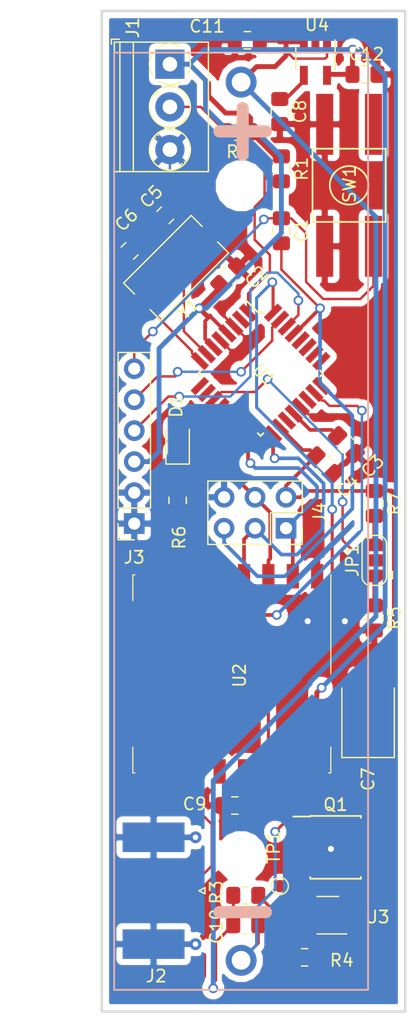
<source format=kicad_pcb>
(kicad_pcb (version 20171130) (host pcbnew 5.0.0)

  (general
    (thickness 1.6)
    (drawings 4)
    (tracks 357)
    (zones 0)
    (modules 34)
    (nets 48)
  )

  (page A4)
  (layers
    (0 F.Cu signal)
    (31 B.Cu signal)
    (32 B.Adhes user)
    (33 F.Adhes user)
    (34 B.Paste user)
    (35 F.Paste user)
    (36 B.SilkS user)
    (37 F.SilkS user)
    (38 B.Mask user)
    (39 F.Mask user hide)
    (40 Dwgs.User user)
    (41 Cmts.User user)
    (42 Eco1.User user)
    (43 Eco2.User user)
    (44 Edge.Cuts user)
    (45 Margin user)
    (46 B.CrtYd user)
    (47 F.CrtYd user hide)
    (48 B.Fab user hide)
    (49 F.Fab user hide)
  )

  (setup
    (last_trace_width 0.2)
    (trace_clearance 0.25)
    (zone_clearance 0.508)
    (zone_45_only no)
    (trace_min 0.2)
    (segment_width 0.2)
    (edge_width 0.15)
    (via_size 0.8)
    (via_drill 0.5)
    (via_min_size 0.4)
    (via_min_drill 0.3)
    (uvia_size 0.3)
    (uvia_drill 0.1)
    (uvias_allowed no)
    (uvia_min_size 0.2)
    (uvia_min_drill 0.1)
    (pcb_text_width 0.3)
    (pcb_text_size 1.5 1.5)
    (mod_edge_width 0.15)
    (mod_text_size 1 1)
    (mod_text_width 0.15)
    (pad_size 1.5 1.5)
    (pad_drill 0.8)
    (pad_to_mask_clearance 0.2)
    (aux_axis_origin 129.54 137.16)
    (visible_elements 7FFFEFFF)
    (pcbplotparams
      (layerselection 0x310f0_ffffffff)
      (usegerberextensions false)
      (usegerberattributes false)
      (usegerberadvancedattributes false)
      (creategerberjobfile false)
      (excludeedgelayer true)
      (linewidth 0.100000)
      (plotframeref false)
      (viasonmask false)
      (mode 1)
      (useauxorigin false)
      (hpglpennumber 1)
      (hpglpenspeed 20)
      (hpglpendiameter 15.000000)
      (psnegative false)
      (psa4output false)
      (plotreference true)
      (plotvalue true)
      (plotinvisibletext false)
      (padsonsilk false)
      (subtractmaskfromsilk false)
      (outputformat 4)
      (mirror false)
      (drillshape 0)
      (scaleselection 1)
      (outputdirectory ""))
  )

  (net 0 "")
  (net 1 "Net-(B1-Pad2)")
  (net 2 reset_in)
  (net 3 RST)
  (net 4 GND)
  (net 5 "Net-(C3-Pad1)")
  (net 6 "Net-(C5-Pad2)")
  (net 7 "Net-(C6-Pad2)")
  (net 8 +3V3)
  (net 9 "Net-(J1-Pad2)")
  (net 10 MISO)
  (net 11 MOSI)
  (net 12 SCK)
  (net 13 LoRaSS)
  (net 14 LoRaReset)
  (net 15 "Net-(U2-Pad7)")
  (net 16 "Net-(U2-Pad11)")
  (net 17 "Net-(U2-Pad12)")
  (net 18 LoRa_INT)
  (net 19 "Net-(U2-Pad15)")
  (net 20 "Net-(U2-Pad16)")
  (net 21 "Net-(TP1-Pad1)")
  (net 22 "Net-(Q1-Pad2)")
  (net 23 "Net-(Q1-Pad4)")
  (net 24 "Net-(Q1-Pad5)")
  (net 25 "Net-(U1-Pad2)")
  (net 26 "Net-(U1-Pad9)")
  (net 27 "Net-(U1-Pad10)")
  (net 28 "Net-(U1-Pad14)")
  (net 29 "Net-(U1-Pad19)")
  (net 30 "Net-(U1-Pad22)")
  (net 31 "Net-(U1-Pad24)")
  (net 32 "Net-(U1-Pad25)")
  (net 33 "Net-(U1-Pad26)")
  (net 34 sda)
  (net 35 scl)
  (net 36 RXI)
  (net 37 TX0)
  (net 38 "Net-(J2-Pad1)")
  (net 39 "Net-(D1-Pad1)")
  (net 40 "Net-(R3-Pad1)")
  (net 41 "Net-(R4-Pad1)")
  (net 42 "Net-(JP1-Pad1)")
  (net 43 "Net-(JP1-Pad3)")
  (net 44 Jumper_selsction)
  (net 45 "Net-(D1-Pad2)")
  (net 46 "Net-(C8-Pad1)")
  (net 47 +BATT)

  (net_class Default "This is the default net class."
    (clearance 0.25)
    (trace_width 0.2)
    (via_dia 0.8)
    (via_drill 0.5)
    (uvia_dia 0.3)
    (uvia_drill 0.1)
    (add_net GND)
    (add_net Jumper_selsction)
    (add_net LoRaReset)
    (add_net LoRaSS)
    (add_net LoRa_INT)
    (add_net MISO)
    (add_net MOSI)
    (add_net "Net-(B1-Pad2)")
    (add_net "Net-(C3-Pad1)")
    (add_net "Net-(C5-Pad2)")
    (add_net "Net-(C6-Pad2)")
    (add_net "Net-(C8-Pad1)")
    (add_net "Net-(D1-Pad1)")
    (add_net "Net-(D1-Pad2)")
    (add_net "Net-(J1-Pad2)")
    (add_net "Net-(J2-Pad1)")
    (add_net "Net-(JP1-Pad1)")
    (add_net "Net-(JP1-Pad3)")
    (add_net "Net-(Q1-Pad2)")
    (add_net "Net-(Q1-Pad4)")
    (add_net "Net-(Q1-Pad5)")
    (add_net "Net-(R3-Pad1)")
    (add_net "Net-(R4-Pad1)")
    (add_net "Net-(TP1-Pad1)")
    (add_net "Net-(U1-Pad10)")
    (add_net "Net-(U1-Pad14)")
    (add_net "Net-(U1-Pad19)")
    (add_net "Net-(U1-Pad2)")
    (add_net "Net-(U1-Pad22)")
    (add_net "Net-(U1-Pad24)")
    (add_net "Net-(U1-Pad25)")
    (add_net "Net-(U1-Pad26)")
    (add_net "Net-(U1-Pad9)")
    (add_net "Net-(U2-Pad11)")
    (add_net "Net-(U2-Pad12)")
    (add_net "Net-(U2-Pad15)")
    (add_net "Net-(U2-Pad16)")
    (add_net "Net-(U2-Pad7)")
    (add_net RST)
    (add_net RXI)
    (add_net SCK)
    (add_net TX0)
    (add_net reset_in)
    (add_net scl)
    (add_net sda)
  )

  (net_class 3v3 ""
    (clearance 0.35)
    (trace_width 0.4)
    (via_dia 0.8)
    (via_drill 0.5)
    (uvia_dia 0.3)
    (uvia_drill 0.1)
    (add_net +3V3)
    (add_net +BATT)
  )

  (module Package_TO_SOT_SMD:SOT-23-5_HandSoldering (layer F.Cu) (tedit 5A0AB76C) (tstamp 5B7A5F2D)
    (at 147.066 59.055 270)
    (descr "5-pin SOT23 package")
    (tags "SOT-23-5 hand-soldering")
    (path /5B6F4B85)
    (attr smd)
    (fp_text reference U4 (at -2.794 -0.127) (layer F.SilkS)
      (effects (font (size 1 1) (thickness 0.15)))
    )
    (fp_text value AP2210-3.3V (at 0 2.9 270) (layer F.Fab)
      (effects (font (size 1 1) (thickness 0.15)))
    )
    (fp_text user %R (at 0 0) (layer F.Fab)
      (effects (font (size 0.5 0.5) (thickness 0.075)))
    )
    (fp_line (start -0.9 1.61) (end 0.9 1.61) (layer F.SilkS) (width 0.12))
    (fp_line (start 0.9 -1.61) (end -1.55 -1.61) (layer F.SilkS) (width 0.12))
    (fp_line (start -0.9 -0.9) (end -0.25 -1.55) (layer F.Fab) (width 0.1))
    (fp_line (start 0.9 -1.55) (end -0.25 -1.55) (layer F.Fab) (width 0.1))
    (fp_line (start -0.9 -0.9) (end -0.9 1.55) (layer F.Fab) (width 0.1))
    (fp_line (start 0.9 1.55) (end -0.9 1.55) (layer F.Fab) (width 0.1))
    (fp_line (start 0.9 -1.55) (end 0.9 1.55) (layer F.Fab) (width 0.1))
    (fp_line (start -2.38 -1.8) (end 2.38 -1.8) (layer F.CrtYd) (width 0.05))
    (fp_line (start -2.38 -1.8) (end -2.38 1.8) (layer F.CrtYd) (width 0.05))
    (fp_line (start 2.38 1.8) (end 2.38 -1.8) (layer F.CrtYd) (width 0.05))
    (fp_line (start 2.38 1.8) (end -2.38 1.8) (layer F.CrtYd) (width 0.05))
    (pad 1 smd rect (at -1.35 -0.95 270) (size 1.56 0.65) (layers F.Cu F.Paste F.Mask)
      (net 47 +BATT))
    (pad 2 smd rect (at -1.35 0 270) (size 1.56 0.65) (layers F.Cu F.Paste F.Mask)
      (net 4 GND))
    (pad 3 smd rect (at -1.35 0.95 270) (size 1.56 0.65) (layers F.Cu F.Paste F.Mask)
      (net 47 +BATT))
    (pad 4 smd rect (at 1.35 0.95 270) (size 1.56 0.65) (layers F.Cu F.Paste F.Mask)
      (net 46 "Net-(C8-Pad1)"))
    (pad 5 smd rect (at 1.35 -0.95 270) (size 1.56 0.65) (layers F.Cu F.Paste F.Mask)
      (net 8 +3V3))
    (model ${KISYS3DMOD}/Package_TO_SOT_SMD.3dshapes/SOT-23-5.wrl
      (at (xyz 0 0 0))
      (scale (xyz 1 1 1))
      (rotate (xyz 0 0 0))
    )
  )

  (module Capacitor_SMD:C_0805_2012Metric_Pad1.15x1.40mm_HandSolder (layer F.Cu) (tedit 5B36C52B) (tstamp 5B82DB58)
    (at 144.272 73.152 270)
    (descr "Capacitor SMD 0805 (2012 Metric), square (rectangular) end terminal, IPC_7351 nominal with elongated pad for handsoldering. (Body size source: https://docs.google.com/spreadsheets/d/1BsfQQcO9C6DZCsRaXUlFlo91Tg2WpOkGARC1WS5S8t0/edit?usp=sharing), generated with kicad-footprint-generator")
    (tags "capacitor handsolder")
    (path /5B63086C)
    (attr smd)
    (fp_text reference C1 (at 0 -1.651 270) (layer F.SilkS)
      (effects (font (size 1 1) (thickness 0.15)))
    )
    (fp_text value C (at 0 1.65 270) (layer F.Fab)
      (effects (font (size 1 1) (thickness 0.15)))
    )
    (fp_line (start -1 0.6) (end -1 -0.6) (layer F.Fab) (width 0.1))
    (fp_line (start -1 -0.6) (end 1 -0.6) (layer F.Fab) (width 0.1))
    (fp_line (start 1 -0.6) (end 1 0.6) (layer F.Fab) (width 0.1))
    (fp_line (start 1 0.6) (end -1 0.6) (layer F.Fab) (width 0.1))
    (fp_line (start -0.261252 -0.71) (end 0.261252 -0.71) (layer F.SilkS) (width 0.12))
    (fp_line (start -0.261252 0.71) (end 0.261252 0.71) (layer F.SilkS) (width 0.12))
    (fp_line (start -1.85 0.95) (end -1.85 -0.95) (layer F.CrtYd) (width 0.05))
    (fp_line (start -1.85 -0.95) (end 1.85 -0.95) (layer F.CrtYd) (width 0.05))
    (fp_line (start 1.85 -0.95) (end 1.85 0.95) (layer F.CrtYd) (width 0.05))
    (fp_line (start 1.85 0.95) (end -1.85 0.95) (layer F.CrtYd) (width 0.05))
    (fp_text user %R (at 0 0 270) (layer F.Fab)
      (effects (font (size 0.5 0.5) (thickness 0.08)))
    )
    (pad 1 smd roundrect (at -1.025 0 270) (size 1.15 1.4) (layers F.Cu F.Paste F.Mask) (roundrect_rratio 0.217391)
      (net 3 RST))
    (pad 2 smd roundrect (at 1.025 0 270) (size 1.15 1.4) (layers F.Cu F.Paste F.Mask) (roundrect_rratio 0.217391)
      (net 2 reset_in))
    (model ${KISYS3DMOD}/Capacitor_SMD.3dshapes/C_0805_2012Metric.wrl
      (at (xyz 0 0 0))
      (scale (xyz 1 1 1))
      (rotate (xyz 0 0 0))
    )
  )

  (module Capacitor_SMD:C_0805_2012Metric_Pad1.15x1.40mm_HandSolder (layer F.Cu) (tedit 5B36C52B) (tstamp 5B82DB47)
    (at 139.954 76.835 45)
    (descr "Capacitor SMD 0805 (2012 Metric), square (rectangular) end terminal, IPC_7351 nominal with elongated pad for handsoldering. (Body size source: https://docs.google.com/spreadsheets/d/1BsfQQcO9C6DZCsRaXUlFlo91Tg2WpOkGARC1WS5S8t0/edit?usp=sharing), generated with kicad-footprint-generator")
    (tags "capacitor handsolder")
    (path /5B622F49)
    (attr smd)
    (fp_text reference C2 (at 1.526644 1.706249 45) (layer F.SilkS)
      (effects (font (size 1 1) (thickness 0.15)))
    )
    (fp_text value 100n (at 0 1.65 45) (layer F.Fab)
      (effects (font (size 1 1) (thickness 0.15)))
    )
    (fp_text user %R (at 0 0 45) (layer F.Fab)
      (effects (font (size 0.5 0.5) (thickness 0.08)))
    )
    (fp_line (start 1.85 0.95) (end -1.85 0.95) (layer F.CrtYd) (width 0.05))
    (fp_line (start 1.85 -0.95) (end 1.85 0.95) (layer F.CrtYd) (width 0.05))
    (fp_line (start -1.85 -0.95) (end 1.85 -0.95) (layer F.CrtYd) (width 0.05))
    (fp_line (start -1.85 0.95) (end -1.85 -0.95) (layer F.CrtYd) (width 0.05))
    (fp_line (start -0.261252 0.71) (end 0.261252 0.71) (layer F.SilkS) (width 0.12))
    (fp_line (start -0.261252 -0.71) (end 0.261252 -0.71) (layer F.SilkS) (width 0.12))
    (fp_line (start 1 0.6) (end -1 0.6) (layer F.Fab) (width 0.1))
    (fp_line (start 1 -0.6) (end 1 0.6) (layer F.Fab) (width 0.1))
    (fp_line (start -1 -0.6) (end 1 -0.6) (layer F.Fab) (width 0.1))
    (fp_line (start -1 0.6) (end -1 -0.6) (layer F.Fab) (width 0.1))
    (pad 2 smd roundrect (at 1.024999 0 45) (size 1.15 1.4) (layers F.Cu F.Paste F.Mask) (roundrect_rratio 0.217391)
      (net 4 GND))
    (pad 1 smd roundrect (at -1.024999 0 45) (size 1.15 1.4) (layers F.Cu F.Paste F.Mask) (roundrect_rratio 0.217391)
      (net 8 +3V3))
    (model ${KISYS3DMOD}/Capacitor_SMD.3dshapes/C_0805_2012Metric.wrl
      (at (xyz 0 0 0))
      (scale (xyz 1 1 1))
      (rotate (xyz 0 0 0))
    )
  )

  (module Capacitor_SMD:C_0805_2012Metric_Pad1.15x1.40mm_HandSolder (layer F.Cu) (tedit 5B36C52B) (tstamp 5B82DB36)
    (at 149.606 90.678 315)
    (descr "Capacitor SMD 0805 (2012 Metric), square (rectangular) end terminal, IPC_7351 nominal with elongated pad for handsoldering. (Body size source: https://docs.google.com/spreadsheets/d/1BsfQQcO9C6DZCsRaXUlFlo91Tg2WpOkGARC1WS5S8t0/edit?usp=sharing), generated with kicad-footprint-generator")
    (tags "capacitor handsolder")
    (path /5B62300B)
    (attr smd)
    (fp_text reference C3 (at 2.783879 -0.269408 45) (layer F.SilkS)
      (effects (font (size 1 1) (thickness 0.15)))
    )
    (fp_text value C (at 0 1.65 315) (layer F.Fab)
      (effects (font (size 1 1) (thickness 0.15)))
    )
    (fp_line (start -1 0.6) (end -1 -0.6) (layer F.Fab) (width 0.1))
    (fp_line (start -1 -0.6) (end 1 -0.6) (layer F.Fab) (width 0.1))
    (fp_line (start 1 -0.6) (end 1 0.6) (layer F.Fab) (width 0.1))
    (fp_line (start 1 0.6) (end -1 0.6) (layer F.Fab) (width 0.1))
    (fp_line (start -0.261252 -0.71) (end 0.261252 -0.71) (layer F.SilkS) (width 0.12))
    (fp_line (start -0.261252 0.71) (end 0.261252 0.71) (layer F.SilkS) (width 0.12))
    (fp_line (start -1.85 0.95) (end -1.85 -0.95) (layer F.CrtYd) (width 0.05))
    (fp_line (start -1.85 -0.95) (end 1.85 -0.95) (layer F.CrtYd) (width 0.05))
    (fp_line (start 1.85 -0.95) (end 1.85 0.95) (layer F.CrtYd) (width 0.05))
    (fp_line (start 1.85 0.95) (end -1.85 0.95) (layer F.CrtYd) (width 0.05))
    (fp_text user %R (at 0 0 315) (layer F.Fab)
      (effects (font (size 0.5 0.5) (thickness 0.08)))
    )
    (pad 1 smd roundrect (at -1.024999 0 315) (size 1.15 1.4) (layers F.Cu F.Paste F.Mask) (roundrect_rratio 0.217391)
      (net 5 "Net-(C3-Pad1)"))
    (pad 2 smd roundrect (at 1.024999 0 315) (size 1.15 1.4) (layers F.Cu F.Paste F.Mask) (roundrect_rratio 0.217391)
      (net 4 GND))
    (model ${KISYS3DMOD}/Capacitor_SMD.3dshapes/C_0805_2012Metric.wrl
      (at (xyz 0 0 0))
      (scale (xyz 1 1 1))
      (rotate (xyz 0 0 0))
    )
  )

  (module Capacitor_SMD:C_0805_2012Metric_Pad1.15x1.40mm_HandSolder (layer F.Cu) (tedit 5B36C52B) (tstamp 5B82DB25)
    (at 147.828 92.329 315)
    (descr "Capacitor SMD 0805 (2012 Metric), square (rectangular) end terminal, IPC_7351 nominal with elongated pad for handsoldering. (Body size source: https://docs.google.com/spreadsheets/d/1BsfQQcO9C6DZCsRaXUlFlo91Tg2WpOkGARC1WS5S8t0/edit?usp=sharing), generated with kicad-footprint-generator")
    (tags "capacitor handsolder")
    (path /5B622FD5)
    (attr smd)
    (fp_text reference C4 (at 2.604274 -0.089803 45) (layer F.SilkS)
      (effects (font (size 1 1) (thickness 0.15)))
    )
    (fp_text value 100n (at 0 1.65 315) (layer F.Fab)
      (effects (font (size 1 1) (thickness 0.15)))
    )
    (fp_text user %R (at 0 0 315) (layer F.Fab)
      (effects (font (size 0.5 0.5) (thickness 0.08)))
    )
    (fp_line (start 1.85 0.95) (end -1.85 0.95) (layer F.CrtYd) (width 0.05))
    (fp_line (start 1.85 -0.95) (end 1.85 0.95) (layer F.CrtYd) (width 0.05))
    (fp_line (start -1.85 -0.95) (end 1.85 -0.95) (layer F.CrtYd) (width 0.05))
    (fp_line (start -1.85 0.95) (end -1.85 -0.95) (layer F.CrtYd) (width 0.05))
    (fp_line (start -0.261252 0.71) (end 0.261252 0.71) (layer F.SilkS) (width 0.12))
    (fp_line (start -0.261252 -0.71) (end 0.261252 -0.71) (layer F.SilkS) (width 0.12))
    (fp_line (start 1 0.6) (end -1 0.6) (layer F.Fab) (width 0.1))
    (fp_line (start 1 -0.6) (end 1 0.6) (layer F.Fab) (width 0.1))
    (fp_line (start -1 -0.6) (end 1 -0.6) (layer F.Fab) (width 0.1))
    (fp_line (start -1 0.6) (end -1 -0.6) (layer F.Fab) (width 0.1))
    (pad 2 smd roundrect (at 1.024999 0 315) (size 1.15 1.4) (layers F.Cu F.Paste F.Mask) (roundrect_rratio 0.217391)
      (net 4 GND))
    (pad 1 smd roundrect (at -1.024999 0 315) (size 1.15 1.4) (layers F.Cu F.Paste F.Mask) (roundrect_rratio 0.217391)
      (net 8 +3V3))
    (model ${KISYS3DMOD}/Capacitor_SMD.3dshapes/C_0805_2012Metric.wrl
      (at (xyz 0 0 0))
      (scale (xyz 1 1 1))
      (rotate (xyz 0 0 0))
    )
  )

  (module Capacitor_SMD:C_0805_2012Metric_Pad1.15x1.40mm_HandSolder (layer F.Cu) (tedit 5B36C52B) (tstamp 5B82DB14)
    (at 134.747 71.882 45)
    (descr "Capacitor SMD 0805 (2012 Metric), square (rectangular) end terminal, IPC_7351 nominal with elongated pad for handsoldering. (Body size source: https://docs.google.com/spreadsheets/d/1BsfQQcO9C6DZCsRaXUlFlo91Tg2WpOkGARC1WS5S8t0/edit?usp=sharing), generated with kicad-footprint-generator")
    (tags "capacitor handsolder")
    (path /5B631105)
    (attr smd)
    (fp_text reference C5 (at 0.269408 -1.885854 45) (layer F.SilkS)
      (effects (font (size 1 1) (thickness 0.15)))
    )
    (fp_text value 22p (at 0 1.65 45) (layer F.Fab)
      (effects (font (size 1 1) (thickness 0.15)))
    )
    (fp_line (start -1 0.6) (end -1 -0.6) (layer F.Fab) (width 0.1))
    (fp_line (start -1 -0.6) (end 1 -0.6) (layer F.Fab) (width 0.1))
    (fp_line (start 1 -0.6) (end 1 0.6) (layer F.Fab) (width 0.1))
    (fp_line (start 1 0.6) (end -1 0.6) (layer F.Fab) (width 0.1))
    (fp_line (start -0.261252 -0.71) (end 0.261252 -0.71) (layer F.SilkS) (width 0.12))
    (fp_line (start -0.261252 0.71) (end 0.261252 0.71) (layer F.SilkS) (width 0.12))
    (fp_line (start -1.85 0.95) (end -1.85 -0.95) (layer F.CrtYd) (width 0.05))
    (fp_line (start -1.85 -0.95) (end 1.85 -0.95) (layer F.CrtYd) (width 0.05))
    (fp_line (start 1.85 -0.95) (end 1.85 0.95) (layer F.CrtYd) (width 0.05))
    (fp_line (start 1.85 0.95) (end -1.85 0.95) (layer F.CrtYd) (width 0.05))
    (fp_text user %R (at 0 0 45) (layer F.Fab)
      (effects (font (size 0.5 0.5) (thickness 0.08)))
    )
    (pad 1 smd roundrect (at -1.024999 0 45) (size 1.15 1.4) (layers F.Cu F.Paste F.Mask) (roundrect_rratio 0.217391)
      (net 4 GND))
    (pad 2 smd roundrect (at 1.024999 0 45) (size 1.15 1.4) (layers F.Cu F.Paste F.Mask) (roundrect_rratio 0.217391)
      (net 6 "Net-(C5-Pad2)"))
    (model ${KISYS3DMOD}/Capacitor_SMD.3dshapes/C_0805_2012Metric.wrl
      (at (xyz 0 0 0))
      (scale (xyz 1 1 1))
      (rotate (xyz 0 0 0))
    )
  )

  (module Capacitor_SMD:C_0805_2012Metric_Pad1.15x1.40mm_HandSolder (layer F.Cu) (tedit 5B36C52B) (tstamp 5B82DB03)
    (at 131.826 74.803 225)
    (descr "Capacitor SMD 0805 (2012 Metric), square (rectangular) end terminal, IPC_7351 nominal with elongated pad for handsoldering. (Body size source: https://docs.google.com/spreadsheets/d/1BsfQQcO9C6DZCsRaXUlFlo91Tg2WpOkGARC1WS5S8t0/edit?usp=sharing), generated with kicad-footprint-generator")
    (tags "capacitor handsolder")
    (path /5B631171)
    (attr smd)
    (fp_text reference C6 (at -1.616446 1.975656 225) (layer F.SilkS)
      (effects (font (size 1 1) (thickness 0.15)))
    )
    (fp_text value 22p (at 0 1.65 225) (layer F.Fab)
      (effects (font (size 1 1) (thickness 0.15)))
    )
    (fp_text user %R (at 0 0 225) (layer F.Fab)
      (effects (font (size 0.5 0.5) (thickness 0.08)))
    )
    (fp_line (start 1.85 0.95) (end -1.85 0.95) (layer F.CrtYd) (width 0.05))
    (fp_line (start 1.85 -0.95) (end 1.85 0.95) (layer F.CrtYd) (width 0.05))
    (fp_line (start -1.85 -0.95) (end 1.85 -0.95) (layer F.CrtYd) (width 0.05))
    (fp_line (start -1.85 0.95) (end -1.85 -0.95) (layer F.CrtYd) (width 0.05))
    (fp_line (start -0.261252 0.71) (end 0.261252 0.71) (layer F.SilkS) (width 0.12))
    (fp_line (start -0.261252 -0.71) (end 0.261252 -0.71) (layer F.SilkS) (width 0.12))
    (fp_line (start 1 0.6) (end -1 0.6) (layer F.Fab) (width 0.1))
    (fp_line (start 1 -0.6) (end 1 0.6) (layer F.Fab) (width 0.1))
    (fp_line (start -1 -0.6) (end 1 -0.6) (layer F.Fab) (width 0.1))
    (fp_line (start -1 0.6) (end -1 -0.6) (layer F.Fab) (width 0.1))
    (pad 2 smd roundrect (at 1.024999 0 225) (size 1.15 1.4) (layers F.Cu F.Paste F.Mask) (roundrect_rratio 0.217391)
      (net 7 "Net-(C6-Pad2)"))
    (pad 1 smd roundrect (at -1.024999 0 225) (size 1.15 1.4) (layers F.Cu F.Paste F.Mask) (roundrect_rratio 0.217391)
      (net 4 GND))
    (model ${KISYS3DMOD}/Capacitor_SMD.3dshapes/C_0805_2012Metric.wrl
      (at (xyz 0 0 0))
      (scale (xyz 1 1 1))
      (rotate (xyz 0 0 0))
    )
  )

  (module Capacitor_SMD:C_0805_2012Metric_Pad1.15x1.40mm_HandSolder (layer F.Cu) (tedit 5B36C52B) (tstamp 5B82DAF2)
    (at 144.145 63.373 270)
    (descr "Capacitor SMD 0805 (2012 Metric), square (rectangular) end terminal, IPC_7351 nominal with elongated pad for handsoldering. (Body size source: https://docs.google.com/spreadsheets/d/1BsfQQcO9C6DZCsRaXUlFlo91Tg2WpOkGARC1WS5S8t0/edit?usp=sharing), generated with kicad-footprint-generator")
    (tags "capacitor handsolder")
    (path /5B71C914)
    (attr smd)
    (fp_text reference C8 (at 0 -1.65 270) (layer F.SilkS)
      (effects (font (size 1 1) (thickness 0.15)))
    )
    (fp_text value 100p (at 0 1.65 270) (layer F.Fab)
      (effects (font (size 1 1) (thickness 0.15)))
    )
    (fp_line (start -1 0.6) (end -1 -0.6) (layer F.Fab) (width 0.1))
    (fp_line (start -1 -0.6) (end 1 -0.6) (layer F.Fab) (width 0.1))
    (fp_line (start 1 -0.6) (end 1 0.6) (layer F.Fab) (width 0.1))
    (fp_line (start 1 0.6) (end -1 0.6) (layer F.Fab) (width 0.1))
    (fp_line (start -0.261252 -0.71) (end 0.261252 -0.71) (layer F.SilkS) (width 0.12))
    (fp_line (start -0.261252 0.71) (end 0.261252 0.71) (layer F.SilkS) (width 0.12))
    (fp_line (start -1.85 0.95) (end -1.85 -0.95) (layer F.CrtYd) (width 0.05))
    (fp_line (start -1.85 -0.95) (end 1.85 -0.95) (layer F.CrtYd) (width 0.05))
    (fp_line (start 1.85 -0.95) (end 1.85 0.95) (layer F.CrtYd) (width 0.05))
    (fp_line (start 1.85 0.95) (end -1.85 0.95) (layer F.CrtYd) (width 0.05))
    (fp_text user %R (at 0 0 270) (layer F.Fab)
      (effects (font (size 0.5 0.5) (thickness 0.08)))
    )
    (pad 1 smd roundrect (at -1.025 0 270) (size 1.15 1.4) (layers F.Cu F.Paste F.Mask) (roundrect_rratio 0.217391)
      (net 46 "Net-(C8-Pad1)"))
    (pad 2 smd roundrect (at 1.025 0 270) (size 1.15 1.4) (layers F.Cu F.Paste F.Mask) (roundrect_rratio 0.217391)
      (net 4 GND))
    (model ${KISYS3DMOD}/Capacitor_SMD.3dshapes/C_0805_2012Metric.wrl
      (at (xyz 0 0 0))
      (scale (xyz 1 1 1))
      (rotate (xyz 0 0 0))
    )
  )

  (module Capacitor_SMD:C_0805_2012Metric_Pad1.15x1.40mm_HandSolder (layer F.Cu) (tedit 5B36C52B) (tstamp 5B82DAE1)
    (at 140.462 120.269 180)
    (descr "Capacitor SMD 0805 (2012 Metric), square (rectangular) end terminal, IPC_7351 nominal with elongated pad for handsoldering. (Body size source: https://docs.google.com/spreadsheets/d/1BsfQQcO9C6DZCsRaXUlFlo91Tg2WpOkGARC1WS5S8t0/edit?usp=sharing), generated with kicad-footprint-generator")
    (tags "capacitor handsolder")
    (path /5B6325B0)
    (attr smd)
    (fp_text reference C9 (at 3.302 0.127 180) (layer F.SilkS)
      (effects (font (size 1 1) (thickness 0.15)))
    )
    (fp_text value 100n (at 0 1.65 180) (layer F.Fab)
      (effects (font (size 1 1) (thickness 0.15)))
    )
    (fp_text user %R (at 0 0 180) (layer F.Fab)
      (effects (font (size 0.5 0.5) (thickness 0.08)))
    )
    (fp_line (start 1.85 0.95) (end -1.85 0.95) (layer F.CrtYd) (width 0.05))
    (fp_line (start 1.85 -0.95) (end 1.85 0.95) (layer F.CrtYd) (width 0.05))
    (fp_line (start -1.85 -0.95) (end 1.85 -0.95) (layer F.CrtYd) (width 0.05))
    (fp_line (start -1.85 0.95) (end -1.85 -0.95) (layer F.CrtYd) (width 0.05))
    (fp_line (start -0.261252 0.71) (end 0.261252 0.71) (layer F.SilkS) (width 0.12))
    (fp_line (start -0.261252 -0.71) (end 0.261252 -0.71) (layer F.SilkS) (width 0.12))
    (fp_line (start 1 0.6) (end -1 0.6) (layer F.Fab) (width 0.1))
    (fp_line (start 1 -0.6) (end 1 0.6) (layer F.Fab) (width 0.1))
    (fp_line (start -1 -0.6) (end 1 -0.6) (layer F.Fab) (width 0.1))
    (fp_line (start -1 0.6) (end -1 -0.6) (layer F.Fab) (width 0.1))
    (pad 2 smd roundrect (at 1.025 0 180) (size 1.15 1.4) (layers F.Cu F.Paste F.Mask) (roundrect_rratio 0.217391)
      (net 4 GND))
    (pad 1 smd roundrect (at -1.025 0 180) (size 1.15 1.4) (layers F.Cu F.Paste F.Mask) (roundrect_rratio 0.217391)
      (net 8 +3V3))
    (model ${KISYS3DMOD}/Capacitor_SMD.3dshapes/C_0805_2012Metric.wrl
      (at (xyz 0 0 0))
      (scale (xyz 1 1 1))
      (rotate (xyz 0 0 0))
    )
  )

  (module Capacitor_SMD:C_0805_2012Metric_Pad1.15x1.40mm_HandSolder (layer F.Cu) (tedit 5B36C52B) (tstamp 5B82DAD0)
    (at 141.351 130.048)
    (descr "Capacitor SMD 0805 (2012 Metric), square (rectangular) end terminal, IPC_7351 nominal with elongated pad for handsoldering. (Body size source: https://docs.google.com/spreadsheets/d/1BsfQQcO9C6DZCsRaXUlFlo91Tg2WpOkGARC1WS5S8t0/edit?usp=sharing), generated with kicad-footprint-generator")
    (tags "capacitor handsolder")
    (path /5B63393E)
    (attr smd)
    (fp_text reference C10 (at -2.413 0.127 90) (layer F.SilkS)
      (effects (font (size 1 1) (thickness 0.15)))
    )
    (fp_text value 100n (at 0 1.65) (layer F.Fab)
      (effects (font (size 1 1) (thickness 0.15)))
    )
    (fp_line (start -1 0.6) (end -1 -0.6) (layer F.Fab) (width 0.1))
    (fp_line (start -1 -0.6) (end 1 -0.6) (layer F.Fab) (width 0.1))
    (fp_line (start 1 -0.6) (end 1 0.6) (layer F.Fab) (width 0.1))
    (fp_line (start 1 0.6) (end -1 0.6) (layer F.Fab) (width 0.1))
    (fp_line (start -0.261252 -0.71) (end 0.261252 -0.71) (layer F.SilkS) (width 0.12))
    (fp_line (start -0.261252 0.71) (end 0.261252 0.71) (layer F.SilkS) (width 0.12))
    (fp_line (start -1.85 0.95) (end -1.85 -0.95) (layer F.CrtYd) (width 0.05))
    (fp_line (start -1.85 -0.95) (end 1.85 -0.95) (layer F.CrtYd) (width 0.05))
    (fp_line (start 1.85 -0.95) (end 1.85 0.95) (layer F.CrtYd) (width 0.05))
    (fp_line (start 1.85 0.95) (end -1.85 0.95) (layer F.CrtYd) (width 0.05))
    (fp_text user %R (at 0 0) (layer F.Fab)
      (effects (font (size 0.5 0.5) (thickness 0.08)))
    )
    (pad 1 smd roundrect (at -1.025 0) (size 1.15 1.4) (layers F.Cu F.Paste F.Mask) (roundrect_rratio 0.217391)
      (net 47 +BATT))
    (pad 2 smd roundrect (at 1.025 0) (size 1.15 1.4) (layers F.Cu F.Paste F.Mask) (roundrect_rratio 0.217391)
      (net 1 "Net-(B1-Pad2)"))
    (model ${KISYS3DMOD}/Capacitor_SMD.3dshapes/C_0805_2012Metric.wrl
      (at (xyz 0 0 0))
      (scale (xyz 1 1 1))
      (rotate (xyz 0 0 0))
    )
  )

  (module Capacitor_SMD:C_0805_2012Metric_Pad1.15x1.40mm_HandSolder (layer F.Cu) (tedit 5B36C52B) (tstamp 5B82DABF)
    (at 141.478 57.531 180)
    (descr "Capacitor SMD 0805 (2012 Metric), square (rectangular) end terminal, IPC_7351 nominal with elongated pad for handsoldering. (Body size source: https://docs.google.com/spreadsheets/d/1BsfQQcO9C6DZCsRaXUlFlo91Tg2WpOkGARC1WS5S8t0/edit?usp=sharing), generated with kicad-footprint-generator")
    (tags "capacitor handsolder")
    (path /5B63394E)
    (attr smd)
    (fp_text reference C11 (at 3.302 1.143 180) (layer F.SilkS)
      (effects (font (size 1 1) (thickness 0.15)))
    )
    (fp_text value 1u (at 0 1.65 180) (layer F.Fab)
      (effects (font (size 1 1) (thickness 0.15)))
    )
    (fp_text user %R (at 0 0 180) (layer F.Fab)
      (effects (font (size 0.5 0.5) (thickness 0.08)))
    )
    (fp_line (start 1.85 0.95) (end -1.85 0.95) (layer F.CrtYd) (width 0.05))
    (fp_line (start 1.85 -0.95) (end 1.85 0.95) (layer F.CrtYd) (width 0.05))
    (fp_line (start -1.85 -0.95) (end 1.85 -0.95) (layer F.CrtYd) (width 0.05))
    (fp_line (start -1.85 0.95) (end -1.85 -0.95) (layer F.CrtYd) (width 0.05))
    (fp_line (start -0.261252 0.71) (end 0.261252 0.71) (layer F.SilkS) (width 0.12))
    (fp_line (start -0.261252 -0.71) (end 0.261252 -0.71) (layer F.SilkS) (width 0.12))
    (fp_line (start 1 0.6) (end -1 0.6) (layer F.Fab) (width 0.1))
    (fp_line (start 1 -0.6) (end 1 0.6) (layer F.Fab) (width 0.1))
    (fp_line (start -1 -0.6) (end 1 -0.6) (layer F.Fab) (width 0.1))
    (fp_line (start -1 0.6) (end -1 -0.6) (layer F.Fab) (width 0.1))
    (pad 2 smd roundrect (at 1.025 0 180) (size 1.15 1.4) (layers F.Cu F.Paste F.Mask) (roundrect_rratio 0.217391)
      (net 4 GND))
    (pad 1 smd roundrect (at -1.025 0 180) (size 1.15 1.4) (layers F.Cu F.Paste F.Mask) (roundrect_rratio 0.217391)
      (net 47 +BATT))
    (model ${KISYS3DMOD}/Capacitor_SMD.3dshapes/C_0805_2012Metric.wrl
      (at (xyz 0 0 0))
      (scale (xyz 1 1 1))
      (rotate (xyz 0 0 0))
    )
  )

  (module Capacitor_SMD:C_0805_2012Metric_Pad1.15x1.40mm_HandSolder (layer F.Cu) (tedit 5B36C52B) (tstamp 5B82DAAE)
    (at 151.13 60.325)
    (descr "Capacitor SMD 0805 (2012 Metric), square (rectangular) end terminal, IPC_7351 nominal with elongated pad for handsoldering. (Body size source: https://docs.google.com/spreadsheets/d/1BsfQQcO9C6DZCsRaXUlFlo91Tg2WpOkGARC1WS5S8t0/edit?usp=sharing), generated with kicad-footprint-generator")
    (tags "capacitor handsolder")
    (path /5B633955)
    (attr smd)
    (fp_text reference C12 (at 0.127 -1.651) (layer F.SilkS)
      (effects (font (size 1 1) (thickness 0.15)))
    )
    (fp_text value 2.2u (at 0 1.65) (layer F.Fab)
      (effects (font (size 1 1) (thickness 0.15)))
    )
    (fp_line (start -1 0.6) (end -1 -0.6) (layer F.Fab) (width 0.1))
    (fp_line (start -1 -0.6) (end 1 -0.6) (layer F.Fab) (width 0.1))
    (fp_line (start 1 -0.6) (end 1 0.6) (layer F.Fab) (width 0.1))
    (fp_line (start 1 0.6) (end -1 0.6) (layer F.Fab) (width 0.1))
    (fp_line (start -0.261252 -0.71) (end 0.261252 -0.71) (layer F.SilkS) (width 0.12))
    (fp_line (start -0.261252 0.71) (end 0.261252 0.71) (layer F.SilkS) (width 0.12))
    (fp_line (start -1.85 0.95) (end -1.85 -0.95) (layer F.CrtYd) (width 0.05))
    (fp_line (start -1.85 -0.95) (end 1.85 -0.95) (layer F.CrtYd) (width 0.05))
    (fp_line (start 1.85 -0.95) (end 1.85 0.95) (layer F.CrtYd) (width 0.05))
    (fp_line (start 1.85 0.95) (end -1.85 0.95) (layer F.CrtYd) (width 0.05))
    (fp_text user %R (at 0 0) (layer F.Fab)
      (effects (font (size 0.5 0.5) (thickness 0.08)))
    )
    (pad 1 smd roundrect (at -1.025 0) (size 1.15 1.4) (layers F.Cu F.Paste F.Mask) (roundrect_rratio 0.217391)
      (net 8 +3V3))
    (pad 2 smd roundrect (at 1.025 0) (size 1.15 1.4) (layers F.Cu F.Paste F.Mask) (roundrect_rratio 0.217391)
      (net 4 GND))
    (model ${KISYS3DMOD}/Capacitor_SMD.3dshapes/C_0805_2012Metric.wrl
      (at (xyz 0 0 0))
      (scale (xyz 1 1 1))
      (rotate (xyz 0 0 0))
    )
  )

  (module Connector_Coaxial:SMA_Molex_73251-1153_EdgeMount_Horizontal (layer F.Cu) (tedit 5A1B666F) (tstamp 5B7AF92A)
    (at 135.509 127.254)
    (descr "Molex SMA RF Connectors, Edge Mount, (http://www.molex.com/pdm_docs/sd/732511150_sd.pdf)")
    (tags "sma edge")
    (path /5B63867A)
    (attr smd)
    (fp_text reference J2 (at -1.5 7) (layer F.SilkS)
      (effects (font (size 1 1) (thickness 0.15)))
    )
    (fp_text value CONSMA001-SMD-G (at -1.72 -7.11) (layer F.Fab)
      (effects (font (size 1 1) (thickness 0.15)))
    )
    (fp_text user %R (at -1.5 7) (layer F.Fab)
      (effects (font (size 1 1) (thickness 0.15)))
    )
    (fp_line (start 2.5 0.25) (end 2.5 -0.25) (layer F.Fab) (width 0.1))
    (fp_line (start 2 0) (end 2.5 0.25) (layer F.Fab) (width 0.1))
    (fp_line (start 2.5 -0.25) (end 2 0) (layer F.Fab) (width 0.1))
    (fp_line (start 2.5 0.25) (end 2 0) (layer F.SilkS) (width 0.12))
    (fp_line (start 2.5 -0.25) (end 2.5 0.25) (layer F.SilkS) (width 0.12))
    (fp_line (start 2 0) (end 2.5 -0.25) (layer F.SilkS) (width 0.12))
    (fp_line (start -4.76 -0.38) (end 0.49 -0.38) (layer F.Fab) (width 0.1))
    (fp_line (start -4.76 0.38) (end 0.49 0.38) (layer F.Fab) (width 0.1))
    (fp_line (start 0.49 -0.38) (end 0.49 0.38) (layer F.Fab) (width 0.1))
    (fp_line (start 0.49 3.75) (end 0.49 4.76) (layer F.Fab) (width 0.1))
    (fp_line (start 0.49 -4.76) (end 0.49 -3.75) (layer F.Fab) (width 0.1))
    (fp_line (start -14.29 -6.09) (end -14.29 6.09) (layer F.CrtYd) (width 0.05))
    (fp_line (start -14.29 6.09) (end 2.71 6.09) (layer F.CrtYd) (width 0.05))
    (fp_line (start 2.71 -6.09) (end 2.71 6.09) (layer B.CrtYd) (width 0.05))
    (fp_line (start -14.29 -6.09) (end 2.71 -6.09) (layer B.CrtYd) (width 0.05))
    (fp_line (start -14.29 -6.09) (end -14.29 6.09) (layer B.CrtYd) (width 0.05))
    (fp_line (start -14.29 6.09) (end 2.71 6.09) (layer B.CrtYd) (width 0.05))
    (fp_line (start 2.71 -6.09) (end 2.71 6.09) (layer F.CrtYd) (width 0.05))
    (fp_line (start 2.71 -6.09) (end -14.29 -6.09) (layer F.CrtYd) (width 0.05))
    (fp_line (start -4.76 -3.75) (end 0.49 -3.75) (layer F.Fab) (width 0.1))
    (fp_line (start -4.76 3.75) (end 0.49 3.75) (layer F.Fab) (width 0.1))
    (fp_line (start -13.79 -2.65) (end -5.91 -2.65) (layer F.Fab) (width 0.1))
    (fp_line (start -13.79 -2.65) (end -13.79 2.65) (layer F.Fab) (width 0.1))
    (fp_line (start -13.79 2.65) (end -5.91 2.65) (layer F.Fab) (width 0.1))
    (fp_line (start -4.76 -3.75) (end -4.76 3.75) (layer F.Fab) (width 0.1))
    (fp_line (start 0.49 -4.76) (end -5.91 -4.76) (layer F.Fab) (width 0.1))
    (fp_line (start -5.91 -4.76) (end -5.91 4.76) (layer F.Fab) (width 0.1))
    (fp_line (start -5.91 4.76) (end 0.49 4.76) (layer F.Fab) (width 0.1))
    (pad 1 smd rect (at -1.72 0) (size 5.08 2.29) (layers F.Cu F.Paste F.Mask)
      (net 38 "Net-(J2-Pad1)"))
    (pad 2 smd rect (at -1.72 -4.38) (size 5.08 2.42) (layers F.Cu F.Paste F.Mask)
      (net 4 GND))
    (pad 2 smd rect (at -1.72 4.38) (size 5.08 2.42) (layers F.Cu F.Paste F.Mask)
      (net 4 GND))
    (pad 2 smd rect (at -1.72 -4.38) (size 5.08 2.42) (layers B.Cu B.Paste B.Mask)
      (net 4 GND))
    (pad 2 smd rect (at -1.72 4.38) (size 5.08 2.42) (layers B.Cu B.Paste B.Mask)
      (net 4 GND))
    (pad 2 thru_hole circle (at 1.72 -4.38) (size 0.97 0.97) (drill 0.46) (layers *.Cu)
      (net 4 GND))
    (pad 2 thru_hole circle (at 1.72 4.38) (size 0.97 0.97) (drill 0.46) (layers *.Cu)
      (net 4 GND))
    (pad 2 smd rect (at 1.27 -4.38) (size 0.95 0.46) (layers F.Cu)
      (net 4 GND))
    (pad 2 smd rect (at 1.27 4.38) (size 0.95 0.46) (layers F.Cu)
      (net 4 GND))
    (pad 2 smd rect (at 1.27 -4.38) (size 0.95 0.46) (layers B.Cu)
      (net 4 GND))
    (pad 2 smd rect (at 1.27 4.38) (size 0.95 0.46) (layers B.Cu)
      (net 4 GND))
    (model ${KISYS3DMOD}/Connector_Coaxial.3dshapes/SMA_Molex_73251-1153_EdgeMount_Horizontal.wrl
      (at (xyz 0 0 0))
      (scale (xyz 1 1 1))
      (rotate (xyz 0 0 0))
    )
  )

  (module Connector_PinSocket_2.54mm:PinSocket_1x06_P2.54mm_Vertical (layer F.Cu) (tedit 5A19A430) (tstamp 5B82DA71)
    (at 132.207 97.155 180)
    (descr "Through hole straight socket strip, 1x06, 2.54mm pitch, single row (from Kicad 4.0.7), script generated")
    (tags "Through hole socket strip THT 1x06 2.54mm single row")
    (path /5B672CF3)
    (fp_text reference J3 (at 0 -2.77 180) (layer F.SilkS)
      (effects (font (size 1 1) (thickness 0.15)))
    )
    (fp_text value FTDI (at 0 15.47 180) (layer F.Fab)
      (effects (font (size 1 1) (thickness 0.15)))
    )
    (fp_line (start -1.27 -1.27) (end 0.635 -1.27) (layer F.Fab) (width 0.1))
    (fp_line (start 0.635 -1.27) (end 1.27 -0.635) (layer F.Fab) (width 0.1))
    (fp_line (start 1.27 -0.635) (end 1.27 13.97) (layer F.Fab) (width 0.1))
    (fp_line (start 1.27 13.97) (end -1.27 13.97) (layer F.Fab) (width 0.1))
    (fp_line (start -1.27 13.97) (end -1.27 -1.27) (layer F.Fab) (width 0.1))
    (fp_line (start -1.33 1.27) (end 1.33 1.27) (layer F.SilkS) (width 0.12))
    (fp_line (start -1.33 1.27) (end -1.33 14.03) (layer F.SilkS) (width 0.12))
    (fp_line (start -1.33 14.03) (end 1.33 14.03) (layer F.SilkS) (width 0.12))
    (fp_line (start 1.33 1.27) (end 1.33 14.03) (layer F.SilkS) (width 0.12))
    (fp_line (start 1.33 -1.33) (end 1.33 0) (layer F.SilkS) (width 0.12))
    (fp_line (start 0 -1.33) (end 1.33 -1.33) (layer F.SilkS) (width 0.12))
    (fp_line (start -1.8 -1.8) (end 1.75 -1.8) (layer F.CrtYd) (width 0.05))
    (fp_line (start 1.75 -1.8) (end 1.75 14.45) (layer F.CrtYd) (width 0.05))
    (fp_line (start 1.75 14.45) (end -1.8 14.45) (layer F.CrtYd) (width 0.05))
    (fp_line (start -1.8 14.45) (end -1.8 -1.8) (layer F.CrtYd) (width 0.05))
    (fp_text user %R (at 0 6.35 270) (layer F.Fab)
      (effects (font (size 1 1) (thickness 0.15)))
    )
    (pad 1 thru_hole rect (at 0 0 180) (size 1.7 1.7) (drill 1) (layers *.Cu *.Mask)
      (net 4 GND))
    (pad 2 thru_hole oval (at 0 2.54 180) (size 1.7 1.7) (drill 1) (layers *.Cu *.Mask)
      (net 4 GND))
    (pad 3 thru_hole oval (at 0 5.08 180) (size 1.7 1.7) (drill 1) (layers *.Cu *.Mask)
      (net 8 +3V3))
    (pad 4 thru_hole oval (at 0 7.62 180) (size 1.7 1.7) (drill 1) (layers *.Cu *.Mask)
      (net 36 RXI))
    (pad 5 thru_hole oval (at 0 10.16 180) (size 1.7 1.7) (drill 1) (layers *.Cu *.Mask)
      (net 37 TX0))
    (pad 6 thru_hole oval (at 0 12.7 180) (size 1.7 1.7) (drill 1) (layers *.Cu *.Mask)
      (net 3 RST))
    (model ${KISYS3DMOD}/Connector_PinSocket_2.54mm.3dshapes/PinSocket_1x06_P2.54mm_Vertical.wrl
      (at (xyz 0 0 0))
      (scale (xyz 1 1 1))
      (rotate (xyz 0 0 0))
    )
  )

  (module Connector_PinSocket_2.54mm:PinSocket_2x03_P2.54mm_Vertical (layer F.Cu) (tedit 5A19A425) (tstamp 5B82DA57)
    (at 144.653 97.536 270)
    (descr "Through hole straight socket strip, 2x03, 2.54mm pitch, double cols (from Kicad 4.0.7), script generated")
    (tags "Through hole socket strip THT 2x03 2.54mm double row")
    (path /5B672EDA)
    (fp_text reference J4 (at -1.27 -2.77 270) (layer F.SilkS)
      (effects (font (size 1 1) (thickness 0.15)))
    )
    (fp_text value AVR-ISP-6 (at -1.27 7.85 270) (layer F.Fab)
      (effects (font (size 1 1) (thickness 0.15)))
    )
    (fp_line (start -3.81 -1.27) (end 0.27 -1.27) (layer F.Fab) (width 0.1))
    (fp_line (start 0.27 -1.27) (end 1.27 -0.27) (layer F.Fab) (width 0.1))
    (fp_line (start 1.27 -0.27) (end 1.27 6.35) (layer F.Fab) (width 0.1))
    (fp_line (start 1.27 6.35) (end -3.81 6.35) (layer F.Fab) (width 0.1))
    (fp_line (start -3.81 6.35) (end -3.81 -1.27) (layer F.Fab) (width 0.1))
    (fp_line (start -3.87 -1.33) (end -1.27 -1.33) (layer F.SilkS) (width 0.12))
    (fp_line (start -3.87 -1.33) (end -3.87 6.41) (layer F.SilkS) (width 0.12))
    (fp_line (start -3.87 6.41) (end 1.33 6.41) (layer F.SilkS) (width 0.12))
    (fp_line (start 1.33 1.27) (end 1.33 6.41) (layer F.SilkS) (width 0.12))
    (fp_line (start -1.27 1.27) (end 1.33 1.27) (layer F.SilkS) (width 0.12))
    (fp_line (start -1.27 -1.33) (end -1.27 1.27) (layer F.SilkS) (width 0.12))
    (fp_line (start 1.33 -1.33) (end 1.33 0) (layer F.SilkS) (width 0.12))
    (fp_line (start 0 -1.33) (end 1.33 -1.33) (layer F.SilkS) (width 0.12))
    (fp_line (start -4.34 -1.8) (end 1.76 -1.8) (layer F.CrtYd) (width 0.05))
    (fp_line (start 1.76 -1.8) (end 1.76 6.85) (layer F.CrtYd) (width 0.05))
    (fp_line (start 1.76 6.85) (end -4.34 6.85) (layer F.CrtYd) (width 0.05))
    (fp_line (start -4.34 6.85) (end -4.34 -1.8) (layer F.CrtYd) (width 0.05))
    (fp_text user %R (at -1.27 2.54) (layer F.Fab)
      (effects (font (size 1 1) (thickness 0.15)))
    )
    (pad 1 thru_hole rect (at 0 0 270) (size 1.7 1.7) (drill 1) (layers *.Cu *.Mask)
      (net 10 MISO))
    (pad 2 thru_hole oval (at -2.54 0 270) (size 1.7 1.7) (drill 1) (layers *.Cu *.Mask)
      (net 8 +3V3))
    (pad 3 thru_hole oval (at 0 2.54 270) (size 1.7 1.7) (drill 1) (layers *.Cu *.Mask)
      (net 12 SCK))
    (pad 4 thru_hole oval (at -2.54 2.54 270) (size 1.7 1.7) (drill 1) (layers *.Cu *.Mask)
      (net 11 MOSI))
    (pad 5 thru_hole oval (at 0 5.08 270) (size 1.7 1.7) (drill 1) (layers *.Cu *.Mask)
      (net 2 reset_in))
    (pad 6 thru_hole oval (at -2.54 5.08 270) (size 1.7 1.7) (drill 1) (layers *.Cu *.Mask)
      (net 4 GND))
    (model ${KISYS3DMOD}/Connector_PinSocket_2.54mm.3dshapes/PinSocket_2x03_P2.54mm_Vertical.wrl
      (at (xyz 0 0 0))
      (scale (xyz 1 1 1))
      (rotate (xyz 0 0 0))
    )
  )

  (module Crystal:Crystal_SMD_ECS_CSM3X-2Pin_7.6x4.1mm (layer F.Cu) (tedit 5AEE9E1A) (tstamp 5B82DA3B)
    (at 135.636 76.2 45)
    (descr http://www.ecsxtal.com/store/pdf/CSM-3X.pdf)
    (tags "Crystal CSM-3X")
    (path /5B6230C9)
    (attr smd)
    (fp_text reference Y1 (at -1.616446 3.053287 45) (layer F.SilkS)
      (effects (font (size 1 1) (thickness 0.15)))
    )
    (fp_text value 8MHz (at 0 3.2 45) (layer F.Fab)
      (effects (font (size 1 1) (thickness 0.15)))
    )
    (fp_line (start -3.8 -2.05) (end 3.8 -2.05) (layer F.Fab) (width 0.1))
    (fp_line (start 3.8 -2.05) (end 3.8 2.05) (layer F.Fab) (width 0.1))
    (fp_line (start 3.8 2.05) (end -3.8 2.05) (layer F.Fab) (width 0.1))
    (fp_line (start -3.8 2.05) (end -3.8 -2.05) (layer F.Fab) (width 0.1))
    (fp_arc (start 1.5 0) (end 1.5 2.05) (angle -180) (layer F.Fab) (width 0.1))
    (fp_arc (start -1.5 0) (end -1.5 -2.05) (angle -180) (layer F.Fab) (width 0.1))
    (fp_text user %R (at 0 -0.05 45) (layer F.Fab)
      (effects (font (size 1 1) (thickness 0.15)))
    )
    (fp_line (start -3.92 -2.17) (end 3.92 -2.17) (layer F.SilkS) (width 0.12))
    (fp_line (start -3.92 -2.17) (end -3.92 -0.9) (layer F.SilkS) (width 0.12))
    (fp_line (start 3.92 -2.17) (end 3.92 -0.9) (layer F.SilkS) (width 0.12))
    (fp_line (start -3.92 2.17) (end 3.92 2.17) (layer F.SilkS) (width 0.12))
    (fp_line (start -3.92 2.17) (end -3.92 0.9) (layer F.SilkS) (width 0.12))
    (fp_line (start 3.92 2.17) (end 3.92 0.9) (layer F.SilkS) (width 0.12))
    (fp_line (start -4.75 -2.3) (end 4.75 -2.3) (layer F.CrtYd) (width 0.05))
    (fp_line (start -4.75 -2.3) (end -4.75 2.3) (layer F.CrtYd) (width 0.05))
    (fp_line (start 4.75 -2.3) (end 4.75 2.3) (layer F.CrtYd) (width 0.05))
    (fp_line (start -4.75 2.3) (end 4.75 2.3) (layer F.CrtYd) (width 0.05))
    (pad 1 smd rect (at -2.75 0 45) (size 3.5 1.2) (layers F.Cu F.Paste F.Mask)
      (net 7 "Net-(C6-Pad2)"))
    (pad 2 smd rect (at 2.75 0 45) (size 3.5 1.2) (layers F.Cu F.Paste F.Mask)
      (net 6 "Net-(C5-Pad2)"))
    (model ${KISYS3DMOD}/Crystal.3dshapes/Crystal_SMD_ECS_CSM3X-2Pin_7.6x4.1mm.wrl
      (at (xyz 0 0 0))
      (scale (xyz 1 1 1))
      (rotate (xyz 0 0 0))
    )
  )

  (module Diode_SMD:D_SMB (layer F.Cu) (tedit 58645DF3) (tstamp 5B82DA24)
    (at 151.384 112.785 90)
    (descr "Diode SMB (DO-214AA)")
    (tags "Diode SMB (DO-214AA)")
    (path /5B6324D3)
    (attr smd)
    (fp_text reference C7 (at -5.325 0 90) (layer F.SilkS)
      (effects (font (size 1 1) (thickness 0.15)))
    )
    (fp_text value 100-220u (at 0 3.1 90) (layer F.Fab)
      (effects (font (size 1 1) (thickness 0.15)))
    )
    (fp_text user %R (at 0 -3 90) (layer F.Fab)
      (effects (font (size 1 1) (thickness 0.15)))
    )
    (fp_line (start -3.55 -2.15) (end -3.55 2.15) (layer F.SilkS) (width 0.12))
    (fp_line (start 2.3 2) (end -2.3 2) (layer F.Fab) (width 0.1))
    (fp_line (start -2.3 2) (end -2.3 -2) (layer F.Fab) (width 0.1))
    (fp_line (start 2.3 -2) (end 2.3 2) (layer F.Fab) (width 0.1))
    (fp_line (start 2.3 -2) (end -2.3 -2) (layer F.Fab) (width 0.1))
    (fp_line (start -3.65 -2.25) (end 3.65 -2.25) (layer F.CrtYd) (width 0.05))
    (fp_line (start 3.65 -2.25) (end 3.65 2.25) (layer F.CrtYd) (width 0.05))
    (fp_line (start 3.65 2.25) (end -3.65 2.25) (layer F.CrtYd) (width 0.05))
    (fp_line (start -3.65 2.25) (end -3.65 -2.25) (layer F.CrtYd) (width 0.05))
    (fp_line (start -0.64944 0.00102) (end -1.55114 0.00102) (layer F.Fab) (width 0.1))
    (fp_line (start 0.50118 0.00102) (end 1.4994 0.00102) (layer F.Fab) (width 0.1))
    (fp_line (start -0.64944 -0.79908) (end -0.64944 0.80112) (layer F.Fab) (width 0.1))
    (fp_line (start 0.50118 0.75032) (end 0.50118 -0.79908) (layer F.Fab) (width 0.1))
    (fp_line (start -0.64944 0.00102) (end 0.50118 0.75032) (layer F.Fab) (width 0.1))
    (fp_line (start -0.64944 0.00102) (end 0.50118 -0.79908) (layer F.Fab) (width 0.1))
    (fp_line (start -3.55 2.15) (end 2.15 2.15) (layer F.SilkS) (width 0.12))
    (fp_line (start -3.55 -2.15) (end 2.15 -2.15) (layer F.SilkS) (width 0.12))
    (pad 1 smd rect (at -2.15 0 90) (size 2.5 2.3) (layers F.Cu F.Paste F.Mask)
      (net 8 +3V3))
    (pad 2 smd rect (at 2.15 0 90) (size 2.5 2.3) (layers F.Cu F.Paste F.Mask)
      (net 4 GND))
    (model ${KISYS3DMOD}/Diode_SMD.3dshapes/D_SMB.wrl
      (at (xyz 0 0 0))
      (scale (xyz 1 1 1))
      (rotate (xyz 0 0 0))
    )
  )

  (module Jumper:SolderJumper-3_P1.3mm_Open_RoundedPad1.0x1.5mm (layer F.Cu) (tedit 5B391EB7) (tstamp 5B82DA0C)
    (at 151.892 100.173 90)
    (descr "SMD Solder 3-pad Jumper, 1x1.5mm rounded Pads, 0.3mm gap, open")
    (tags "solder jumper open")
    (path /5B6B0099)
    (attr virtual)
    (fp_text reference JP1 (at 0 -1.8 90) (layer F.SilkS)
      (effects (font (size 1 1) (thickness 0.15)))
    )
    (fp_text value Boot_opt (at 0 1.9 90) (layer F.Fab)
      (effects (font (size 1 1) (thickness 0.15)))
    )
    (fp_line (start -1.2 1.2) (end -0.9 1.5) (layer F.SilkS) (width 0.12))
    (fp_line (start -1.5 1.5) (end -0.9 1.5) (layer F.SilkS) (width 0.12))
    (fp_line (start -1.2 1.2) (end -1.5 1.5) (layer F.SilkS) (width 0.12))
    (fp_line (start -2.05 0.3) (end -2.05 -0.3) (layer F.SilkS) (width 0.12))
    (fp_line (start 1.4 1) (end -1.4 1) (layer F.SilkS) (width 0.12))
    (fp_line (start 2.05 -0.3) (end 2.05 0.3) (layer F.SilkS) (width 0.12))
    (fp_line (start -1.4 -1) (end 1.4 -1) (layer F.SilkS) (width 0.12))
    (fp_line (start -2.3 -1.25) (end 2.3 -1.25) (layer F.CrtYd) (width 0.05))
    (fp_line (start -2.3 -1.25) (end -2.3 1.25) (layer F.CrtYd) (width 0.05))
    (fp_line (start 2.3 1.25) (end 2.3 -1.25) (layer F.CrtYd) (width 0.05))
    (fp_line (start 2.3 1.25) (end -2.3 1.25) (layer F.CrtYd) (width 0.05))
    (fp_arc (start 1.35 -0.3) (end 2.05 -0.3) (angle -90) (layer F.SilkS) (width 0.12))
    (fp_arc (start 1.35 0.3) (end 1.35 1) (angle -90) (layer F.SilkS) (width 0.12))
    (fp_arc (start -1.35 0.3) (end -2.05 0.3) (angle -90) (layer F.SilkS) (width 0.12))
    (fp_arc (start -1.35 -0.3) (end -1.35 -1) (angle -90) (layer F.SilkS) (width 0.12))
    (pad 1 smd custom (at -1.3 0 90) (size 1 0.5) (layers F.Cu F.Mask)
      (net 42 "Net-(JP1-Pad1)") (zone_connect 0)
      (options (clearance outline) (anchor rect))
      (primitives
        (gr_circle (center 0 0.25) (end 0.5 0.25) (width 0))
        (gr_circle (center 0 -0.25) (end 0.5 -0.25) (width 0))
        (gr_poly (pts
           (xy 0.55 -0.75) (xy 0 -0.75) (xy 0 0.75) (xy 0.55 0.75)) (width 0))
      ))
    (pad 3 smd custom (at 1.3 0 90) (size 1 0.5) (layers F.Cu F.Mask)
      (net 43 "Net-(JP1-Pad3)") (zone_connect 0)
      (options (clearance outline) (anchor rect))
      (primitives
        (gr_circle (center 0 0.25) (end 0.5 0.25) (width 0))
        (gr_circle (center 0 -0.25) (end 0.5 -0.25) (width 0))
        (gr_poly (pts
           (xy -0.55 -0.75) (xy 0 -0.75) (xy 0 0.75) (xy -0.55 0.75)) (width 0))
      ))
    (pad 2 smd rect (at 0 0 90) (size 1 1.5) (layers F.Cu F.Mask)
      (net 44 Jumper_selsction))
  )

  (module LED_SMD:LED_0805_2012Metric_Pad1.15x1.40mm_HandSolder (layer F.Cu) (tedit 5B4B45C9) (tstamp 5B82D9F6)
    (at 135.763 90.415 90)
    (descr "LED SMD 0805 (2012 Metric), square (rectangular) end terminal, IPC_7351 nominal, (Body size source: https://docs.google.com/spreadsheets/d/1BsfQQcO9C6DZCsRaXUlFlo91Tg2WpOkGARC1WS5S8t0/edit?usp=sharing), generated with kicad-footprint-generator")
    (tags "LED handsolder")
    (path /5B6A7B23)
    (attr smd)
    (fp_text reference D1 (at 2.912 -0.127 90) (layer F.SilkS)
      (effects (font (size 1 1) (thickness 0.15)))
    )
    (fp_text value LED (at 0 1.65 90) (layer F.Fab)
      (effects (font (size 1 1) (thickness 0.15)))
    )
    (fp_line (start 1 -0.6) (end -0.7 -0.6) (layer F.Fab) (width 0.1))
    (fp_line (start -0.7 -0.6) (end -1 -0.3) (layer F.Fab) (width 0.1))
    (fp_line (start -1 -0.3) (end -1 0.6) (layer F.Fab) (width 0.1))
    (fp_line (start -1 0.6) (end 1 0.6) (layer F.Fab) (width 0.1))
    (fp_line (start 1 0.6) (end 1 -0.6) (layer F.Fab) (width 0.1))
    (fp_line (start 1 -0.96) (end -1.86 -0.96) (layer F.SilkS) (width 0.12))
    (fp_line (start -1.86 -0.96) (end -1.86 0.96) (layer F.SilkS) (width 0.12))
    (fp_line (start -1.86 0.96) (end 1 0.96) (layer F.SilkS) (width 0.12))
    (fp_line (start -1.85 0.95) (end -1.85 -0.95) (layer F.CrtYd) (width 0.05))
    (fp_line (start -1.85 -0.95) (end 1.85 -0.95) (layer F.CrtYd) (width 0.05))
    (fp_line (start 1.85 -0.95) (end 1.85 0.95) (layer F.CrtYd) (width 0.05))
    (fp_line (start 1.85 0.95) (end -1.85 0.95) (layer F.CrtYd) (width 0.05))
    (fp_text user %R (at 0 0 90) (layer F.Fab)
      (effects (font (size 0.5 0.5) (thickness 0.08)))
    )
    (pad 1 smd roundrect (at -1.025 0 90) (size 1.15 1.4) (layers F.Cu F.Paste F.Mask) (roundrect_rratio 0.217391)
      (net 39 "Net-(D1-Pad1)"))
    (pad 2 smd roundrect (at 1.025 0 90) (size 1.15 1.4) (layers F.Cu F.Paste F.Mask) (roundrect_rratio 0.217391)
      (net 45 "Net-(D1-Pad2)"))
    (model ${KISYS3DMOD}/LED_SMD.3dshapes/LED_0805_2012Metric.wrl
      (at (xyz 0 0 0))
      (scale (xyz 1 1 1))
      (rotate (xyz 0 0 0))
    )
  )

  (module Libs:18650-PC2_holder (layer B.Cu) (tedit 5B6DCDA1) (tstamp 5B7AC025)
    (at 140.97 60.96 180)
    (path /5B63390B)
    (fp_text reference B1 (at -3.81 -15.621 180) (layer B.SilkS) hide
      (effects (font (size 1 1) (thickness 0.15)) (justify mirror))
    )
    (fp_text value 18650_Holder (at -1.778 -14.732 270) (layer B.Fab)
      (effects (font (size 1 1) (thickness 0.15)) (justify mirror))
    )
    (fp_text user + (at -0.127 -3.683 180) (layer B.SilkS)
      (effects (font (size 5 5) (thickness 1)) (justify mirror))
    )
    (fp_text user - (at -0.127 -67.691) (layer B.SilkS)
      (effects (font (size 5 5) (thickness 1)) (justify mirror))
    )
    (fp_line (start -10.414 0) (end -10.414 2.413) (layer B.SilkS) (width 0.15))
    (fp_line (start 10.414 -74.422) (end 10.414 2.413) (layer B.SilkS) (width 0.15))
    (fp_line (start 10.414 2.413) (end -10.414 2.413) (layer B.SilkS) (width 0.15))
    (fp_line (start 0 -74.422) (end 10.414 -74.422) (layer B.SilkS) (width 0.15))
    (fp_line (start 10.414 -74.422) (end -10.414 -74.422) (layer B.SilkS) (width 0.15))
    (fp_line (start -10.414 -74.422) (end -10.414 0) (layer B.SilkS) (width 0.15))
    (fp_text user 18650-PC2_BLOSSM (at 0.254 -33.909 90) (layer F.CrtYd)
      (effects (font (size 1 1) (thickness 0.15)))
    )
    (pad 1 thru_hole circle (at 0 0 180) (size 2.54 2.54) (drill 1.54) (layers *.Cu *.Mask)
      (net 47 +BATT))
    (pad 2 thru_hole circle (at 0 -72 180) (size 2.54 2.54) (drill 1.54) (layers *.Cu *.Mask)
      (net 1 "Net-(B1-Pad2)"))
    (pad "" np_thru_hole circle (at 0 -8.5 180) (size 3.15 3.15) (drill 3.15) (layers *.Cu *.Mask))
    (pad "" np_thru_hole circle (at 0 -63.5 180) (size 3.15 3.15) (drill 3.15) (layers *.Cu *.Mask))
  )

  (module "Libs:PushBTN KSC241G" (layer F.Cu) (tedit 5B6A0092) (tstamp 5B82D9D2)
    (at 147.828 74.422 90)
    (path /5B6DAA26)
    (fp_text reference SW1 (at 5.08 2.032 90) (layer F.SilkS)
      (effects (font (size 1 1) (thickness 0.15)))
    )
    (fp_text value Reset (at 5.5 7 90) (layer F.Fab)
      (effects (font (size 1 1) (thickness 0.15)))
    )
    (fp_circle (center 5 2) (end 6.5 2.5) (layer F.SilkS) (width 0.15))
    (fp_line (start 8 2) (end 8 -1) (layer F.SilkS) (width 0.15))
    (fp_line (start 8 -1) (end 8 2) (layer F.SilkS) (width 0.15))
    (fp_line (start 8 2) (end 8 5) (layer F.SilkS) (width 0.15))
    (fp_line (start 8 5) (end 2.5 5) (layer F.SilkS) (width 0.15))
    (fp_line (start 2.5 5) (end 5 5) (layer F.SilkS) (width 0.15))
    (fp_line (start 5 5) (end 2 5) (layer F.SilkS) (width 0.15))
    (fp_line (start 2 5) (end 2 -1) (layer F.SilkS) (width 0.15))
    (fp_line (start 2 -1) (end 8 -1) (layer F.SilkS) (width 0.15))
    (pad 1 smd rect (at 0 4 90) (size 5 1.4) (layers F.Cu F.Paste F.Mask)
      (net 3 RST))
    (pad 2 smd rect (at 0 0 90) (size 5 1.4) (layers F.Cu F.Paste F.Mask)
      (net 4 GND))
    (pad 2 smd rect (at 10 0 90) (size 5 1.4) (layers F.Cu F.Paste F.Mask)
      (net 4 GND))
    (pad 1 smd rect (at 10 4 90) (size 5 1.4) (layers F.Cu F.Paste F.Mask)
      (net 3 RST))
  )

  (module Package_QFP:TQFP-32_7x7mm_P0.8mm (layer F.Cu) (tedit 5A02F146) (tstamp 5B7A906D)
    (at 142.565639 84.849953 315)
    (descr "32-Lead Plastic Thin Quad Flatpack (PT) - 7x7x1.0 mm Body, 2.00 mm [TQFP] (see Microchip Packaging Specification 00000049BS.pdf)")
    (tags "QFP 0.8")
    (path /5A10DDB9)
    (attr smd)
    (fp_text reference U1 (at 0.298688 -0.138815 315) (layer F.SilkS)
      (effects (font (size 1 1) (thickness 0.15)))
    )
    (fp_text value ATMEGA328P-AU-Arduino (at 0 6.05 315) (layer F.Fab)
      (effects (font (size 1 1) (thickness 0.15)))
    )
    (fp_text user %R (at 0 0 315) (layer F.Fab)
      (effects (font (size 1 1) (thickness 0.15)))
    )
    (fp_line (start -2.5 -3.5) (end 3.5 -3.5) (layer F.Fab) (width 0.15))
    (fp_line (start 3.5 -3.5) (end 3.5 3.5) (layer F.Fab) (width 0.15))
    (fp_line (start 3.5 3.5) (end -3.5 3.5) (layer F.Fab) (width 0.15))
    (fp_line (start -3.5 3.5) (end -3.5 -2.5) (layer F.Fab) (width 0.15))
    (fp_line (start -3.5 -2.5) (end -2.5 -3.5) (layer F.Fab) (width 0.15))
    (fp_line (start -5.3 -5.3) (end -5.3 5.3) (layer F.CrtYd) (width 0.05))
    (fp_line (start 5.3 -5.3) (end 5.3 5.3) (layer F.CrtYd) (width 0.05))
    (fp_line (start -5.3 -5.3) (end 5.3 -5.3) (layer F.CrtYd) (width 0.05))
    (fp_line (start -5.3 5.3) (end 5.3 5.3) (layer F.CrtYd) (width 0.05))
    (fp_line (start -3.625 -3.625) (end -3.625 -3.4) (layer F.SilkS) (width 0.15))
    (fp_line (start 3.625 -3.625) (end 3.625 -3.299999) (layer F.SilkS) (width 0.15))
    (fp_line (start 3.625 3.625) (end 3.625 3.299999) (layer F.SilkS) (width 0.15))
    (fp_line (start -3.625 3.625) (end -3.625 3.299999) (layer F.SilkS) (width 0.15))
    (fp_line (start -3.625 -3.625) (end -3.299999 -3.625) (layer F.SilkS) (width 0.15))
    (fp_line (start -3.625 3.625) (end -3.299999 3.625) (layer F.SilkS) (width 0.15))
    (fp_line (start 3.625 3.625) (end 3.299999 3.625) (layer F.SilkS) (width 0.15))
    (fp_line (start 3.625 -3.625) (end 3.299999 -3.625) (layer F.SilkS) (width 0.15))
    (fp_line (start -3.625 -3.4) (end -5.05 -3.4) (layer F.SilkS) (width 0.15))
    (pad 1 smd rect (at -4.25 -2.8 315) (size 1.6 0.55) (layers F.Cu F.Paste F.Mask)
      (net 9 "Net-(J1-Pad2)"))
    (pad 2 smd rect (at -4.25 -2 315) (size 1.6 0.55) (layers F.Cu F.Paste F.Mask)
      (net 25 "Net-(U1-Pad2)"))
    (pad 3 smd rect (at -4.25 -1.2 315) (size 1.6 0.55) (layers F.Cu F.Paste F.Mask)
      (net 4 GND))
    (pad 4 smd rect (at -4.25 -0.4 315) (size 1.6 0.55) (layers F.Cu F.Paste F.Mask)
      (net 8 +3V3))
    (pad 5 smd rect (at -4.25 0.4 315) (size 1.6 0.55) (layers F.Cu F.Paste F.Mask)
      (net 4 GND))
    (pad 6 smd rect (at -4.25 1.2 315) (size 1.6 0.55) (layers F.Cu F.Paste F.Mask)
      (net 8 +3V3))
    (pad 7 smd rect (at -4.25 2 315) (size 1.6 0.55) (layers F.Cu F.Paste F.Mask)
      (net 6 "Net-(C5-Pad2)"))
    (pad 8 smd rect (at -4.25 2.8 315) (size 1.6 0.55) (layers F.Cu F.Paste F.Mask)
      (net 7 "Net-(C6-Pad2)"))
    (pad 9 smd rect (at -2.8 4.25 45) (size 1.6 0.55) (layers F.Cu F.Paste F.Mask)
      (net 26 "Net-(U1-Pad9)"))
    (pad 10 smd rect (at -2 4.25 45) (size 1.6 0.55) (layers F.Cu F.Paste F.Mask)
      (net 27 "Net-(U1-Pad10)"))
    (pad 11 smd rect (at -1.2 4.25 45) (size 1.6 0.55) (layers F.Cu F.Paste F.Mask)
      (net 44 Jumper_selsction))
    (pad 12 smd rect (at -0.4 4.25 45) (size 1.6 0.55) (layers F.Cu F.Paste F.Mask)
      (net 45 "Net-(D1-Pad2)"))
    (pad 13 smd rect (at 0.4 4.25 45) (size 1.6 0.55) (layers F.Cu F.Paste F.Mask)
      (net 13 LoRaSS))
    (pad 14 smd rect (at 1.2 4.25 45) (size 1.6 0.55) (layers F.Cu F.Paste F.Mask)
      (net 28 "Net-(U1-Pad14)"))
    (pad 15 smd rect (at 2 4.25 45) (size 1.6 0.55) (layers F.Cu F.Paste F.Mask)
      (net 11 MOSI))
    (pad 16 smd rect (at 2.8 4.25 45) (size 1.6 0.55) (layers F.Cu F.Paste F.Mask)
      (net 10 MISO))
    (pad 17 smd rect (at 4.25 2.8 315) (size 1.6 0.55) (layers F.Cu F.Paste F.Mask)
      (net 12 SCK))
    (pad 18 smd rect (at 4.25 2 315) (size 1.6 0.55) (layers F.Cu F.Paste F.Mask)
      (net 8 +3V3))
    (pad 19 smd rect (at 4.25 1.2 315) (size 1.6 0.55) (layers F.Cu F.Paste F.Mask)
      (net 29 "Net-(U1-Pad19)"))
    (pad 20 smd rect (at 4.25 0.4 315) (size 1.6 0.55) (layers F.Cu F.Paste F.Mask)
      (net 5 "Net-(C3-Pad1)"))
    (pad 21 smd rect (at 4.25 -0.4 315) (size 1.6 0.55) (layers F.Cu F.Paste F.Mask)
      (net 4 GND))
    (pad 22 smd rect (at 4.25 -1.2 315) (size 1.6 0.55) (layers F.Cu F.Paste F.Mask)
      (net 30 "Net-(U1-Pad22)"))
    (pad 23 smd rect (at 4.25 -2 315) (size 1.6 0.55) (layers F.Cu F.Paste F.Mask)
      (net 14 LoRaReset))
    (pad 24 smd rect (at 4.25 -2.8 315) (size 1.6 0.55) (layers F.Cu F.Paste F.Mask)
      (net 31 "Net-(U1-Pad24)"))
    (pad 25 smd rect (at 2.8 -4.25 45) (size 1.6 0.55) (layers F.Cu F.Paste F.Mask)
      (net 32 "Net-(U1-Pad25)"))
    (pad 26 smd rect (at 2 -4.25 45) (size 1.6 0.55) (layers F.Cu F.Paste F.Mask)
      (net 33 "Net-(U1-Pad26)"))
    (pad 27 smd rect (at 1.2 -4.25 45) (size 1.6 0.55) (layers F.Cu F.Paste F.Mask)
      (net 34 sda))
    (pad 28 smd rect (at 0.4 -4.25 45) (size 1.6 0.55) (layers F.Cu F.Paste F.Mask)
      (net 35 scl))
    (pad 29 smd rect (at -0.4 -4.25 45) (size 1.6 0.55) (layers F.Cu F.Paste F.Mask)
      (net 2 reset_in))
    (pad 30 smd rect (at -1.2 -4.25 45) (size 1.6 0.55) (layers F.Cu F.Paste F.Mask)
      (net 36 RXI))
    (pad 31 smd rect (at -2 -4.25 45) (size 1.6 0.55) (layers F.Cu F.Paste F.Mask)
      (net 37 TX0))
    (pad 32 smd rect (at -2.8 -4.25 45) (size 1.6 0.55) (layers F.Cu F.Paste F.Mask)
      (net 18 LoRa_INT))
    (model ${KISYS3DMOD}/Package_QFP.3dshapes/TQFP-32_7x7mm_P0.8mm.wrl
      (at (xyz 0 0 0))
      (scale (xyz 1 1 1))
      (rotate (xyz 0 0 0))
    )
  )

  (module Package_SO:SOIC-8_3.9x4.9mm_P1.27mm (layer F.Cu) (tedit 5A02F2D3) (tstamp 5B82D98A)
    (at 148.717 123.698)
    (descr "8-Lead Plastic Small Outline (SN) - Narrow, 3.90 mm Body [SOIC] (see Microchip Packaging Specification 00000049BS.pdf)")
    (tags "SOIC 1.27")
    (path /5B6338EC)
    (attr smd)
    (fp_text reference Q1 (at 0 -3.5) (layer F.SilkS)
      (effects (font (size 1 1) (thickness 0.15)))
    )
    (fp_text value IRF7341 (at 0 3.5) (layer F.Fab)
      (effects (font (size 1 1) (thickness 0.15)))
    )
    (fp_text user %R (at 0 0) (layer F.Fab)
      (effects (font (size 1 1) (thickness 0.15)))
    )
    (fp_line (start -0.95 -2.45) (end 1.95 -2.45) (layer F.Fab) (width 0.1))
    (fp_line (start 1.95 -2.45) (end 1.95 2.45) (layer F.Fab) (width 0.1))
    (fp_line (start 1.95 2.45) (end -1.95 2.45) (layer F.Fab) (width 0.1))
    (fp_line (start -1.95 2.45) (end -1.95 -1.45) (layer F.Fab) (width 0.1))
    (fp_line (start -1.95 -1.45) (end -0.95 -2.45) (layer F.Fab) (width 0.1))
    (fp_line (start -3.73 -2.7) (end -3.73 2.7) (layer F.CrtYd) (width 0.05))
    (fp_line (start 3.73 -2.7) (end 3.73 2.7) (layer F.CrtYd) (width 0.05))
    (fp_line (start -3.73 -2.7) (end 3.73 -2.7) (layer F.CrtYd) (width 0.05))
    (fp_line (start -3.73 2.7) (end 3.73 2.7) (layer F.CrtYd) (width 0.05))
    (fp_line (start -2.075 -2.575) (end -2.075 -2.525) (layer F.SilkS) (width 0.15))
    (fp_line (start 2.075 -2.575) (end 2.075 -2.43) (layer F.SilkS) (width 0.15))
    (fp_line (start 2.075 2.575) (end 2.075 2.43) (layer F.SilkS) (width 0.15))
    (fp_line (start -2.075 2.575) (end -2.075 2.43) (layer F.SilkS) (width 0.15))
    (fp_line (start -2.075 -2.575) (end 2.075 -2.575) (layer F.SilkS) (width 0.15))
    (fp_line (start -2.075 2.575) (end 2.075 2.575) (layer F.SilkS) (width 0.15))
    (fp_line (start -2.075 -2.525) (end -3.475 -2.525) (layer F.SilkS) (width 0.15))
    (pad 1 smd rect (at -2.7 -1.905) (size 1.55 0.6) (layers F.Cu F.Paste F.Mask)
      (net 1 "Net-(B1-Pad2)"))
    (pad 2 smd rect (at -2.7 -0.635) (size 1.55 0.6) (layers F.Cu F.Paste F.Mask)
      (net 22 "Net-(Q1-Pad2)"))
    (pad 3 smd rect (at -2.7 0.635) (size 1.55 0.6) (layers F.Cu F.Paste F.Mask)
      (net 4 GND))
    (pad 4 smd rect (at -2.7 1.905) (size 1.55 0.6) (layers F.Cu F.Paste F.Mask)
      (net 23 "Net-(Q1-Pad4)"))
    (pad 5 smd rect (at 2.7 1.905) (size 1.55 0.6) (layers F.Cu F.Paste F.Mask)
      (net 24 "Net-(Q1-Pad5)"))
    (pad 6 smd rect (at 2.7 0.635) (size 1.55 0.6) (layers F.Cu F.Paste F.Mask)
      (net 24 "Net-(Q1-Pad5)"))
    (pad 7 smd rect (at 2.7 -0.635) (size 1.55 0.6) (layers F.Cu F.Paste F.Mask)
      (net 24 "Net-(Q1-Pad5)"))
    (pad 8 smd rect (at 2.7 -1.905) (size 1.55 0.6) (layers F.Cu F.Paste F.Mask)
      (net 24 "Net-(Q1-Pad5)"))
    (model ${KISYS3DMOD}/Package_SO.3dshapes/SOIC-8_3.9x4.9mm_P1.27mm.wrl
      (at (xyz 0 0 0))
      (scale (xyz 1 1 1))
      (rotate (xyz 0 0 0))
    )
  )

  (module Package_TO_SOT_SMD:TSOT-23-6_HandSoldering (layer F.Cu) (tedit 5A02FF57) (tstamp 5B82D958)
    (at 148.082 129.286 180)
    (descr "6-pin TSOT23 package, http://cds.linear.com/docs/en/packaging/SOT_6_05-08-1636.pdf")
    (tags "TSOT-23-6 MK06A TSOT-6 Hand-soldering")
    (path /5B6338E5)
    (attr smd)
    (fp_text reference U3 (at -4.064 -0.127) (layer F.SilkS)
      (effects (font (size 1 1) (thickness 0.15)))
    )
    (fp_text value DW01-P (at 0 2.5 180) (layer F.Fab)
      (effects (font (size 1 1) (thickness 0.15)))
    )
    (fp_text user %R (at 0 0 270) (layer F.Fab)
      (effects (font (size 0.5 0.5) (thickness 0.075)))
    )
    (fp_line (start -0.88 1.56) (end 0.88 1.56) (layer F.SilkS) (width 0.12))
    (fp_line (start 0.88 -1.51) (end -1.55 -1.51) (layer F.SilkS) (width 0.12))
    (fp_line (start -0.88 -1) (end -0.43 -1.45) (layer F.Fab) (width 0.1))
    (fp_line (start 0.88 -1.45) (end -0.43 -1.45) (layer F.Fab) (width 0.1))
    (fp_line (start -0.88 -1) (end -0.88 1.45) (layer F.Fab) (width 0.1))
    (fp_line (start 0.88 1.45) (end -0.88 1.45) (layer F.Fab) (width 0.1))
    (fp_line (start 0.88 -1.45) (end 0.88 1.45) (layer F.Fab) (width 0.1))
    (fp_line (start -2.96 -1.7) (end 2.96 -1.7) (layer F.CrtYd) (width 0.05))
    (fp_line (start -2.96 -1.7) (end -2.96 1.7) (layer F.CrtYd) (width 0.05))
    (fp_line (start 2.96 1.7) (end 2.96 -1.7) (layer F.CrtYd) (width 0.05))
    (fp_line (start 2.96 1.7) (end -2.96 1.7) (layer F.CrtYd) (width 0.05))
    (pad 1 smd rect (at -1.71 -0.95 180) (size 2 0.65) (layers F.Cu F.Paste F.Mask)
      (net 22 "Net-(Q1-Pad2)"))
    (pad 2 smd rect (at -1.71 0 180) (size 2 0.65) (layers F.Cu F.Paste F.Mask)
      (net 41 "Net-(R4-Pad1)"))
    (pad 3 smd rect (at -1.71 0.95 180) (size 2 0.65) (layers F.Cu F.Paste F.Mask)
      (net 23 "Net-(Q1-Pad4)"))
    (pad 4 smd rect (at 1.71 0.95 180) (size 2 0.65) (layers F.Cu F.Paste F.Mask)
      (net 21 "Net-(TP1-Pad1)"))
    (pad 5 smd rect (at 1.71 0 180) (size 2 0.65) (layers F.Cu F.Paste F.Mask)
      (net 40 "Net-(R3-Pad1)"))
    (pad 6 smd rect (at 1.71 -0.95 180) (size 2 0.65) (layers F.Cu F.Paste F.Mask)
      (net 1 "Net-(B1-Pad2)"))
    (model ${KISYS3DMOD}/Package_TO_SOT_SMD.3dshapes/TSOT-23-6.wrl
      (at (xyz 0 0 0))
      (scale (xyz 1 1 1))
      (rotate (xyz 0 0 0))
    )
  )

  (module RF_Module:HOPERF_RFM9XW_SMD (layer F.Cu) (tedit 5A030172) (tstamp 5B82D942)
    (at 140.208 109.474 270)
    (descr " Low Power Long Range Transceiver Module SMD-16 http://www.hoperf.com/upload/rf/RFM95_96_97_98W.pdf")
    (tags " Low Power Long Range Transceiver Module")
    (path /5B6323F9)
    (attr smd)
    (fp_text reference U2 (at 0.127 -0.635 270) (layer F.SilkS)
      (effects (font (size 1 1) (thickness 0.15)))
    )
    (fp_text value RFM95W-868S2 (at 0 9.5 270) (layer F.Fab)
      (effects (font (size 1 1) (thickness 0.15)))
    )
    (fp_line (start -8 -8) (end 8 -8) (layer F.Fab) (width 0.12))
    (fp_line (start 8 8) (end 8 -8) (layer F.Fab) (width 0.12))
    (fp_line (start -8 8) (end 8 8) (layer F.Fab) (width 0.12))
    (fp_line (start -8 8) (end -8 -8) (layer F.Fab) (width 0.12))
    (fp_text user %R (at 0 0 270) (layer F.Fab)
      (effects (font (size 1 1) (thickness 0.15)))
    )
    (fp_line (start -8.12 -8.12) (end 0 -8.12) (layer F.SilkS) (width 0.1))
    (fp_line (start 6 8.12) (end 8.12 8.12) (layer F.SilkS) (width 0.1))
    (fp_line (start -9.45 -8.25) (end 9.45 -8.25) (layer F.CrtYd) (width 0.05))
    (fp_line (start 9.45 -8.25) (end 9.45 8.25) (layer F.CrtYd) (width 0.05))
    (fp_line (start -9.45 8.25) (end 9.45 8.25) (layer F.CrtYd) (width 0.05))
    (fp_line (start -9.45 8.25) (end -9.45 -8.25) (layer F.CrtYd) (width 0.05))
    (fp_line (start 8.12 8.12) (end 8.12 7.95) (layer F.SilkS) (width 0.1))
    (fp_line (start -8.12 8.12) (end -6 8.12) (layer F.SilkS) (width 0.1))
    (fp_line (start -8.12 8.12) (end -8.12 7.95) (layer F.SilkS) (width 0.1))
    (fp_line (start 6 -8.12) (end 8.12 -8.12) (layer F.SilkS) (width 0.1))
    (fp_line (start 8.12 -8.12) (end 8.12 -7.95) (layer F.SilkS) (width 0.1))
    (pad 1 smd rect (at -8 -7 270) (size 2 1) (layers F.Cu F.Paste F.Mask)
      (net 4 GND))
    (pad 2 smd rect (at -8 -5 270) (size 2 1) (layers F.Cu F.Paste F.Mask)
      (net 10 MISO))
    (pad 3 smd rect (at -8 -3 270) (size 2 1) (layers F.Cu F.Paste F.Mask)
      (net 11 MOSI))
    (pad 4 smd rect (at -8 -1 270) (size 2 1) (layers F.Cu F.Paste F.Mask)
      (net 12 SCK))
    (pad 5 smd rect (at -8 1 270) (size 2 1) (layers F.Cu F.Paste F.Mask)
      (net 13 LoRaSS))
    (pad 6 smd rect (at -8 3 270) (size 2 1) (layers F.Cu F.Paste F.Mask)
      (net 14 LoRaReset))
    (pad 7 smd rect (at -8 5 270) (size 2 1) (layers F.Cu F.Paste F.Mask)
      (net 15 "Net-(U2-Pad7)"))
    (pad 8 smd rect (at -8 7 270) (size 2 1) (layers F.Cu F.Paste F.Mask)
      (net 4 GND))
    (pad 9 smd rect (at 8 7 270) (size 2 1) (layers F.Cu F.Paste F.Mask)
      (net 38 "Net-(J2-Pad1)"))
    (pad 10 smd rect (at 8 5 270) (size 2 1) (layers F.Cu F.Paste F.Mask)
      (net 4 GND))
    (pad 11 smd rect (at 8 3 270) (size 2 1) (layers F.Cu F.Paste F.Mask)
      (net 16 "Net-(U2-Pad11)"))
    (pad 12 smd rect (at 8 1 270) (size 2 1) (layers F.Cu F.Paste F.Mask)
      (net 17 "Net-(U2-Pad12)"))
    (pad 13 smd rect (at 8 -1 270) (size 2 1) (layers F.Cu F.Paste F.Mask)
      (net 8 +3V3))
    (pad 14 smd rect (at 8 -3 270) (size 2 1) (layers F.Cu F.Paste F.Mask)
      (net 18 LoRa_INT))
    (pad 15 smd rect (at 8 -5 270) (size 2 1) (layers F.Cu F.Paste F.Mask)
      (net 19 "Net-(U2-Pad15)"))
    (pad 16 smd rect (at 8 -7 270) (size 2 1) (layers F.Cu F.Paste F.Mask)
      (net 20 "Net-(U2-Pad16)"))
    (model ${KISYS3DMOD}/RF_Module.3dshapes/HOPERF_RFM9XW_SMD.wrl
      (at (xyz 0 0 0))
      (scale (xyz 1 1 1))
      (rotate (xyz 0 0 0))
    )
  )

  (module Resistor_SMD:R_0805_2012Metric_Pad1.15x1.40mm_HandSolder (layer F.Cu) (tedit 5B36C52B) (tstamp 5B82D91E)
    (at 151.892 95.504 270)
    (descr "Resistor SMD 0805 (2012 Metric), square (rectangular) end terminal, IPC_7351 nominal with elongated pad for handsoldering. (Body size source: https://docs.google.com/spreadsheets/d/1BsfQQcO9C6DZCsRaXUlFlo91Tg2WpOkGARC1WS5S8t0/edit?usp=sharing), generated with kicad-footprint-generator")
    (tags "resistor handsolder")
    (path /5B6B02EB)
    (attr smd)
    (fp_text reference R7 (at 0 -1.65 270) (layer F.SilkS)
      (effects (font (size 1 1) (thickness 0.15)))
    )
    (fp_text value 100K (at 0 1.65 270) (layer F.Fab)
      (effects (font (size 1 1) (thickness 0.15)))
    )
    (fp_line (start -1 0.6) (end -1 -0.6) (layer F.Fab) (width 0.1))
    (fp_line (start -1 -0.6) (end 1 -0.6) (layer F.Fab) (width 0.1))
    (fp_line (start 1 -0.6) (end 1 0.6) (layer F.Fab) (width 0.1))
    (fp_line (start 1 0.6) (end -1 0.6) (layer F.Fab) (width 0.1))
    (fp_line (start -0.261252 -0.71) (end 0.261252 -0.71) (layer F.SilkS) (width 0.12))
    (fp_line (start -0.261252 0.71) (end 0.261252 0.71) (layer F.SilkS) (width 0.12))
    (fp_line (start -1.85 0.95) (end -1.85 -0.95) (layer F.CrtYd) (width 0.05))
    (fp_line (start -1.85 -0.95) (end 1.85 -0.95) (layer F.CrtYd) (width 0.05))
    (fp_line (start 1.85 -0.95) (end 1.85 0.95) (layer F.CrtYd) (width 0.05))
    (fp_line (start 1.85 0.95) (end -1.85 0.95) (layer F.CrtYd) (width 0.05))
    (fp_text user %R (at 0 0 270) (layer F.Fab)
      (effects (font (size 0.5 0.5) (thickness 0.08)))
    )
    (pad 1 smd roundrect (at -1.025 0 270) (size 1.15 1.4) (layers F.Cu F.Paste F.Mask) (roundrect_rratio 0.217391)
      (net 8 +3V3))
    (pad 2 smd roundrect (at 1.025 0 270) (size 1.15 1.4) (layers F.Cu F.Paste F.Mask) (roundrect_rratio 0.217391)
      (net 43 "Net-(JP1-Pad3)"))
    (model ${KISYS3DMOD}/Resistor_SMD.3dshapes/R_0805_2012Metric.wrl
      (at (xyz 0 0 0))
      (scale (xyz 1 1 1))
      (rotate (xyz 0 0 0))
    )
  )

  (module Resistor_SMD:R_0805_2012Metric_Pad1.15x1.40mm_HandSolder (layer F.Cu) (tedit 5B36C52B) (tstamp 5B82D90D)
    (at 151.892 104.893 270)
    (descr "Resistor SMD 0805 (2012 Metric), square (rectangular) end terminal, IPC_7351 nominal with elongated pad for handsoldering. (Body size source: https://docs.google.com/spreadsheets/d/1BsfQQcO9C6DZCsRaXUlFlo91Tg2WpOkGARC1WS5S8t0/edit?usp=sharing), generated with kicad-footprint-generator")
    (tags "resistor handsolder")
    (path /5B6BBB32)
    (attr smd)
    (fp_text reference R5 (at 0 -1.65 270) (layer F.SilkS)
      (effects (font (size 1 1) (thickness 0.15)))
    )
    (fp_text value 100K (at 0 1.65 270) (layer F.Fab)
      (effects (font (size 1 1) (thickness 0.15)))
    )
    (fp_text user %R (at 0 0 270) (layer F.Fab)
      (effects (font (size 0.5 0.5) (thickness 0.08)))
    )
    (fp_line (start 1.85 0.95) (end -1.85 0.95) (layer F.CrtYd) (width 0.05))
    (fp_line (start 1.85 -0.95) (end 1.85 0.95) (layer F.CrtYd) (width 0.05))
    (fp_line (start -1.85 -0.95) (end 1.85 -0.95) (layer F.CrtYd) (width 0.05))
    (fp_line (start -1.85 0.95) (end -1.85 -0.95) (layer F.CrtYd) (width 0.05))
    (fp_line (start -0.261252 0.71) (end 0.261252 0.71) (layer F.SilkS) (width 0.12))
    (fp_line (start -0.261252 -0.71) (end 0.261252 -0.71) (layer F.SilkS) (width 0.12))
    (fp_line (start 1 0.6) (end -1 0.6) (layer F.Fab) (width 0.1))
    (fp_line (start 1 -0.6) (end 1 0.6) (layer F.Fab) (width 0.1))
    (fp_line (start -1 -0.6) (end 1 -0.6) (layer F.Fab) (width 0.1))
    (fp_line (start -1 0.6) (end -1 -0.6) (layer F.Fab) (width 0.1))
    (pad 2 smd roundrect (at 1.025 0 270) (size 1.15 1.4) (layers F.Cu F.Paste F.Mask) (roundrect_rratio 0.217391)
      (net 4 GND))
    (pad 1 smd roundrect (at -1.025 0 270) (size 1.15 1.4) (layers F.Cu F.Paste F.Mask) (roundrect_rratio 0.217391)
      (net 42 "Net-(JP1-Pad1)"))
    (model ${KISYS3DMOD}/Resistor_SMD.3dshapes/R_0805_2012Metric.wrl
      (at (xyz 0 0 0))
      (scale (xyz 1 1 1))
      (rotate (xyz 0 0 0))
    )
  )

  (module Resistor_SMD:R_0805_2012Metric_Pad1.15x1.40mm_HandSolder (layer F.Cu) (tedit 5B36C52B) (tstamp 5B82D8FC)
    (at 146.177 132.715 180)
    (descr "Resistor SMD 0805 (2012 Metric), square (rectangular) end terminal, IPC_7351 nominal with elongated pad for handsoldering. (Body size source: https://docs.google.com/spreadsheets/d/1BsfQQcO9C6DZCsRaXUlFlo91Tg2WpOkGARC1WS5S8t0/edit?usp=sharing), generated with kicad-footprint-generator")
    (tags "resistor handsolder")
    (path /5B633930)
    (attr smd)
    (fp_text reference R4 (at -3.048 -0.254 180) (layer F.SilkS)
      (effects (font (size 1 1) (thickness 0.15)))
    )
    (fp_text value 1k (at 0 1.65 180) (layer F.Fab)
      (effects (font (size 1 1) (thickness 0.15)))
    )
    (fp_line (start -1 0.6) (end -1 -0.6) (layer F.Fab) (width 0.1))
    (fp_line (start -1 -0.6) (end 1 -0.6) (layer F.Fab) (width 0.1))
    (fp_line (start 1 -0.6) (end 1 0.6) (layer F.Fab) (width 0.1))
    (fp_line (start 1 0.6) (end -1 0.6) (layer F.Fab) (width 0.1))
    (fp_line (start -0.261252 -0.71) (end 0.261252 -0.71) (layer F.SilkS) (width 0.12))
    (fp_line (start -0.261252 0.71) (end 0.261252 0.71) (layer F.SilkS) (width 0.12))
    (fp_line (start -1.85 0.95) (end -1.85 -0.95) (layer F.CrtYd) (width 0.05))
    (fp_line (start -1.85 -0.95) (end 1.85 -0.95) (layer F.CrtYd) (width 0.05))
    (fp_line (start 1.85 -0.95) (end 1.85 0.95) (layer F.CrtYd) (width 0.05))
    (fp_line (start 1.85 0.95) (end -1.85 0.95) (layer F.CrtYd) (width 0.05))
    (fp_text user %R (at 0 0 180) (layer F.Fab)
      (effects (font (size 0.5 0.5) (thickness 0.08)))
    )
    (pad 1 smd roundrect (at -1.025 0 180) (size 1.15 1.4) (layers F.Cu F.Paste F.Mask) (roundrect_rratio 0.217391)
      (net 41 "Net-(R4-Pad1)"))
    (pad 2 smd roundrect (at 1.025 0 180) (size 1.15 1.4) (layers F.Cu F.Paste F.Mask) (roundrect_rratio 0.217391)
      (net 4 GND))
    (model ${KISYS3DMOD}/Resistor_SMD.3dshapes/R_0805_2012Metric.wrl
      (at (xyz 0 0 0))
      (scale (xyz 1 1 1))
      (rotate (xyz 0 0 0))
    )
  )

  (module Resistor_SMD:R_0805_2012Metric_Pad1.15x1.40mm_HandSolder (layer F.Cu) (tedit 5B36C52B) (tstamp 5B82D8EB)
    (at 141.351 127.635 180)
    (descr "Resistor SMD 0805 (2012 Metric), square (rectangular) end terminal, IPC_7351 nominal with elongated pad for handsoldering. (Body size source: https://docs.google.com/spreadsheets/d/1BsfQQcO9C6DZCsRaXUlFlo91Tg2WpOkGARC1WS5S8t0/edit?usp=sharing), generated with kicad-footprint-generator")
    (tags "resistor handsolder")
    (path /5B633937)
    (attr smd)
    (fp_text reference R3 (at 2.413 0.254 90) (layer F.SilkS)
      (effects (font (size 1 1) (thickness 0.15)))
    )
    (fp_text value 100 (at 0 1.65 180) (layer F.Fab)
      (effects (font (size 1 1) (thickness 0.15)))
    )
    (fp_text user %R (at 0 0 180) (layer F.Fab)
      (effects (font (size 0.5 0.5) (thickness 0.08)))
    )
    (fp_line (start 1.85 0.95) (end -1.85 0.95) (layer F.CrtYd) (width 0.05))
    (fp_line (start 1.85 -0.95) (end 1.85 0.95) (layer F.CrtYd) (width 0.05))
    (fp_line (start -1.85 -0.95) (end 1.85 -0.95) (layer F.CrtYd) (width 0.05))
    (fp_line (start -1.85 0.95) (end -1.85 -0.95) (layer F.CrtYd) (width 0.05))
    (fp_line (start -0.261252 0.71) (end 0.261252 0.71) (layer F.SilkS) (width 0.12))
    (fp_line (start -0.261252 -0.71) (end 0.261252 -0.71) (layer F.SilkS) (width 0.12))
    (fp_line (start 1 0.6) (end -1 0.6) (layer F.Fab) (width 0.1))
    (fp_line (start 1 -0.6) (end 1 0.6) (layer F.Fab) (width 0.1))
    (fp_line (start -1 -0.6) (end 1 -0.6) (layer F.Fab) (width 0.1))
    (fp_line (start -1 0.6) (end -1 -0.6) (layer F.Fab) (width 0.1))
    (pad 2 smd roundrect (at 1.025 0 180) (size 1.15 1.4) (layers F.Cu F.Paste F.Mask) (roundrect_rratio 0.217391)
      (net 47 +BATT))
    (pad 1 smd roundrect (at -1.025 0 180) (size 1.15 1.4) (layers F.Cu F.Paste F.Mask) (roundrect_rratio 0.217391)
      (net 40 "Net-(R3-Pad1)"))
    (model ${KISYS3DMOD}/Resistor_SMD.3dshapes/R_0805_2012Metric.wrl
      (at (xyz 0 0 0))
      (scale (xyz 1 1 1))
      (rotate (xyz 0 0 0))
    )
  )

  (module Resistor_SMD:R_0805_2012Metric_Pad1.15x1.40mm_HandSolder (layer F.Cu) (tedit 5B36C52B) (tstamp 5B82D8DA)
    (at 140.716 65.024 180)
    (descr "Resistor SMD 0805 (2012 Metric), square (rectangular) end terminal, IPC_7351 nominal with elongated pad for handsoldering. (Body size source: https://docs.google.com/spreadsheets/d/1BsfQQcO9C6DZCsRaXUlFlo91Tg2WpOkGARC1WS5S8t0/edit?usp=sharing), generated with kicad-footprint-generator")
    (tags "resistor handsolder")
    (path /5B648D77)
    (attr smd)
    (fp_text reference R2 (at 0 -1.65 180) (layer F.SilkS)
      (effects (font (size 1 1) (thickness 0.15)))
    )
    (fp_text value 100K (at 0 1.65 180) (layer F.Fab)
      (effects (font (size 1 1) (thickness 0.15)))
    )
    (fp_line (start -1 0.6) (end -1 -0.6) (layer F.Fab) (width 0.1))
    (fp_line (start -1 -0.6) (end 1 -0.6) (layer F.Fab) (width 0.1))
    (fp_line (start 1 -0.6) (end 1 0.6) (layer F.Fab) (width 0.1))
    (fp_line (start 1 0.6) (end -1 0.6) (layer F.Fab) (width 0.1))
    (fp_line (start -0.261252 -0.71) (end 0.261252 -0.71) (layer F.SilkS) (width 0.12))
    (fp_line (start -0.261252 0.71) (end 0.261252 0.71) (layer F.SilkS) (width 0.12))
    (fp_line (start -1.85 0.95) (end -1.85 -0.95) (layer F.CrtYd) (width 0.05))
    (fp_line (start -1.85 -0.95) (end 1.85 -0.95) (layer F.CrtYd) (width 0.05))
    (fp_line (start 1.85 -0.95) (end 1.85 0.95) (layer F.CrtYd) (width 0.05))
    (fp_line (start 1.85 0.95) (end -1.85 0.95) (layer F.CrtYd) (width 0.05))
    (fp_text user %R (at 0 -0.254 180) (layer F.Fab)
      (effects (font (size 0.5 0.5) (thickness 0.08)))
    )
    (pad 1 smd roundrect (at -1.025 0 180) (size 1.15 1.4) (layers F.Cu F.Paste F.Mask) (roundrect_rratio 0.217391)
      (net 8 +3V3))
    (pad 2 smd roundrect (at 1.025 0 180) (size 1.15 1.4) (layers F.Cu F.Paste F.Mask) (roundrect_rratio 0.217391)
      (net 9 "Net-(J1-Pad2)"))
    (model ${KISYS3DMOD}/Resistor_SMD.3dshapes/R_0805_2012Metric.wrl
      (at (xyz 0 0 0))
      (scale (xyz 1 1 1))
      (rotate (xyz 0 0 0))
    )
  )

  (module Resistor_SMD:R_0805_2012Metric_Pad1.15x1.40mm_HandSolder (layer F.Cu) (tedit 5B36C52B) (tstamp 5B82D8C9)
    (at 144.272 68.072 270)
    (descr "Resistor SMD 0805 (2012 Metric), square (rectangular) end terminal, IPC_7351 nominal with elongated pad for handsoldering. (Body size source: https://docs.google.com/spreadsheets/d/1BsfQQcO9C6DZCsRaXUlFlo91Tg2WpOkGARC1WS5S8t0/edit?usp=sharing), generated with kicad-footprint-generator")
    (tags "resistor handsolder")
    (path /5B630A62)
    (attr smd)
    (fp_text reference R1 (at 0 -1.651 270) (layer F.SilkS)
      (effects (font (size 1 1) (thickness 0.15)))
    )
    (fp_text value 10K (at 0 1.65 270) (layer F.Fab)
      (effects (font (size 1 1) (thickness 0.15)))
    )
    (fp_text user %R (at 0 0 270) (layer F.Fab)
      (effects (font (size 0.5 0.5) (thickness 0.08)))
    )
    (fp_line (start 1.85 0.95) (end -1.85 0.95) (layer F.CrtYd) (width 0.05))
    (fp_line (start 1.85 -0.95) (end 1.85 0.95) (layer F.CrtYd) (width 0.05))
    (fp_line (start -1.85 -0.95) (end 1.85 -0.95) (layer F.CrtYd) (width 0.05))
    (fp_line (start -1.85 0.95) (end -1.85 -0.95) (layer F.CrtYd) (width 0.05))
    (fp_line (start -0.261252 0.71) (end 0.261252 0.71) (layer F.SilkS) (width 0.12))
    (fp_line (start -0.261252 -0.71) (end 0.261252 -0.71) (layer F.SilkS) (width 0.12))
    (fp_line (start 1 0.6) (end -1 0.6) (layer F.Fab) (width 0.1))
    (fp_line (start 1 -0.6) (end 1 0.6) (layer F.Fab) (width 0.1))
    (fp_line (start -1 -0.6) (end 1 -0.6) (layer F.Fab) (width 0.1))
    (fp_line (start -1 0.6) (end -1 -0.6) (layer F.Fab) (width 0.1))
    (pad 2 smd roundrect (at 1.025 0 270) (size 1.15 1.4) (layers F.Cu F.Paste F.Mask) (roundrect_rratio 0.217391)
      (net 3 RST))
    (pad 1 smd roundrect (at -1.025 0 270) (size 1.15 1.4) (layers F.Cu F.Paste F.Mask) (roundrect_rratio 0.217391)
      (net 8 +3V3))
    (model ${KISYS3DMOD}/Resistor_SMD.3dshapes/R_0805_2012Metric.wrl
      (at (xyz 0 0 0))
      (scale (xyz 1 1 1))
      (rotate (xyz 0 0 0))
    )
  )

  (module Resistor_SMD:R_0805_2012Metric_Pad1.15x1.40mm_HandSolder (layer F.Cu) (tedit 5B36C52B) (tstamp 5B82D8B8)
    (at 135.763 95.25 90)
    (descr "Resistor SMD 0805 (2012 Metric), square (rectangular) end terminal, IPC_7351 nominal with elongated pad for handsoldering. (Body size source: https://docs.google.com/spreadsheets/d/1BsfQQcO9C6DZCsRaXUlFlo91Tg2WpOkGARC1WS5S8t0/edit?usp=sharing), generated with kicad-footprint-generator")
    (tags "resistor handsolder")
    (path /5B6A7D7F)
    (attr smd)
    (fp_text reference R6 (at -3.048 0.127 90) (layer F.SilkS)
      (effects (font (size 1 1) (thickness 0.15)))
    )
    (fp_text value 1K2 (at 0 1.65 90) (layer F.Fab)
      (effects (font (size 1 1) (thickness 0.15)))
    )
    (fp_line (start -1 0.6) (end -1 -0.6) (layer F.Fab) (width 0.1))
    (fp_line (start -1 -0.6) (end 1 -0.6) (layer F.Fab) (width 0.1))
    (fp_line (start 1 -0.6) (end 1 0.6) (layer F.Fab) (width 0.1))
    (fp_line (start 1 0.6) (end -1 0.6) (layer F.Fab) (width 0.1))
    (fp_line (start -0.261252 -0.71) (end 0.261252 -0.71) (layer F.SilkS) (width 0.12))
    (fp_line (start -0.261252 0.71) (end 0.261252 0.71) (layer F.SilkS) (width 0.12))
    (fp_line (start -1.85 0.95) (end -1.85 -0.95) (layer F.CrtYd) (width 0.05))
    (fp_line (start -1.85 -0.95) (end 1.85 -0.95) (layer F.CrtYd) (width 0.05))
    (fp_line (start 1.85 -0.95) (end 1.85 0.95) (layer F.CrtYd) (width 0.05))
    (fp_line (start 1.85 0.95) (end -1.85 0.95) (layer F.CrtYd) (width 0.05))
    (fp_text user %R (at 0 0 90) (layer F.Fab)
      (effects (font (size 0.5 0.5) (thickness 0.08)))
    )
    (pad 1 smd roundrect (at -1.025 0 90) (size 1.15 1.4) (layers F.Cu F.Paste F.Mask) (roundrect_rratio 0.217391)
      (net 4 GND))
    (pad 2 smd roundrect (at 1.025 0 90) (size 1.15 1.4) (layers F.Cu F.Paste F.Mask) (roundrect_rratio 0.217391)
      (net 39 "Net-(D1-Pad1)"))
    (model ${KISYS3DMOD}/Resistor_SMD.3dshapes/R_0805_2012Metric.wrl
      (at (xyz 0 0 0))
      (scale (xyz 1 1 1))
      (rotate (xyz 0 0 0))
    )
  )

  (module TerminalBlock_Phoenix:TerminalBlock_Phoenix_PT-1,5-3-3.5-H_1x03_P3.50mm_Horizontal (layer F.Cu) (tedit 5B294F3F) (tstamp 5B82D8A7)
    (at 135.128 59.492 270)
    (descr "Terminal Block Phoenix PT-1,5-3-3.5-H, 3 pins, pitch 3.5mm, size 10.5x7.6mm^2, drill diamater 1.2mm, pad diameter 2.4mm, see , script-generated using https://github.com/pointhi/kicad-footprint-generator/scripts/TerminalBlock_Phoenix")
    (tags "THT Terminal Block Phoenix PT-1,5-3-3.5-H pitch 3.5mm size 10.5x7.6mm^2 drill 1.2mm pad 2.4mm")
    (path /5B645B39)
    (fp_text reference J1 (at -2.977 3.048 270) (layer F.SilkS)
      (effects (font (size 1 1) (thickness 0.15)))
    )
    (fp_text value BoxLidSensor (at 3.5 5.56 270) (layer F.Fab)
      (effects (font (size 1 1) (thickness 0.15)))
    )
    (fp_arc (start 0 0) (end 0 1.68) (angle -32) (layer F.SilkS) (width 0.12))
    (fp_arc (start 0 0) (end 1.425 0.891) (angle -64) (layer F.SilkS) (width 0.12))
    (fp_arc (start 0 0) (end 0.866 -1.44) (angle -63) (layer F.SilkS) (width 0.12))
    (fp_arc (start 0 0) (end -1.44 -0.866) (angle -63) (layer F.SilkS) (width 0.12))
    (fp_arc (start 0 0) (end -0.866 1.44) (angle -32) (layer F.SilkS) (width 0.12))
    (fp_circle (center 0 0) (end 1.5 0) (layer F.Fab) (width 0.1))
    (fp_circle (center 3.5 0) (end 5 0) (layer F.Fab) (width 0.1))
    (fp_circle (center 3.5 0) (end 5.18 0) (layer F.SilkS) (width 0.12))
    (fp_circle (center 7 0) (end 8.5 0) (layer F.Fab) (width 0.1))
    (fp_circle (center 7 0) (end 8.68 0) (layer F.SilkS) (width 0.12))
    (fp_line (start -1.75 -3.1) (end 8.75 -3.1) (layer F.Fab) (width 0.1))
    (fp_line (start 8.75 -3.1) (end 8.75 4.5) (layer F.Fab) (width 0.1))
    (fp_line (start 8.75 4.5) (end -1.35 4.5) (layer F.Fab) (width 0.1))
    (fp_line (start -1.35 4.5) (end -1.75 4.1) (layer F.Fab) (width 0.1))
    (fp_line (start -1.75 4.1) (end -1.75 -3.1) (layer F.Fab) (width 0.1))
    (fp_line (start -1.75 4.1) (end 8.75 4.1) (layer F.Fab) (width 0.1))
    (fp_line (start -1.81 4.1) (end 8.81 4.1) (layer F.SilkS) (width 0.12))
    (fp_line (start -1.75 3) (end 8.75 3) (layer F.Fab) (width 0.1))
    (fp_line (start -1.81 3) (end 8.81 3) (layer F.SilkS) (width 0.12))
    (fp_line (start -1.81 -3.16) (end 8.81 -3.16) (layer F.SilkS) (width 0.12))
    (fp_line (start -1.81 4.56) (end 8.81 4.56) (layer F.SilkS) (width 0.12))
    (fp_line (start -1.81 -3.16) (end -1.81 4.56) (layer F.SilkS) (width 0.12))
    (fp_line (start 8.81 -3.16) (end 8.81 4.56) (layer F.SilkS) (width 0.12))
    (fp_line (start 1.138 -0.955) (end -0.955 1.138) (layer F.Fab) (width 0.1))
    (fp_line (start 0.955 -1.138) (end -1.138 0.955) (layer F.Fab) (width 0.1))
    (fp_line (start 4.638 -0.955) (end 2.546 1.138) (layer F.Fab) (width 0.1))
    (fp_line (start 4.455 -1.138) (end 2.363 0.955) (layer F.Fab) (width 0.1))
    (fp_line (start 4.775 -1.069) (end 4.646 -0.941) (layer F.SilkS) (width 0.12))
    (fp_line (start 2.525 1.181) (end 2.431 1.274) (layer F.SilkS) (width 0.12))
    (fp_line (start 4.57 -1.275) (end 4.476 -1.181) (layer F.SilkS) (width 0.12))
    (fp_line (start 2.355 0.941) (end 2.226 1.069) (layer F.SilkS) (width 0.12))
    (fp_line (start 8.138 -0.955) (end 6.046 1.138) (layer F.Fab) (width 0.1))
    (fp_line (start 7.955 -1.138) (end 5.863 0.955) (layer F.Fab) (width 0.1))
    (fp_line (start 8.275 -1.069) (end 8.146 -0.941) (layer F.SilkS) (width 0.12))
    (fp_line (start 6.025 1.181) (end 5.931 1.274) (layer F.SilkS) (width 0.12))
    (fp_line (start 8.07 -1.275) (end 7.976 -1.181) (layer F.SilkS) (width 0.12))
    (fp_line (start 5.855 0.941) (end 5.726 1.069) (layer F.SilkS) (width 0.12))
    (fp_line (start -2.05 4.16) (end -2.05 4.8) (layer F.SilkS) (width 0.12))
    (fp_line (start -2.05 4.8) (end -1.65 4.8) (layer F.SilkS) (width 0.12))
    (fp_line (start -2.25 -3.6) (end -2.25 5) (layer F.CrtYd) (width 0.05))
    (fp_line (start -2.25 5) (end 9.25 5) (layer F.CrtYd) (width 0.05))
    (fp_line (start 9.25 5) (end 9.25 -3.6) (layer F.CrtYd) (width 0.05))
    (fp_line (start 9.25 -3.6) (end -2.25 -3.6) (layer F.CrtYd) (width 0.05))
    (fp_text user %R (at 3.5 2.4 270) (layer F.Fab)
      (effects (font (size 1 1) (thickness 0.15)))
    )
    (pad 1 thru_hole rect (at 0 0 270) (size 2.4 2.4) (drill 1.2) (layers *.Cu *.Mask)
      (net 8 +3V3))
    (pad 2 thru_hole circle (at 3.5 0 270) (size 2.4 2.4) (drill 1.2) (layers *.Cu *.Mask)
      (net 9 "Net-(J1-Pad2)"))
    (pad 3 thru_hole circle (at 7 0 270) (size 2.4 2.4) (drill 1.2) (layers *.Cu *.Mask)
      (net 4 GND))
    (model ${KISYS3DMOD}/TerminalBlock_Phoenix.3dshapes/TerminalBlock_Phoenix_PT-1,5-3-3.5-H_1x03_P3.50mm_Horizontal.wrl
      (at (xyz 0 0 0))
      (scale (xyz 1 1 1))
      (rotate (xyz 0 0 0))
    )
  )

  (module TestPoint:TestPoint_Pad_D1.0mm (layer F.Cu) (tedit 5A0F774F) (tstamp 5B7AFFAF)
    (at 144.145 126.873)
    (descr "SMD pad as test Point, diameter 1.0mm")
    (tags "test point SMD pad")
    (path /5B633917)
    (attr virtual)
    (fp_text reference TP1 (at -0.508 -3.175 90) (layer F.SilkS)
      (effects (font (size 1 1) (thickness 0.15)))
    )
    (fp_text value Test_Point (at 0 1.55) (layer F.Fab)
      (effects (font (size 1 1) (thickness 0.15)))
    )
    (fp_text user %R (at 0 -1.45) (layer F.Fab)
      (effects (font (size 1 1) (thickness 0.15)))
    )
    (fp_circle (center 0 0) (end 1 0) (layer F.CrtYd) (width 0.05))
    (fp_circle (center 0 0) (end 0 0.7) (layer F.SilkS) (width 0.12))
    (pad 1 smd circle (at 0 0) (size 1 1) (layers F.Cu F.Mask)
      (net 21 "Net-(TP1-Pad1)"))
  )

  (gr_line (start 129.54 55.118) (end 154.432 55.118) (layer Edge.Cuts) (width 0.2))
  (gr_line (start 129.54 137.16) (end 129.54 55.118) (layer Edge.Cuts) (width 0.2))
  (gr_line (start 154.432 137.16) (end 129.54 137.16) (layer Edge.Cuts) (width 0.2))
  (gr_line (start 154.432 55.118) (end 154.432 137.16) (layer Edge.Cuts) (width 0.2))

  (segment (start 142.564 130.236) (end 142.376 130.048) (width 0.25) (layer F.Cu) (net 1))
  (segment (start 146.372 130.236) (end 142.564 130.236) (width 0.25) (layer F.Cu) (net 1))
  (segment (start 142.376 131.554) (end 142.376 130.048) (width 0.25) (layer F.Cu) (net 1))
  (segment (start 140.97 132.96) (end 142.376 131.554) (width 0.25) (layer F.Cu) (net 1))
  (via (at 143.764 122.428) (size 0.8) (drill 0.5) (layers F.Cu B.Cu) (net 1))
  (segment (start 146.017 121.793) (end 144.399 121.793) (width 0.25) (layer F.Cu) (net 1))
  (segment (start 144.399 121.793) (end 143.764 122.428) (width 0.25) (layer F.Cu) (net 1))
  (segment (start 142.239999 128.651001) (end 143.764 127.127) (width 0.25) (layer B.Cu) (net 1))
  (segment (start 142.239999 131.690001) (end 142.239999 128.651001) (width 0.25) (layer B.Cu) (net 1))
  (segment (start 140.97 132.96) (end 142.239999 131.690001) (width 0.25) (layer B.Cu) (net 1))
  (segment (start 143.764 122.428) (end 143.764 127.127) (width 0.25) (layer B.Cu) (net 1))
  (via (at 147.447 79.502) (size 0.8) (drill 0.5) (layers F.Cu B.Cu) (net 2))
  (segment (start 145.387094 81.561906) (end 145.288 81.561906) (width 0.3) (layer F.Cu) (net 2))
  (segment (start 147.447 79.502) (end 145.387094 81.561906) (width 0.3) (layer F.Cu) (net 2))
  (segment (start 142.307919 101.473) (end 142.494 101.473) (width 0.2) (layer B.Cu) (net 2))
  (segment (start 142.307919 101.473) (end 139.573 98.738081) (width 0.3) (layer B.Cu) (net 2))
  (segment (start 142.748 101.473) (end 142.307919 101.473) (width 0.3) (layer B.Cu) (net 2))
  (segment (start 142.494 101.473) (end 142.748 101.473) (width 0.3) (layer B.Cu) (net 2))
  (segment (start 139.573 98.738081) (end 139.573 97.536) (width 0.3) (layer B.Cu) (net 2))
  (segment (start 150.094688 88.28669) (end 147.447 85.639002) (width 0.3) (layer B.Cu) (net 2))
  (segment (start 147.447 80.067685) (end 147.447 79.502) (width 0.3) (layer B.Cu) (net 2))
  (segment (start 150.094688 95.935978) (end 150.094688 88.28669) (width 0.3) (layer B.Cu) (net 2))
  (segment (start 144.557666 101.473) (end 150.094688 95.935978) (width 0.3) (layer B.Cu) (net 2))
  (segment (start 142.748 101.473) (end 144.557666 101.473) (width 0.3) (layer B.Cu) (net 2))
  (segment (start 147.447 85.639002) (end 147.447 80.067685) (width 0.3) (layer B.Cu) (net 2))
  (segment (start 144.272 74.177) (end 144.272 76.327) (width 0.2) (layer F.Cu) (net 2))
  (segment (start 147.047001 79.102001) (end 147.447 79.502) (width 0.2) (layer F.Cu) (net 2))
  (segment (start 144.272 76.327) (end 147.047001 79.102001) (width 0.2) (layer F.Cu) (net 2))
  (segment (start 144.272 69.097) (end 144.272 72.127) (width 0.2) (layer F.Cu) (net 3))
  (segment (start 145.072 72.127) (end 144.272 72.127) (width 0.2) (layer F.Cu) (net 3))
  (via (at 133.731 81.407) (size 0.8) (drill 0.5) (layers F.Cu B.Cu) (net 3))
  (segment (start 132.207 84.455) (end 132.207 82.931) (width 0.2) (layer F.Cu) (net 3))
  (segment (start 132.207 82.931) (end 133.731 81.407) (width 0.2) (layer F.Cu) (net 3))
  (segment (start 133.731 81.407) (end 142.830812 72.307188) (width 0.2) (layer B.Cu) (net 3))
  (segment (start 142.922004 72.127) (end 142.830812 72.218192) (width 0.2) (layer F.Cu) (net 3))
  (segment (start 144.272 72.127) (end 142.922004 72.127) (width 0.2) (layer F.Cu) (net 3))
  (segment (start 142.830812 72.307188) (end 142.830812 72.218192) (width 0.2) (layer B.Cu) (net 3))
  (via (at 142.830812 72.218192) (size 0.8) (drill 0.5) (layers F.Cu B.Cu) (net 3))
  (segment (start 145.072 72.127) (end 146.304 73.359) (width 0.2) (layer F.Cu) (net 3))
  (segment (start 146.304 73.359) (end 146.304 77.343) (width 0.2) (layer F.Cu) (net 3))
  (segment (start 146.304 77.343) (end 147.701 78.74) (width 0.2) (layer F.Cu) (net 3))
  (segment (start 147.701 78.74) (end 150.749 78.74) (width 0.2) (layer F.Cu) (net 3))
  (segment (start 151.828 77.661) (end 151.828 74.422) (width 0.2) (layer F.Cu) (net 3))
  (segment (start 150.749 78.74) (end 151.828 77.661) (width 0.2) (layer F.Cu) (net 3))
  (via (at 148.336 123.825) (size 0.8) (drill 0.5) (layers F.Cu B.Cu) (net 4))
  (segment (start 146.017 124.333) (end 147.828 124.333) (width 0.25) (layer F.Cu) (net 4))
  (segment (start 147.828 124.333) (end 148.336 123.825) (width 0.25) (layer F.Cu) (net 4))
  (segment (start 135.128 68.189056) (end 135.382 68.443056) (width 0.2) (layer B.Cu) (net 4))
  (segment (start 135.128 66.492) (end 135.128 68.189056) (width 0.2) (layer B.Cu) (net 4))
  (segment (start 147.208 102.674) (end 147.193 102.689) (width 0.2) (layer F.Cu) (net 4))
  (segment (start 147.208 101.474) (end 147.208 102.674) (width 0.2) (layer F.Cu) (net 4))
  (via (at 146.431 105.156) (size 0.8) (drill 0.5) (layers F.Cu B.Cu) (net 4))
  (segment (start 147.193 102.689) (end 147.193 104.521) (width 0.2) (layer F.Cu) (net 4))
  (segment (start 147.193 104.521) (end 146.431 105.283) (width 0.2) (layer F.Cu) (net 4))
  (segment (start 145.853686 87.572314) (end 146.490081 88.208709) (width 0.2) (layer F.Cu) (net 4))
  (segment (start 146.490081 88.208709) (end 149.155702 88.208709) (width 0.2) (layer F.Cu) (net 4))
  (segment (start 139.772568 80.359826) (end 139.772568 80.336568) (width 0.2) (layer F.Cu) (net 4))
  (segment (start 140.408963 80.996221) (end 139.772568 80.359826) (width 0.2) (layer F.Cu) (net 4))
  (segment (start 139.772568 80.336568) (end 139.065 79.629) (width 0.2) (layer F.Cu) (net 4))
  (segment (start 139.277592 82.127592) (end 140.335 83.185) (width 0.2) (layer F.Cu) (net 4))
  (segment (start 140.335 83.185) (end 140.843 83.185) (width 0.2) (layer F.Cu) (net 4))
  (segment (start 140.843 83.185) (end 141.478 82.55) (width 0.2) (layer F.Cu) (net 4))
  (segment (start 141.478 82.065258) (end 140.408963 80.996221) (width 0.2) (layer F.Cu) (net 4))
  (segment (start 141.478 82.55) (end 141.478 82.065258) (width 0.2) (layer F.Cu) (net 4))
  (segment (start 141.244468 76.6759) (end 141.244468 76.728468) (width 0.2) (layer F.Cu) (net 4))
  (segment (start 140.678784 76.110216) (end 141.244468 76.6759) (width 0.2) (layer F.Cu) (net 4))
  (segment (start 152.155 56.524) (end 152.155 60.325) (width 0.2) (layer F.Cu) (net 4))
  (segment (start 151.638 56.007) (end 152.155 56.524) (width 0.2) (layer F.Cu) (net 4))
  (segment (start 147.193 56.007) (end 151.638 56.007) (width 0.2) (layer F.Cu) (net 4))
  (segment (start 147.066 57.705) (end 147.066 56.134) (width 0.2) (layer F.Cu) (net 4))
  (segment (start 147.066 56.134) (end 147.193 56.007) (width 0.2) (layer F.Cu) (net 4))
  (segment (start 136.779 131.634) (end 133.789 131.634) (width 0.2) (layer F.Cu) (net 4))
  (segment (start 136.779 122.874) (end 133.789 122.874) (width 0.2) (layer F.Cu) (net 4))
  (via (at 149.479 105.156) (size 0.8) (drill 0.5) (layers F.Cu B.Cu) (net 4))
  (segment (start 151.892 105.918) (end 150.241 105.918) (width 0.2) (layer F.Cu) (net 4))
  (segment (start 150.241 105.918) (end 149.479 105.156) (width 0.2) (layer F.Cu) (net 4))
  (segment (start 145.924395 88.774395) (end 145.288 88.138) (width 0.3) (layer F.Cu) (net 5))
  (segment (start 146.62592 89.47592) (end 145.924395 88.774395) (width 0.3) (layer F.Cu) (net 5))
  (segment (start 148.40392 89.47592) (end 146.62592 89.47592) (width 0.3) (layer F.Cu) (net 5))
  (segment (start 148.881216 89.953216) (end 148.40392 89.47592) (width 0.3) (layer F.Cu) (net 5))
  (segment (start 136.272397 81.385138) (end 136.779 81.891741) (width 0.2) (layer F.Cu) (net 6))
  (segment (start 136.272397 75.563603) (end 136.272397 81.385138) (width 0.2) (layer F.Cu) (net 6))
  (segment (start 137.580544 74.255456) (end 136.272397 75.563603) (width 0.2) (layer F.Cu) (net 6))
  (segment (start 138.146222 83.258963) (end 136.779 81.891741) (width 0.2) (layer F.Cu) (net 6))
  (segment (start 136.779 81.891741) (end 136.652 81.764741) (width 0.2) (layer F.Cu) (net 6))
  (segment (start 137.580544 73.265976) (end 137.580544 74.255456) (width 0.2) (layer F.Cu) (net 6))
  (segment (start 135.471784 71.157216) (end 137.580544 73.265976) (width 0.2) (layer F.Cu) (net 6))
  (segment (start 133.691456 78.118024) (end 133.691456 78.144544) (width 0.2) (layer F.Cu) (net 7))
  (segment (start 131.101216 75.527784) (end 133.691456 78.118024) (width 0.2) (layer F.Cu) (net 7))
  (segment (start 136.944141 83.188253) (end 137.580536 83.824648) (width 0.2) (layer F.Cu) (net 7))
  (segment (start 133.691456 79.763766) (end 136.944141 83.016451) (width 0.2) (layer F.Cu) (net 7))
  (segment (start 136.944141 83.016451) (end 136.944141 83.188253) (width 0.2) (layer F.Cu) (net 7))
  (segment (start 133.691456 78.144544) (end 133.691456 79.763766) (width 0.2) (layer F.Cu) (net 7))
  (segment (start 148.096 60.325) (end 148.016 60.405) (width 0.4) (layer F.Cu) (net 8))
  (segment (start 150.105 60.325) (end 148.096 60.325) (width 0.4) (layer F.Cu) (net 8))
  (segment (start 143.764 67.047) (end 141.741 65.024) (width 0.4) (layer F.Cu) (net 8))
  (segment (start 144.272 67.047) (end 143.764 67.047) (width 0.4) (layer F.Cu) (net 8))
  (segment (start 136.728 59.492) (end 138.303 61.067) (width 0.4) (layer F.Cu) (net 8))
  (segment (start 135.128 59.492) (end 136.728 59.492) (width 0.4) (layer F.Cu) (net 8))
  (segment (start 138.303 61.067) (end 138.303 62.103) (width 0.4) (layer F.Cu) (net 8))
  (segment (start 138.303 62.103) (end 139.7 63.5) (width 0.4) (layer F.Cu) (net 8))
  (segment (start 139.7 63.5) (end 141.351 63.5) (width 0.4) (layer F.Cu) (net 8))
  (segment (start 141.741 63.89) (end 141.741 65.024) (width 0.4) (layer F.Cu) (net 8))
  (segment (start 141.351 63.5) (end 141.741 63.89) (width 0.4) (layer F.Cu) (net 8))
  (via (at 150.114 58.293) (size 0.8) (drill 0.5) (layers F.Cu B.Cu) (net 8) (status 1000000))
  (segment (start 150.105 60.325) (end 150.105 58.302) (width 0.4) (layer F.Cu) (net 8))
  (segment (start 150.105 58.302) (end 150.114 58.293) (width 0.4) (layer F.Cu) (net 8))
  (segment (start 151.13 115.189) (end 151.384 114.935) (width 0.4) (layer F.Cu) (net 8))
  (segment (start 141.487 117.753) (end 141.208 117.474) (width 0.4) (layer F.Cu) (net 8))
  (segment (start 141.487 120.269) (end 141.487 117.753) (width 0.4) (layer F.Cu) (net 8))
  (segment (start 138.711907 82.693277) (end 138.017442 81.998812) (width 0.3) (layer F.Cu) (net 8))
  (segment (start 146.014179 91.12692) (end 144.272 89.384741) (width 0.3) (layer F.Cu) (net 8))
  (segment (start 147.103216 91.604216) (end 146.62592 91.12692) (width 0.3) (layer F.Cu) (net 8))
  (segment (start 146.62592 91.12692) (end 146.014179 91.12692) (width 0.3) (layer F.Cu) (net 8))
  (segment (start 144.272 89.384741) (end 144.156629 89.26937) (width 0.3) (layer F.Cu) (net 8))
  (segment (start 138.017442 81.026) (end 138.037372 81.026) (width 0.3) (layer F.Cu) (net 8))
  (segment (start 138.672372 80.391) (end 138.43 80.148628) (width 0.3) (layer F.Cu) (net 8))
  (segment (start 139.843278 81.561906) (end 138.672372 80.391) (width 0.3) (layer F.Cu) (net 8))
  (segment (start 138.017442 81.998812) (end 138.017442 81.026) (width 0.3) (layer F.Cu) (net 8))
  (segment (start 138.43 80.148628) (end 138.418372 80.148628) (width 0.3) (layer F.Cu) (net 8))
  (segment (start 138.017442 80.549558) (end 138.017442 81.026) (width 0.3) (layer F.Cu) (net 8))
  (segment (start 138.418372 80.148628) (end 138.017442 80.549558) (width 0.3) (layer F.Cu) (net 8))
  (segment (start 132.207 92.075) (end 133.409081 92.075) (width 0.4) (layer B.Cu) (net 8))
  (segment (start 151.384 114.835) (end 150.468 113.919) (width 0.4) (layer F.Cu) (net 8))
  (segment (start 151.384 114.935) (end 151.384 114.835) (width 0.4) (layer F.Cu) (net 8))
  (segment (start 142.162 120.269) (end 142.416 120.015) (width 0.4) (layer F.Cu) (net 8))
  (segment (start 141.487 120.269) (end 142.162 120.269) (width 0.4) (layer F.Cu) (net 8))
  (segment (start 142.416 120.015) (end 149.86 120.015) (width 0.4) (layer F.Cu) (net 8))
  (segment (start 151.384 118.491) (end 151.384 114.935) (width 0.4) (layer F.Cu) (net 8))
  (segment (start 149.86 120.015) (end 151.384 118.491) (width 0.4) (layer F.Cu) (net 8))
  (via (at 147.574 110.617) (size 0.8) (drill 0.5) (layers F.Cu B.Cu) (net 8))
  (segment (start 147.174001 113.392001) (end 147.701 113.919) (width 0.4) (layer F.Cu) (net 8))
  (segment (start 147.174001 111.016999) (end 147.174001 113.392001) (width 0.4) (layer F.Cu) (net 8))
  (segment (start 147.574 110.617) (end 147.174001 111.016999) (width 0.4) (layer F.Cu) (net 8))
  (segment (start 150.468 113.919) (end 147.701 113.919) (width 0.4) (layer F.Cu) (net 8))
  (segment (start 133.409081 92.075) (end 134.239 91.245081) (width 0.4) (layer B.Cu) (net 8))
  (segment (start 134.239 91.245081) (end 134.239 82.804) (width 0.4) (layer B.Cu) (net 8))
  (via (at 137.541 79.502) (size 0.8) (drill 0.5) (layers F.Cu B.Cu) (net 8))
  (segment (start 134.239 82.804) (end 137.541 79.502) (width 0.4) (layer B.Cu) (net 8))
  (segment (start 144.653 94.054432) (end 144.653 94.996) (width 0.3) (layer F.Cu) (net 8))
  (segment (start 147.103216 91.604216) (end 144.653 94.054432) (width 0.3) (layer F.Cu) (net 8))
  (segment (start 151.092 94.479) (end 151.892 94.479) (width 0.3) (layer F.Cu) (net 8))
  (segment (start 146.372081 94.479) (end 151.092 94.479) (width 0.3) (layer F.Cu) (net 8))
  (segment (start 145.855081 94.996) (end 146.372081 94.479) (width 0.3) (layer F.Cu) (net 8))
  (segment (start 144.653 94.996) (end 145.855081 94.996) (width 0.3) (layer F.Cu) (net 8))
  (segment (start 152.934 114.935) (end 153.543 114.326) (width 0.4) (layer F.Cu) (net 8))
  (segment (start 151.384 114.935) (end 152.934 114.935) (width 0.4) (layer F.Cu) (net 8))
  (segment (start 153.543 114.326) (end 153.543 94.742) (width 0.4) (layer F.Cu) (net 8))
  (segment (start 153.28 94.479) (end 151.892 94.479) (width 0.4) (layer F.Cu) (net 8))
  (segment (start 153.543 94.742) (end 153.28 94.479) (width 0.4) (layer F.Cu) (net 8))
  (segment (start 149.548315 58.293) (end 150.114 58.293) (width 0.4) (layer B.Cu) (net 8))
  (segment (start 137.927 58.293) (end 149.548315 58.293) (width 0.4) (layer B.Cu) (net 8))
  (segment (start 136.728 59.492) (end 137.927 58.293) (width 0.4) (layer B.Cu) (net 8))
  (segment (start 152.781 105.41) (end 147.574 110.617) (width 0.4) (layer B.Cu) (net 8))
  (segment (start 152.781 60.394315) (end 152.781 105.41) (width 0.4) (layer B.Cu) (net 8))
  (segment (start 150.679685 58.293) (end 152.781 60.394315) (width 0.4) (layer B.Cu) (net 8))
  (segment (start 150.114 58.293) (end 150.679685 58.293) (width 0.4) (layer B.Cu) (net 8))
  (segment (start 138.106685 79.502) (end 144.272 73.336685) (width 0.4) (layer B.Cu) (net 8))
  (segment (start 137.541 79.502) (end 138.106685 79.502) (width 0.4) (layer B.Cu) (net 8))
  (segment (start 144.272 73.336685) (end 144.272 67.056) (width 0.4) (layer B.Cu) (net 8))
  (segment (start 144.272 67.056) (end 141.859 64.643) (width 0.4) (layer B.Cu) (net 8))
  (segment (start 141.859 64.643) (end 139.573 64.643) (width 0.4) (layer B.Cu) (net 8))
  (segment (start 139.573 64.643) (end 138.049 63.119) (width 0.4) (layer B.Cu) (net 8))
  (segment (start 136.728 59.492) (end 135.128 59.492) (width 0.4) (layer B.Cu) (net 8))
  (segment (start 138.049 60.813) (end 136.728 59.492) (width 0.4) (layer B.Cu) (net 8))
  (segment (start 138.049 63.119) (end 138.049 60.813) (width 0.4) (layer B.Cu) (net 8))
  (segment (start 139.229216 77.813784) (end 137.541 79.502) (width 0.4) (layer F.Cu) (net 8))
  (segment (start 139.229216 77.559784) (end 139.229216 77.813784) (width 0.4) (layer F.Cu) (net 8))
  (segment (start 138.187628 80.148628) (end 137.541 79.502) (width 0.4) (layer F.Cu) (net 8))
  (segment (start 138.418372 80.148628) (end 138.187628 80.148628) (width 0.4) (layer F.Cu) (net 8))
  (segment (start 137.659 62.992) (end 139.691 65.024) (width 0.2) (layer F.Cu) (net 9))
  (segment (start 135.128 62.992) (end 137.659 62.992) (width 0.2) (layer F.Cu) (net 9))
  (segment (start 142.895001 68.228001) (end 140.314372 65.647372) (width 0.2) (layer F.Cu) (net 9))
  (segment (start 143.325011 75.1246) (end 142.080802 73.880391) (width 0.2) (layer F.Cu) (net 9))
  (segment (start 142.895001 70.384001) (end 142.895001 68.228001) (width 0.2) (layer F.Cu) (net 9))
  (segment (start 143.325011 76.5134) (end 143.325011 75.1246) (width 0.2) (layer F.Cu) (net 9))
  (segment (start 141.540334 78.298077) (end 143.325011 76.5134) (width 0.2) (layer F.Cu) (net 9))
  (segment (start 141.540334 79.86485) (end 141.540334 78.298077) (width 0.2) (layer F.Cu) (net 9))
  (segment (start 142.080802 73.880391) (end 142.080802 71.1982) (width 0.2) (layer F.Cu) (net 9))
  (segment (start 140.314372 65.647372) (end 139.691 65.024) (width 0.2) (layer F.Cu) (net 9))
  (segment (start 142.080802 71.1982) (end 142.895001 70.384001) (width 0.2) (layer F.Cu) (net 9))
  (segment (start 145.208 98.091) (end 144.653 97.536) (width 0.3) (layer F.Cu) (net 10))
  (segment (start 145.208 101.474) (end 145.208 98.091) (width 0.3) (layer F.Cu) (net 10))
  (segment (start 141.540334 90.323965) (end 141.540334 89.835056) (width 0.3) (layer F.Cu) (net 10))
  (segment (start 141.540334 89.835056) (end 141.540334 92.264334) (width 0.3) (layer F.Cu) (net 10))
  (via (at 141.732 92.202) (size 0.8) (drill 0.5) (layers F.Cu B.Cu) (net 10))
  (segment (start 141.540334 92.264334) (end 141.669666 92.264334) (width 0.3) (layer F.Cu) (net 10))
  (segment (start 141.669666 92.264334) (end 141.732 92.202) (width 0.3) (layer F.Cu) (net 10))
  (segment (start 142.131999 92.601999) (end 145.687999 92.601999) (width 0.3) (layer B.Cu) (net 10))
  (segment (start 147.193 94.107) (end 147.193 94.996) (width 0.3) (layer B.Cu) (net 10))
  (segment (start 145.687999 92.601999) (end 147.193 94.107) (width 0.3) (layer B.Cu) (net 10))
  (segment (start 147.193 94.996) (end 144.653 97.536) (width 0.3) (layer B.Cu) (net 10))
  (segment (start 141.732 92.202) (end 142.131999 92.601999) (width 0.3) (layer B.Cu) (net 10))
  (segment (start 142.962999 95.845999) (end 142.113 94.996) (width 0.3) (layer F.Cu) (net 11))
  (segment (start 143.363001 96.246001) (end 142.962999 95.845999) (width 0.3) (layer F.Cu) (net 11))
  (segment (start 143.363001 100.018999) (end 143.363001 96.246001) (width 0.3) (layer F.Cu) (net 11))
  (segment (start 143.208 100.174) (end 143.363001 100.018999) (width 0.3) (layer F.Cu) (net 11))
  (segment (start 143.208 101.474) (end 143.208 100.174) (width 0.3) (layer F.Cu) (net 11))
  (segment (start 141.263001 94.146001) (end 142.113 94.996) (width 0.3) (layer F.Cu) (net 11))
  (segment (start 140.338254 93.221254) (end 141.263001 94.146001) (width 0.3) (layer F.Cu) (net 11))
  (segment (start 140.338254 89.905765) (end 140.338254 93.221254) (width 0.3) (layer F.Cu) (net 11))
  (segment (start 140.974649 89.26937) (end 140.338254 89.905765) (width 0.3) (layer F.Cu) (net 11))
  (segment (start 141.208 98.441) (end 142.113 97.536) (width 0.3) (layer F.Cu) (net 12))
  (segment (start 141.208 101.474) (end 141.208 98.441) (width 0.3) (layer F.Cu) (net 12))
  (segment (start 143.590944 89.835056) (end 143.590944 91.673498) (width 0.3) (layer F.Cu) (net 12))
  (segment (start 143.590944 91.673498) (end 143.719435 91.801989) (width 0.3) (layer F.Cu) (net 12))
  (via (at 143.719435 91.801989) (size 0.8) (drill 0.5) (layers F.Cu B.Cu) (net 12))
  (segment (start 142.113 97.536) (end 144.272 99.695) (width 0.3) (layer B.Cu) (net 12))
  (segment (start 144.28512 91.801989) (end 143.719435 91.801989) (width 0.3) (layer B.Cu) (net 12))
  (segment (start 145.557833 99.695) (end 147.640396 97.612437) (width 0.3) (layer B.Cu) (net 12))
  (segment (start 145.665821 91.801989) (end 144.28512 91.801989) (width 0.3) (layer B.Cu) (net 12))
  (segment (start 147.743011 93.879178) (end 145.665821 91.801989) (width 0.3) (layer B.Cu) (net 12))
  (segment (start 147.743011 95.502897) (end 147.743011 93.879178) (width 0.3) (layer B.Cu) (net 12))
  (segment (start 147.640396 95.605512) (end 147.743011 95.502897) (width 0.3) (layer B.Cu) (net 12))
  (segment (start 147.640396 97.612437) (end 147.640396 95.605512) (width 0.3) (layer B.Cu) (net 12))
  (segment (start 144.272 99.695) (end 145.557833 99.695) (width 0.3) (layer B.Cu) (net 12))
  (segment (start 136.398 97.79) (end 137.414 96.774) (width 0.3) (layer F.Cu) (net 13))
  (segment (start 136.398 98.679) (end 136.398 97.79) (width 0.3) (layer F.Cu) (net 13))
  (segment (start 137.414 90.567278) (end 138.446278 89.535) (width 0.3) (layer F.Cu) (net 13))
  (segment (start 138.176 89.805278) (end 138.446278 89.535) (width 0.3) (layer F.Cu) (net 13))
  (segment (start 139.208 101.474) (end 139.208 100.174) (width 0.3) (layer F.Cu) (net 13))
  (segment (start 139.208 100.174) (end 138.348 99.314) (width 0.3) (layer F.Cu) (net 13))
  (segment (start 138.348 99.314) (end 137.033 99.314) (width 0.3) (layer F.Cu) (net 13))
  (segment (start 137.414 96.774) (end 137.414 90.567278) (width 0.3) (layer F.Cu) (net 13))
  (segment (start 138.446278 89.535) (end 139.843278 88.138) (width 0.3) (layer F.Cu) (net 13))
  (segment (start 137.033 99.314) (end 136.398 98.679) (width 0.3) (layer F.Cu) (net 13))
  (segment (start 137.208 101.474) (end 137.208 101.974) (width 0.3) (layer F.Cu) (net 14))
  (segment (start 137.208 101.974) (end 137.16 102.022) (width 0.3) (layer F.Cu) (net 14))
  (segment (start 137.208 101.974) (end 137.287 102.053) (width 0.3) (layer F.Cu) (net 14))
  (segment (start 137.287 102.053) (end 137.287 103.505) (width 0.3) (layer F.Cu) (net 14))
  (via (at 143.891 104.648) (size 0.8) (drill 0.5) (layers F.Cu B.Cu) (net 14))
  (segment (start 137.287 103.505) (end 138.43 104.648) (width 0.3) (layer F.Cu) (net 14))
  (segment (start 138.43 104.648) (end 143.891 104.648) (width 0.3) (layer F.Cu) (net 14))
  (segment (start 143.891 104.648) (end 150.644699 97.894301) (width 0.3) (layer B.Cu) (net 14))
  (segment (start 147.621451 87.077338) (end 147.783338 87.077338) (width 0.2) (layer F.Cu) (net 14))
  (segment (start 146.985056 86.440943) (end 147.621451 87.077338) (width 0.2) (layer F.Cu) (net 14))
  (segment (start 147.783338 87.077338) (end 148.209 87.503) (width 0.2) (layer F.Cu) (net 14))
  (via (at 150.876 87.884) (size 0.8) (drill 0.5) (layers F.Cu B.Cu) (net 14))
  (segment (start 148.209 87.503) (end 150.495 87.503) (width 0.2) (layer F.Cu) (net 14))
  (segment (start 150.495 87.503) (end 150.876 87.884) (width 0.2) (layer F.Cu) (net 14))
  (segment (start 150.876 97.663) (end 150.644699 97.894301) (width 0.2) (layer B.Cu) (net 14))
  (segment (start 150.876 87.884) (end 150.876 97.663) (width 0.2) (layer B.Cu) (net 14))
  (segment (start 143.208 117.474) (end 143.208 110.157) (width 0.25) (layer F.Cu) (net 18))
  (segment (start 148.440397 96.555198) (end 148.440397 95.989513) (width 0.25) (layer F.Cu) (net 18))
  (segment (start 143.208 110.157) (end 148.440397 104.924603) (width 0.25) (layer F.Cu) (net 18))
  (via (at 148.440397 95.989513) (size 0.8) (drill 0.5) (layers F.Cu B.Cu) (net 18))
  (segment (start 148.440397 104.924603) (end 148.440397 96.555198) (width 0.25) (layer F.Cu) (net 18))
  (segment (start 143.590944 79.86485) (end 143.590944 77.423944) (width 0.25) (layer F.Cu) (net 18))
  (segment (start 143.590944 77.423944) (end 143.533043 77.366043) (width 0.25) (layer F.Cu) (net 18))
  (segment (start 142.24 87.633691) (end 142.24 78.659086) (width 0.25) (layer B.Cu) (net 18))
  (segment (start 148.440397 93.834088) (end 142.24 87.633691) (width 0.25) (layer B.Cu) (net 18))
  (segment (start 143.133044 77.766042) (end 143.533043 77.366043) (width 0.25) (layer B.Cu) (net 18))
  (segment (start 142.24 78.659086) (end 143.133044 77.766042) (width 0.25) (layer B.Cu) (net 18))
  (segment (start 148.440397 95.989513) (end 148.440397 93.834088) (width 0.25) (layer B.Cu) (net 18))
  (via (at 143.533043 77.366043) (size 0.8) (drill 0.5) (layers F.Cu B.Cu) (net 18))
  (segment (start 144.644999 127.372999) (end 144.145 126.873) (width 0.25) (layer F.Cu) (net 21))
  (segment (start 145.608 128.336) (end 144.644999 127.372999) (width 0.25) (layer F.Cu) (net 21))
  (segment (start 146.372 128.336) (end 145.608 128.336) (width 0.25) (layer F.Cu) (net 21))
  (segment (start 151.577 130.236) (end 149.792 130.236) (width 0.25) (layer F.Cu) (net 22))
  (segment (start 151.765 130.048) (end 151.577 130.236) (width 0.25) (layer F.Cu) (net 22))
  (segment (start 146.492 123.063) (end 147.042 122.513) (width 0.25) (layer F.Cu) (net 22))
  (segment (start 146.017 123.063) (end 146.492 123.063) (width 0.25) (layer F.Cu) (net 22))
  (segment (start 147.042 122.513) (end 148.171004 122.513) (width 0.25) (layer F.Cu) (net 22))
  (segment (start 151.765 127.889) (end 151.765 130.048) (width 0.25) (layer F.Cu) (net 22))
  (segment (start 148.171004 122.513) (end 149.111002 123.452998) (width 0.25) (layer F.Cu) (net 22))
  (segment (start 149.111002 123.452998) (end 149.111002 125.235002) (width 0.25) (layer F.Cu) (net 22))
  (segment (start 149.111002 125.235002) (end 151.765 127.889) (width 0.25) (layer F.Cu) (net 22))
  (segment (start 149.792 127.761) (end 149.792 128.336) (width 0.25) (layer F.Cu) (net 23))
  (segment (start 147.634 125.603) (end 149.792 127.761) (width 0.25) (layer F.Cu) (net 23))
  (segment (start 146.017 125.603) (end 147.634 125.603) (width 0.25) (layer F.Cu) (net 23))
  (segment (start 151.417 125.603) (end 151.417 124.333) (width 0.2) (layer F.Cu) (net 24))
  (segment (start 151.417 123.063) (end 151.417 124.333) (width 0.2) (layer F.Cu) (net 24))
  (segment (start 151.417 121.793) (end 151.417 123.063) (width 0.2) (layer F.Cu) (net 24))
  (via (at 145.669 78.867) (size 0.8) (drill 0.5) (layers F.Cu B.Cu) (net 36))
  (segment (start 145.669 80.049536) (end 144.722315 80.996221) (width 0.2) (layer F.Cu) (net 36))
  (segment (start 145.669 78.867) (end 145.669 80.049536) (width 0.2) (layer F.Cu) (net 36))
  (segment (start 145.669 78.301315) (end 145.669 78.867) (width 0.2) (layer B.Cu) (net 36))
  (segment (start 143.129 76.581) (end 143.948685 76.581) (width 0.2) (layer B.Cu) (net 36))
  (segment (start 141.732 77.978) (end 143.129 76.581) (width 0.2) (layer B.Cu) (net 36))
  (segment (start 135.89 86.741) (end 135.001 86.741) (width 0.2) (layer F.Cu) (net 36))
  (segment (start 135.001 86.741) (end 132.207 89.535) (width 0.2) (layer F.Cu) (net 36))
  (segment (start 135.89 86.741) (end 140.081 86.741) (width 0.2) (layer B.Cu) (net 36))
  (segment (start 140.081 86.741) (end 141.732 85.09) (width 0.2) (layer B.Cu) (net 36))
  (segment (start 141.732 85.09) (end 141.732 77.978) (width 0.2) (layer B.Cu) (net 36))
  (segment (start 143.948685 76.581) (end 145.669 78.301315) (width 0.2) (layer B.Cu) (net 36))
  (via (at 135.89 86.741) (size 0.8) (drill 0.5) (layers F.Cu B.Cu) (net 36))
  (via (at 140.97 84.709) (size 0.8) (drill 0.5) (layers F.Cu B.Cu) (net 37))
  (segment (start 143.520234 82.158766) (end 140.97 84.709) (width 0.2) (layer F.Cu) (net 37))
  (segment (start 144.156629 80.430536) (end 143.520234 81.066931) (width 0.2) (layer F.Cu) (net 37))
  (segment (start 143.520234 81.066931) (end 143.520234 82.158766) (width 0.2) (layer F.Cu) (net 37))
  (via (at 135.763 84.709) (size 0.8) (drill 0.5) (layers F.Cu B.Cu) (net 37))
  (segment (start 136.51301 84.709) (end 140.97 84.709) (width 0.2) (layer B.Cu) (net 37))
  (segment (start 135.763 84.709) (end 136.51301 84.709) (width 0.2) (layer B.Cu) (net 37))
  (segment (start 134.112 85.09) (end 132.207 86.995) (width 0.2) (layer F.Cu) (net 37))
  (segment (start 135.566325 85.09) (end 134.112 85.09) (width 0.2) (layer F.Cu) (net 37))
  (segment (start 135.763 84.709) (end 135.566325 85.09) (width 0.2) (layer F.Cu) (net 37))
  (segment (start 136.529 127.254) (end 138.557 125.226) (width 0.2) (layer F.Cu) (net 38))
  (segment (start 133.789 127.254) (end 136.529 127.254) (width 0.2) (layer F.Cu) (net 38))
  (segment (start 138.557 125.226) (end 138.557 121.793) (width 0.2) (layer F.Cu) (net 38))
  (segment (start 138.557 121.793) (end 136.652 119.888) (width 0.2) (layer F.Cu) (net 38))
  (segment (start 136.652 119.888) (end 133.858 119.888) (width 0.2) (layer F.Cu) (net 38))
  (segment (start 133.208 119.238) (end 133.208 117.474) (width 0.2) (layer F.Cu) (net 38))
  (segment (start 133.858 119.888) (end 133.208 119.238) (width 0.2) (layer F.Cu) (net 38))
  (segment (start 135.763 94.225) (end 135.763 91.44) (width 0.3) (layer F.Cu) (net 39))
  (segment (start 144.027 129.286) (end 142.376 127.635) (width 0.25) (layer F.Cu) (net 40))
  (segment (start 146.372 129.286) (end 144.027 129.286) (width 0.25) (layer F.Cu) (net 40))
  (segment (start 147.825372 132.091628) (end 147.202 132.715) (width 0.25) (layer F.Cu) (net 41))
  (segment (start 147.825372 130.002628) (end 147.825372 132.091628) (width 0.25) (layer F.Cu) (net 41))
  (segment (start 148.542 129.286) (end 147.825372 130.002628) (width 0.25) (layer F.Cu) (net 41))
  (segment (start 149.792 129.286) (end 148.542 129.286) (width 0.25) (layer F.Cu) (net 41))
  (segment (start 151.892 103.868) (end 151.892 101.473) (width 0.3) (layer F.Cu) (net 42))
  (segment (start 151.892 98.873) (end 151.892 96.529) (width 0.3) (layer F.Cu) (net 43))
  (via (at 143.14201 85.313612) (size 0.8) (drill 0.5) (layers F.Cu B.Cu) (net 44))
  (segment (start 142.085388 86.370234) (end 142.742011 85.713611) (width 0.2) (layer F.Cu) (net 44))
  (segment (start 142.742011 85.713611) (end 143.14201 85.313612) (width 0.2) (layer F.Cu) (net 44))
  (segment (start 139.348302 86.370234) (end 142.085388 86.370234) (width 0.2) (layer F.Cu) (net 44))
  (segment (start 138.711907 87.006629) (end 139.348302 86.370234) (width 0.2) (layer F.Cu) (net 44))
  (segment (start 149.294687 98.525687) (end 149.294687 95.944695) (width 0.2) (layer F.Cu) (net 44))
  (segment (start 151.892 100.173) (end 150.942 100.173) (width 0.2) (layer F.Cu) (net 44))
  (segment (start 149.294687 94.813325) (end 149.294687 95.37901) (width 0.2) (layer B.Cu) (net 44))
  (segment (start 149.294687 91.466289) (end 149.294687 94.813325) (width 0.2) (layer B.Cu) (net 44))
  (segment (start 150.942 100.173) (end 149.294687 98.525687) (width 0.2) (layer F.Cu) (net 44))
  (segment (start 149.294687 95.944695) (end 149.294687 95.37901) (width 0.2) (layer F.Cu) (net 44))
  (via (at 149.294687 95.37901) (size 0.8) (drill 0.5) (layers F.Cu B.Cu) (net 44))
  (segment (start 143.14201 85.313612) (end 149.294687 91.466289) (width 0.2) (layer B.Cu) (net 44))
  (segment (start 137.459906 89.39) (end 139.277592 87.572314) (width 0.3) (layer F.Cu) (net 45))
  (segment (start 135.763 89.39) (end 137.459906 89.39) (width 0.3) (layer F.Cu) (net 45))
  (segment (start 144.628 62.348) (end 144.145 62.348) (width 0.3) (layer F.Cu) (net 46))
  (segment (start 146.116 60.86) (end 144.628 62.348) (width 0.3) (layer F.Cu) (net 46))
  (segment (start 146.116 60.405) (end 146.116 60.86) (width 0.3) (layer F.Cu) (net 46))
  (segment (start 145.277001 59.035001) (end 144.641372 58.399372) (width 0.2) (layer F.Cu) (net 47))
  (segment (start 147.865999 59.035001) (end 145.277001 59.035001) (width 0.2) (layer F.Cu) (net 47))
  (segment (start 148.016 58.885) (end 147.865999 59.035001) (width 0.2) (layer F.Cu) (net 47))
  (segment (start 148.016 57.705) (end 148.016 58.885) (width 0.2) (layer F.Cu) (net 47))
  (segment (start 140.326 130.048) (end 140.326 127.635) (width 0.25) (layer F.Cu) (net 47))
  (segment (start 140.326 130.048) (end 138.811 131.563) (width 0.25) (layer F.Cu) (net 47))
  (via (at 138.684 135.255) (size 0.8) (drill 0.5) (layers F.Cu B.Cu) (net 47))
  (segment (start 138.811 134.562315) (end 138.811 131.699) (width 0.4) (layer F.Cu) (net 47))
  (segment (start 138.684 134.689315) (end 138.811 134.562315) (width 0.4) (layer F.Cu) (net 47))
  (segment (start 138.684 135.255) (end 138.684 134.689315) (width 0.4) (layer F.Cu) (net 47))
  (segment (start 138.811 131.563) (end 138.811 131.699) (width 0.25) (layer F.Cu) (net 47))
  (segment (start 138.811 131.699) (end 138.811 134.493) (width 0.25) (layer F.Cu) (net 47))
  (segment (start 152.030989 72.020989) (end 152.030989 104.754007) (width 0.4) (layer B.Cu) (net 47))
  (segment (start 146.623998 110.287998) (end 138.684 118.227996) (width 0.4) (layer B.Cu) (net 47))
  (segment (start 138.684 118.227996) (end 138.684 134.689315) (width 0.4) (layer B.Cu) (net 47))
  (segment (start 152.030989 104.754007) (end 146.623998 110.160998) (width 0.4) (layer B.Cu) (net 47))
  (segment (start 140.97 60.96) (end 152.030989 72.020989) (width 0.4) (layer B.Cu) (net 47))
  (segment (start 146.623998 110.160998) (end 146.623998 110.287998) (width 0.4) (layer B.Cu) (net 47))
  (segment (start 138.684 134.689315) (end 138.684 135.255) (width 0.4) (layer B.Cu) (net 47))
  (segment (start 142.239999 59.690001) (end 143.763999 59.690001) (width 0.4) (layer F.Cu) (net 47))
  (segment (start 140.97 60.96) (end 142.239999 59.690001) (width 0.4) (layer F.Cu) (net 47))
  (segment (start 144.653 58.801) (end 144.653 57.705) (width 0.4) (layer F.Cu) (net 47))
  (segment (start 143.763999 59.690001) (end 144.653 58.801) (width 0.4) (layer F.Cu) (net 47))
  (segment (start 146.116 57.705) (end 144.653 57.705) (width 0.3) (layer F.Cu) (net 47))
  (segment (start 144.653 57.705) (end 144.089 57.705) (width 0.3) (layer F.Cu) (net 47))
  (segment (start 145.942 57.531) (end 146.116 57.705) (width 0.4) (layer F.Cu) (net 47))
  (segment (start 142.503 57.531) (end 145.942 57.531) (width 0.4) (layer F.Cu) (net 47))

  (zone (net 4) (net_name GND) (layer F.Cu) (tstamp 5B902E86) (hatch edge 0.508)
    (connect_pads (clearance 0.508))
    (min_thickness 0.254)
    (fill yes (arc_segments 16) (thermal_gap 0.508) (thermal_bridge_width 0.508))
    (polygon
      (pts
        (xy 127.762 54.356) (xy 155.575 54.229) (xy 154.94 137.795) (xy 127.762 137.668)
      )
    )
    (filled_polygon
      (pts
        (xy 130.555019 76.710378) (xy 130.846169 76.904919) (xy 131.189604 76.973232) (xy 131.454522 76.920537) (xy 132.30292 77.768934)
        (xy 131.571946 78.499908) (xy 131.431598 78.709952) (xy 131.382315 78.957717) (xy 131.431598 79.205482) (xy 131.571946 79.415526)
        (xy 132.420474 80.264054) (xy 132.630518 80.404402) (xy 132.878283 80.453685) (xy 133.126048 80.404402) (xy 133.225916 80.337672)
        (xy 133.337826 80.449582) (xy 133.14472 80.529569) (xy 132.853569 80.82072) (xy 132.696 81.201126) (xy 132.696 81.402553)
        (xy 131.738463 82.360091) (xy 131.677096 82.401095) (xy 131.636092 82.462462) (xy 131.636091 82.462463) (xy 131.514646 82.644218)
        (xy 131.457602 82.931) (xy 131.472001 83.003389) (xy 131.472001 83.160117) (xy 131.136375 83.384375) (xy 130.808161 83.875582)
        (xy 130.692908 84.455) (xy 130.808161 85.034418) (xy 131.136375 85.525625) (xy 131.434761 85.725) (xy 131.136375 85.924375)
        (xy 130.808161 86.415582) (xy 130.692908 86.995) (xy 130.808161 87.574418) (xy 131.136375 88.065625) (xy 131.434761 88.265)
        (xy 131.136375 88.464375) (xy 130.808161 88.955582) (xy 130.692908 89.535) (xy 130.808161 90.114418) (xy 131.136375 90.605625)
        (xy 131.434761 90.805) (xy 131.136375 91.004375) (xy 130.808161 91.495582) (xy 130.692908 92.075) (xy 130.808161 92.654418)
        (xy 131.136375 93.145625) (xy 131.455478 93.358843) (xy 131.325642 93.419817) (xy 130.935355 93.848076) (xy 130.765524 94.25811)
        (xy 130.886845 94.488) (xy 132.08 94.488) (xy 132.08 94.468) (xy 132.334 94.468) (xy 132.334 94.488)
        (xy 133.527155 94.488) (xy 133.648476 94.25811) (xy 133.478645 93.848076) (xy 133.088358 93.419817) (xy 132.958522 93.358843)
        (xy 133.277625 93.145625) (xy 133.605839 92.654418) (xy 133.721092 92.075) (xy 133.605839 91.495582) (xy 133.277625 91.004375)
        (xy 132.979239 90.805) (xy 133.277625 90.605625) (xy 133.605839 90.114418) (xy 133.721092 89.535) (xy 133.642343 89.139103)
        (xy 135.233368 87.548079) (xy 135.30372 87.618431) (xy 135.684126 87.776) (xy 136.095874 87.776) (xy 136.47628 87.618431)
        (xy 136.767431 87.32728) (xy 136.839915 87.152287) (xy 136.857467 87.164015) (xy 136.928273 87.269983) (xy 137.317182 87.658892)
        (xy 137.42315 87.729698) (xy 137.493958 87.835669) (xy 137.699019 88.04073) (xy 137.134749 88.605) (xy 136.964241 88.605)
        (xy 136.847586 88.430414) (xy 136.556436 88.235873) (xy 136.213001 88.16756) (xy 135.312999 88.16756) (xy 134.969564 88.235873)
        (xy 134.678414 88.430414) (xy 134.483873 88.721564) (xy 134.41556 89.064999) (xy 134.41556 89.715001) (xy 134.483873 90.058436)
        (xy 134.678414 90.349586) (xy 134.776313 90.415) (xy 134.678414 90.480414) (xy 134.483873 90.771564) (xy 134.41556 91.114999)
        (xy 134.41556 91.765001) (xy 134.483873 92.108436) (xy 134.678414 92.399586) (xy 134.969564 92.594127) (xy 134.978001 92.595805)
        (xy 134.978 93.069195) (xy 134.969564 93.070873) (xy 134.678414 93.265414) (xy 134.483873 93.556564) (xy 134.41556 93.899999)
        (xy 134.41556 94.550001) (xy 134.483873 94.893436) (xy 134.678414 95.184586) (xy 134.679597 95.185377) (xy 134.524673 95.340302)
        (xy 134.428 95.573691) (xy 134.428 95.98925) (xy 134.58675 96.148) (xy 135.636 96.148) (xy 135.636 96.128)
        (xy 135.89 96.128) (xy 135.89 96.148) (xy 135.91 96.148) (xy 135.91 96.402) (xy 135.89 96.402)
        (xy 135.89 96.422) (xy 135.636 96.422) (xy 135.636 96.402) (xy 134.58675 96.402) (xy 134.428 96.56075)
        (xy 134.428 96.976309) (xy 134.524673 97.209698) (xy 134.703301 97.388327) (xy 134.93669 97.485) (xy 135.47725 97.485)
        (xy 135.635998 97.326252) (xy 135.635998 97.485) (xy 135.658289 97.485) (xy 135.597622 97.79) (xy 135.613001 97.867316)
        (xy 135.613 98.601687) (xy 135.597622 98.679) (xy 135.613 98.756312) (xy 135.613 98.756315) (xy 135.630404 98.843809)
        (xy 135.658546 98.985291) (xy 135.788174 99.179292) (xy 135.832047 99.244953) (xy 135.897592 99.288749) (xy 136.423251 99.814408)
        (xy 136.463824 99.875129) (xy 136.460235 99.875843) (xy 136.250191 100.016191) (xy 136.208 100.079334) (xy 136.165809 100.016191)
        (xy 135.955765 99.875843) (xy 135.708 99.82656) (xy 134.708 99.82656) (xy 134.460235 99.875843) (xy 134.250191 100.016191)
        (xy 134.209345 100.07732) (xy 134.067699 99.935673) (xy 133.83431 99.839) (xy 133.49375 99.839) (xy 133.335 99.99775)
        (xy 133.335 101.347) (xy 133.355 101.347) (xy 133.355 101.601) (xy 133.335 101.601) (xy 133.335 102.95025)
        (xy 133.49375 103.109) (xy 133.83431 103.109) (xy 134.067699 103.012327) (xy 134.209345 102.87068) (xy 134.250191 102.931809)
        (xy 134.460235 103.072157) (xy 134.708 103.12144) (xy 135.708 103.12144) (xy 135.955765 103.072157) (xy 136.165809 102.931809)
        (xy 136.208 102.868666) (xy 136.250191 102.931809) (xy 136.460235 103.072157) (xy 136.502001 103.080465) (xy 136.502001 103.427684)
        (xy 136.486622 103.505) (xy 136.547546 103.811291) (xy 136.677251 104.005408) (xy 136.677254 104.005411) (xy 136.721048 104.070953)
        (xy 136.78659 104.114747) (xy 137.820253 105.148411) (xy 137.864047 105.213953) (xy 137.929589 105.257747) (xy 137.929591 105.257749)
        (xy 138.123708 105.387454) (xy 138.352684 105.433) (xy 138.352687 105.433) (xy 138.429999 105.448378) (xy 138.507311 105.433)
        (xy 143.212289 105.433) (xy 143.30472 105.525431) (xy 143.685126 105.683) (xy 144.096874 105.683) (xy 144.47728 105.525431)
        (xy 144.768431 105.23428) (xy 144.926 104.853874) (xy 144.926 104.442126) (xy 144.768431 104.06172) (xy 144.47728 103.770569)
        (xy 144.096874 103.613) (xy 143.685126 103.613) (xy 143.30472 103.770569) (xy 143.212289 103.863) (xy 138.755158 103.863)
        (xy 138.072 103.179843) (xy 138.072 102.994491) (xy 138.165809 102.931809) (xy 138.208 102.868666) (xy 138.250191 102.931809)
        (xy 138.460235 103.072157) (xy 138.708 103.12144) (xy 139.708 103.12144) (xy 139.955765 103.072157) (xy 140.165809 102.931809)
        (xy 140.208 102.868666) (xy 140.250191 102.931809) (xy 140.460235 103.072157) (xy 140.708 103.12144) (xy 141.708 103.12144)
        (xy 141.955765 103.072157) (xy 142.165809 102.931809) (xy 142.208 102.868666) (xy 142.250191 102.931809) (xy 142.460235 103.072157)
        (xy 142.708 103.12144) (xy 143.708 103.12144) (xy 143.955765 103.072157) (xy 144.165809 102.931809) (xy 144.208 102.868666)
        (xy 144.250191 102.931809) (xy 144.460235 103.072157) (xy 144.708 103.12144) (xy 145.708 103.12144) (xy 145.955765 103.072157)
        (xy 146.165809 102.931809) (xy 146.206655 102.87068) (xy 146.348301 103.012327) (xy 146.58169 103.109) (xy 146.92225 103.109)
        (xy 147.081 102.95025) (xy 147.081 101.601) (xy 147.061 101.601) (xy 147.061 101.347) (xy 147.081 101.347)
        (xy 147.081 99.99775) (xy 146.92225 99.839) (xy 146.58169 99.839) (xy 146.348301 99.935673) (xy 146.206655 100.07732)
        (xy 146.165809 100.016191) (xy 145.993 99.900723) (xy 145.993 98.795632) (xy 146.101157 98.633765) (xy 146.15044 98.386)
        (xy 146.15044 96.686) (xy 146.101157 96.438235) (xy 145.960809 96.228191) (xy 145.750765 96.087843) (xy 145.705381 96.078816)
        (xy 145.723625 96.066625) (xy 145.911727 95.785111) (xy 145.932393 95.781) (xy 145.932397 95.781) (xy 146.161373 95.735454)
        (xy 146.421034 95.561953) (xy 146.46483 95.496408) (xy 146.697239 95.264) (xy 147.702199 95.264) (xy 147.562966 95.403233)
        (xy 147.405397 95.783639) (xy 147.405397 96.195387) (xy 147.562966 96.575793) (xy 147.680398 96.693225) (xy 147.680398 99.839)
        (xy 147.49375 99.839) (xy 147.335 99.99775) (xy 147.335 101.347) (xy 147.355 101.347) (xy 147.355 101.601)
        (xy 147.335 101.601) (xy 147.335 102.95025) (xy 147.49375 103.109) (xy 147.680397 103.109) (xy 147.680397 104.609801)
        (xy 142.723528 109.566671) (xy 142.660072 109.609071) (xy 142.617672 109.672527) (xy 142.617671 109.672528) (xy 142.492097 109.860463)
        (xy 142.433112 110.157) (xy 142.448001 110.231852) (xy 142.448 115.884018) (xy 142.250191 116.016191) (xy 142.208 116.079334)
        (xy 142.165809 116.016191) (xy 141.955765 115.875843) (xy 141.708 115.82656) (xy 140.708 115.82656) (xy 140.460235 115.875843)
        (xy 140.250191 116.016191) (xy 140.208 116.079334) (xy 140.165809 116.016191) (xy 139.955765 115.875843) (xy 139.708 115.82656)
        (xy 138.708 115.82656) (xy 138.460235 115.875843) (xy 138.250191 116.016191) (xy 138.208 116.079334) (xy 138.165809 116.016191)
        (xy 137.955765 115.875843) (xy 137.708 115.82656) (xy 136.708 115.82656) (xy 136.460235 115.875843) (xy 136.250191 116.016191)
        (xy 136.209345 116.07732) (xy 136.067699 115.935673) (xy 135.83431 115.839) (xy 135.49375 115.839) (xy 135.335 115.99775)
        (xy 135.335 117.347) (xy 135.355 117.347) (xy 135.355 117.601) (xy 135.335 117.601) (xy 135.335 118.95025)
        (xy 135.49375 119.109) (xy 135.83431 119.109) (xy 136.067699 119.012327) (xy 136.209345 118.87068) (xy 136.250191 118.931809)
        (xy 136.460235 119.072157) (xy 136.708 119.12144) (xy 137.708 119.12144) (xy 137.955765 119.072157) (xy 138.165809 118.931809)
        (xy 138.208 118.868666) (xy 138.250191 118.931809) (xy 138.460235 119.072157) (xy 138.460721 119.072254) (xy 138.323673 119.209301)
        (xy 138.227 119.44269) (xy 138.227 119.98325) (xy 138.38575 120.142) (xy 139.31 120.142) (xy 139.31 120.122)
        (xy 139.564 120.122) (xy 139.564 120.142) (xy 139.584 120.142) (xy 139.584 120.396) (xy 139.564 120.396)
        (xy 139.564 121.44525) (xy 139.72275 121.604) (xy 140.138309 121.604) (xy 140.371698 121.507327) (xy 140.526623 121.352403)
        (xy 140.527414 121.353586) (xy 140.818564 121.548127) (xy 141.161999 121.61644) (xy 141.812001 121.61644) (xy 142.155436 121.548127)
        (xy 142.446586 121.353586) (xy 142.641127 121.062436) (xy 142.666208 120.936344) (xy 142.764001 120.871001) (xy 142.778033 120.85)
        (xy 145.219678 120.85) (xy 144.994235 120.894843) (xy 144.78747 121.033) (xy 144.473848 121.033) (xy 144.399 121.018112)
        (xy 144.324152 121.033) (xy 144.324148 121.033) (xy 144.102463 121.077096) (xy 143.851071 121.245071) (xy 143.808671 121.308527)
        (xy 143.724198 121.393) (xy 143.558126 121.393) (xy 143.17772 121.550569) (xy 142.886569 121.84172) (xy 142.729 122.222126)
        (xy 142.729 122.633874) (xy 142.886569 123.01428) (xy 143.17772 123.305431) (xy 143.558126 123.463) (xy 143.969874 123.463)
        (xy 144.35028 123.305431) (xy 144.59456 123.061151) (xy 144.59456 123.363) (xy 144.643843 123.610765) (xy 144.696768 123.689972)
        (xy 144.607 123.90669) (xy 144.607 124.04725) (xy 144.76575 124.206) (xy 145.89 124.206) (xy 145.89 124.186)
        (xy 146.144 124.186) (xy 146.144 124.206) (xy 147.26825 124.206) (xy 147.427 124.04725) (xy 147.427 123.90669)
        (xy 147.337232 123.689972) (xy 147.390157 123.610765) (xy 147.43944 123.363) (xy 147.43944 123.273) (xy 147.856203 123.273)
        (xy 148.351002 123.7678) (xy 148.351003 125.16015) (xy 148.336892 125.231091) (xy 148.224331 125.11853) (xy 148.181929 125.055071)
        (xy 147.930537 124.887096) (xy 147.708852 124.843) (xy 147.708847 124.843) (xy 147.634 124.828112) (xy 147.559153 124.843)
        (xy 147.392334 124.843) (xy 147.427 124.75931) (xy 147.427 124.61875) (xy 147.26825 124.46) (xy 146.144 124.46)
        (xy 146.144 124.48) (xy 145.89 124.48) (xy 145.89 124.46) (xy 144.76575 124.46) (xy 144.607 124.61875)
        (xy 144.607 124.75931) (xy 144.696768 124.976028) (xy 144.643843 125.055235) (xy 144.59456 125.303) (xy 144.59456 125.830698)
        (xy 144.370766 125.738) (xy 143.919234 125.738) (xy 143.502074 125.910793) (xy 143.182793 126.230074) (xy 143.111989 126.401011)
        (xy 143.044436 126.355873) (xy 142.701001 126.28756) (xy 142.267851 126.28756) (xy 142.843547 125.711864) (xy 143.18 124.899596)
        (xy 143.18 124.020404) (xy 142.843547 123.208136) (xy 142.221864 122.586453) (xy 141.409596 122.25) (xy 140.530404 122.25)
        (xy 139.718136 122.586453) (xy 139.292 123.012589) (xy 139.292 121.865384) (xy 139.306398 121.793) (xy 139.292 121.720616)
        (xy 139.292 121.720612) (xy 139.249354 121.506217) (xy 139.249225 121.506025) (xy 139.31 121.44525) (xy 139.31 120.396)
        (xy 138.38575 120.396) (xy 138.292598 120.489152) (xy 137.222911 119.419465) (xy 137.181905 119.358095) (xy 136.938783 119.195646)
        (xy 136.724388 119.153) (xy 136.724384 119.153) (xy 136.652 119.138602) (xy 136.579616 119.153) (xy 134.162447 119.153)
        (xy 134.031199 119.021753) (xy 134.165809 118.931809) (xy 134.206655 118.87068) (xy 134.348301 119.012327) (xy 134.58169 119.109)
        (xy 134.92225 119.109) (xy 135.081 118.95025) (xy 135.081 117.601) (xy 135.061 117.601) (xy 135.061 117.347)
        (xy 135.081 117.347) (xy 135.081 115.99775) (xy 134.92225 115.839) (xy 134.58169 115.839) (xy 134.348301 115.935673)
        (xy 134.206655 116.07732) (xy 134.165809 116.016191) (xy 133.955765 115.875843) (xy 133.708 115.82656) (xy 132.708 115.82656)
        (xy 132.460235 115.875843) (xy 132.250191 116.016191) (xy 132.109843 116.226235) (xy 132.06056 116.474) (xy 132.06056 118.474)
        (xy 132.109843 118.721765) (xy 132.250191 118.931809) (xy 132.460235 119.072157) (xy 132.473 119.074696) (xy 132.473 119.165615)
        (xy 132.458602 119.238) (xy 132.473 119.310384) (xy 132.473 119.310387) (xy 132.515646 119.524782) (xy 132.678095 119.767905)
        (xy 132.739465 119.808911) (xy 133.28709 120.356537) (xy 133.328095 120.417905) (xy 133.571217 120.580354) (xy 133.785612 120.623)
        (xy 133.785616 120.623) (xy 133.858 120.637398) (xy 133.930384 120.623) (xy 136.347554 120.623) (xy 137.512598 121.788045)
        (xy 137.370436 121.740851) (xy 136.964 121.770237) (xy 136.964 121.53769) (xy 136.867327 121.304301) (xy 136.688698 121.125673)
        (xy 136.455309 121.029) (xy 134.07475 121.029) (xy 133.916 121.18775) (xy 133.916 122.747) (xy 133.936 122.747)
        (xy 133.936 123.001) (xy 133.916 123.001) (xy 133.916 124.56025) (xy 134.07475 124.719) (xy 136.455309 124.719)
        (xy 136.688698 124.622327) (xy 136.867327 124.443699) (xy 136.964 124.21031) (xy 136.964 123.966129) (xy 137.087564 124.007149)
        (xy 137.531968 123.975018) (xy 137.793308 123.866768) (xy 137.822 123.693112) (xy 137.822 124.921553) (xy 136.909197 125.834356)
        (xy 136.786809 125.651191) (xy 136.576765 125.510843) (xy 136.329 125.46156) (xy 131.249 125.46156) (xy 131.001235 125.510843)
        (xy 130.791191 125.651191) (xy 130.650843 125.861235) (xy 130.60156 126.109) (xy 130.60156 128.399) (xy 130.650843 128.646765)
        (xy 130.791191 128.856809) (xy 131.001235 128.997157) (xy 131.249 129.04644) (xy 136.329 129.04644) (xy 136.576765 128.997157)
        (xy 136.786809 128.856809) (xy 136.927157 128.646765) (xy 136.97644 128.399) (xy 136.97644 127.839006) (xy 137.058905 127.783905)
        (xy 137.099911 127.722535) (xy 139.025538 125.796909) (xy 139.086905 125.755905) (xy 139.10837 125.723781) (xy 139.718136 126.333547)
        (xy 139.734899 126.34049) (xy 139.657564 126.355873) (xy 139.366414 126.550414) (xy 139.171873 126.841564) (xy 139.10356 127.184999)
        (xy 139.10356 128.085001) (xy 139.171873 128.428436) (xy 139.366414 128.719586) (xy 139.54887 128.8415) (xy 139.366414 128.963414)
        (xy 139.171873 129.254564) (xy 139.10356 129.597999) (xy 139.10356 130.195638) (xy 138.32653 130.972669) (xy 138.263071 131.015071)
        (xy 138.223607 131.074133) (xy 138.221768 131.069692) (xy 138.0082 131.034405) (xy 137.852656 131.189949) (xy 137.792327 131.044301)
        (xy 137.71571 130.967685) (xy 137.828595 130.8548) (xy 137.793308 130.641232) (xy 137.370436 130.500851) (xy 136.964 130.530237)
        (xy 136.964 130.29769) (xy 136.867327 130.064301) (xy 136.688698 129.885673) (xy 136.455309 129.789) (xy 134.07475 129.789)
        (xy 133.916 129.94775) (xy 133.916 131.507) (xy 133.936 131.507) (xy 133.936 131.761) (xy 133.916 131.761)
        (xy 133.916 133.32025) (xy 134.07475 133.479) (xy 136.455309 133.479) (xy 136.688698 133.382327) (xy 136.867327 133.203699)
        (xy 136.964 132.97031) (xy 136.964 132.726129) (xy 137.087564 132.767149) (xy 137.531968 132.735018) (xy 137.793308 132.626768)
        (xy 137.828595 132.413203) (xy 137.944912 132.52952) (xy 137.976001 132.498431) (xy 137.976 134.245953) (xy 137.897448 134.363514)
        (xy 137.849 134.607078) (xy 137.849 134.607082) (xy 137.844231 134.631058) (xy 137.806569 134.66872) (xy 137.649 135.049126)
        (xy 137.649 135.460874) (xy 137.806569 135.84128) (xy 138.09772 136.132431) (xy 138.478126 136.29) (xy 138.889874 136.29)
        (xy 139.27028 136.132431) (xy 139.561431 135.84128) (xy 139.719 135.460874) (xy 139.719 135.049126) (xy 139.615316 134.79881)
        (xy 139.646 134.644552) (xy 139.646 134.644549) (xy 139.662357 134.562316) (xy 139.646 134.480083) (xy 139.646 134.330077)
        (xy 139.890904 134.574981) (xy 140.591072 134.865) (xy 141.348928 134.865) (xy 142.049096 134.574981) (xy 142.584981 134.039096)
        (xy 142.875 133.338928) (xy 142.875 133.00075) (xy 143.942 133.00075) (xy 143.942 133.54131) (xy 144.038673 133.774699)
        (xy 144.217302 133.953327) (xy 144.450691 134.05) (xy 144.86625 134.05) (xy 145.025 133.89125) (xy 145.025 132.842)
        (xy 144.10075 132.842) (xy 143.942 133.00075) (xy 142.875 133.00075) (xy 142.875 132.581072) (xy 142.742826 132.261976)
        (xy 142.860473 132.144329) (xy 142.923929 132.101929) (xy 143.06641 131.88869) (xy 143.942 131.88869) (xy 143.942 132.42925)
        (xy 144.10075 132.588) (xy 145.025 132.588) (xy 145.025 131.53875) (xy 144.86625 131.38) (xy 144.450691 131.38)
        (xy 144.217302 131.476673) (xy 144.038673 131.655301) (xy 143.942 131.88869) (xy 143.06641 131.88869) (xy 143.091904 131.850537)
        (xy 143.136 131.628852) (xy 143.136 131.628848) (xy 143.150888 131.554001) (xy 143.136 131.479154) (xy 143.136 131.265946)
        (xy 143.335586 131.132586) (xy 143.42685 130.996) (xy 144.89895 130.996) (xy 144.914191 131.018809) (xy 145.124235 131.159157)
        (xy 145.372 131.20844) (xy 147.065373 131.20844) (xy 147.065373 131.36756) (xy 146.876999 131.36756) (xy 146.533564 131.435873)
        (xy 146.242414 131.630414) (xy 146.241623 131.631597) (xy 146.086698 131.476673) (xy 145.853309 131.38) (xy 145.43775 131.38)
        (xy 145.279 131.53875) (xy 145.279 132.588) (xy 145.299 132.588) (xy 145.299 132.842) (xy 145.279 132.842)
        (xy 145.279 133.89125) (xy 145.43775 134.05) (xy 145.853309 134.05) (xy 146.086698 133.953327) (xy 146.241623 133.798403)
        (xy 146.242414 133.799586) (xy 146.533564 133.994127) (xy 146.876999 134.06244) (xy 147.527001 134.06244) (xy 147.870436 133.994127)
        (xy 148.161586 133.799586) (xy 148.356127 133.508436) (xy 148.42444 133.165001) (xy 148.42444 132.563022) (xy 148.541276 132.388165)
        (xy 148.585372 132.16648) (xy 148.585372 132.166476) (xy 148.60026 132.091629) (xy 148.585372 132.016782) (xy 148.585372 131.16734)
        (xy 148.792 131.20844) (xy 150.792 131.20844) (xy 151.039765 131.159157) (xy 151.249809 131.018809) (xy 151.26505 130.996)
        (xy 151.502153 130.996) (xy 151.577 131.010888) (xy 151.651847 130.996) (xy 151.651852 130.996) (xy 151.873537 130.951904)
        (xy 152.124929 130.783929) (xy 152.167331 130.72047) (xy 152.24947 130.638331) (xy 152.312929 130.595929) (xy 152.480904 130.344537)
        (xy 152.525 130.122852) (xy 152.525 130.122848) (xy 152.539888 130.048001) (xy 152.525 129.973154) (xy 152.525 127.963847)
        (xy 152.539888 127.889) (xy 152.525 127.814153) (xy 152.525 127.814148) (xy 152.480904 127.592463) (xy 152.312929 127.341071)
        (xy 152.249473 127.298671) (xy 151.501242 126.55044) (xy 152.192 126.55044) (xy 152.439765 126.501157) (xy 152.649809 126.360809)
        (xy 152.790157 126.150765) (xy 152.83944 125.903) (xy 152.83944 125.303) (xy 152.790157 125.055235) (xy 152.731868 124.968)
        (xy 152.790157 124.880765) (xy 152.83944 124.633) (xy 152.83944 124.033) (xy 152.790157 123.785235) (xy 152.731868 123.698)
        (xy 152.790157 123.610765) (xy 152.83944 123.363) (xy 152.83944 122.763) (xy 152.790157 122.515235) (xy 152.731868 122.428)
        (xy 152.790157 122.340765) (xy 152.83944 122.093) (xy 152.83944 121.493) (xy 152.790157 121.245235) (xy 152.649809 121.035191)
        (xy 152.439765 120.894843) (xy 152.192 120.84556) (xy 150.642 120.84556) (xy 150.394235 120.894843) (xy 150.184191 121.035191)
        (xy 150.043843 121.245235) (xy 149.99456 121.493) (xy 149.99456 122.093) (xy 150.043843 122.340765) (xy 150.102132 122.428)
        (xy 150.043843 122.515235) (xy 149.99456 122.763) (xy 149.99456 123.363) (xy 150.043843 123.610765) (xy 150.102132 123.698)
        (xy 150.043843 123.785235) (xy 149.99456 124.033) (xy 149.99456 124.633) (xy 150.043843 124.880765) (xy 150.102132 124.968)
        (xy 150.043843 125.055235) (xy 150.03757 125.086769) (xy 149.871002 124.920201) (xy 149.871002 123.527845) (xy 149.88589 123.452998)
        (xy 149.871002 123.378151) (xy 149.871002 123.378146) (xy 149.826906 123.156461) (xy 149.658931 122.905069) (xy 149.595475 122.862669)
        (xy 148.761335 122.02853) (xy 148.718933 121.965071) (xy 148.467541 121.797096) (xy 148.245856 121.753) (xy 148.245851 121.753)
        (xy 148.171004 121.738112) (xy 148.096157 121.753) (xy 147.43944 121.753) (xy 147.43944 121.493) (xy 147.390157 121.245235)
        (xy 147.249809 121.035191) (xy 147.039765 120.894843) (xy 146.814322 120.85) (xy 149.777767 120.85) (xy 149.86 120.866357)
        (xy 149.942233 120.85) (xy 149.942237 120.85) (xy 150.185801 120.801552) (xy 150.462001 120.617001) (xy 150.508587 120.54728)
        (xy 151.916286 119.139583) (xy 151.986001 119.093001) (xy 152.080738 118.951218) (xy 152.170552 118.816801) (xy 152.200331 118.667091)
        (xy 152.219 118.573237) (xy 152.219 118.573234) (xy 152.235357 118.491001) (xy 152.219 118.408768) (xy 152.219 116.83244)
        (xy 152.534 116.83244) (xy 152.781765 116.783157) (xy 152.991809 116.642809) (xy 153.132157 116.432765) (xy 153.18144 116.185)
        (xy 153.18144 115.737139) (xy 153.259801 115.721552) (xy 153.536001 115.537001) (xy 153.582587 115.46728) (xy 153.697001 115.352867)
        (xy 153.697001 136.425) (xy 130.275 136.425) (xy 130.275 131.91975) (xy 130.614 131.91975) (xy 130.614 132.97031)
        (xy 130.710673 133.203699) (xy 130.889302 133.382327) (xy 131.122691 133.479) (xy 133.50325 133.479) (xy 133.662 133.32025)
        (xy 133.662 131.761) (xy 130.77275 131.761) (xy 130.614 131.91975) (xy 130.275 131.91975) (xy 130.275 130.29769)
        (xy 130.614 130.29769) (xy 130.614 131.34825) (xy 130.77275 131.507) (xy 133.662 131.507) (xy 133.662 129.94775)
        (xy 133.50325 129.789) (xy 131.122691 129.789) (xy 130.889302 129.885673) (xy 130.710673 130.064301) (xy 130.614 130.29769)
        (xy 130.275 130.29769) (xy 130.275 123.15975) (xy 130.614 123.15975) (xy 130.614 124.21031) (xy 130.710673 124.443699)
        (xy 130.889302 124.622327) (xy 131.122691 124.719) (xy 133.50325 124.719) (xy 133.662 124.56025) (xy 133.662 123.001)
        (xy 130.77275 123.001) (xy 130.614 123.15975) (xy 130.275 123.15975) (xy 130.275 121.53769) (xy 130.614 121.53769)
        (xy 130.614 122.58825) (xy 130.77275 122.747) (xy 133.662 122.747) (xy 133.662 121.18775) (xy 133.50325 121.029)
        (xy 131.122691 121.029) (xy 130.889302 121.125673) (xy 130.710673 121.304301) (xy 130.614 121.53769) (xy 130.275 121.53769)
        (xy 130.275 101.75975) (xy 132.073 101.75975) (xy 132.073 102.600309) (xy 132.169673 102.833698) (xy 132.348301 103.012327)
        (xy 132.58169 103.109) (xy 132.92225 103.109) (xy 133.081 102.95025) (xy 133.081 101.601) (xy 132.23175 101.601)
        (xy 132.073 101.75975) (xy 130.275 101.75975) (xy 130.275 100.347691) (xy 132.073 100.347691) (xy 132.073 101.18825)
        (xy 132.23175 101.347) (xy 133.081 101.347) (xy 133.081 99.99775) (xy 132.92225 99.839) (xy 132.58169 99.839)
        (xy 132.348301 99.935673) (xy 132.169673 100.114302) (xy 132.073 100.347691) (xy 130.275 100.347691) (xy 130.275 97.44075)
        (xy 130.722 97.44075) (xy 130.722 98.13131) (xy 130.818673 98.364699) (xy 130.997302 98.543327) (xy 131.230691 98.64)
        (xy 131.92125 98.64) (xy 132.08 98.48125) (xy 132.08 97.282) (xy 132.334 97.282) (xy 132.334 98.48125)
        (xy 132.49275 98.64) (xy 133.183309 98.64) (xy 133.416698 98.543327) (xy 133.595327 98.364699) (xy 133.692 98.13131)
        (xy 133.692 97.44075) (xy 133.53325 97.282) (xy 132.334 97.282) (xy 132.08 97.282) (xy 130.88075 97.282)
        (xy 130.722 97.44075) (xy 130.275 97.44075) (xy 130.275 96.17869) (xy 130.722 96.17869) (xy 130.722 96.86925)
        (xy 130.88075 97.028) (xy 132.08 97.028) (xy 132.08 94.742) (xy 132.334 94.742) (xy 132.334 97.028)
        (xy 133.53325 97.028) (xy 133.692 96.86925) (xy 133.692 96.17869) (xy 133.595327 95.945301) (xy 133.416698 95.766673)
        (xy 133.207122 95.679864) (xy 133.478645 95.381924) (xy 133.648476 94.97189) (xy 133.527155 94.742) (xy 132.334 94.742)
        (xy 132.08 94.742) (xy 130.886845 94.742) (xy 130.765524 94.97189) (xy 130.935355 95.381924) (xy 131.206878 95.679864)
        (xy 130.997302 95.766673) (xy 130.818673 95.945301) (xy 130.722 96.17869) (xy 130.275 96.17869) (xy 130.275 76.430359)
      )
    )
    (filled_polygon
      (pts
        (xy 150.37109 100.641537) (xy 150.412095 100.702905) (xy 150.51406 100.771036) (xy 150.519424 100.798) (xy 150.49456 100.923)
        (xy 150.49456 101.473) (xy 150.496968 101.485106) (xy 150.496968 101.522009) (xy 150.509408 101.648318) (xy 150.52853 101.744451)
        (xy 150.565372 101.865904) (xy 150.602881 101.95646) (xy 150.662713 102.068397) (xy 150.717169 102.149896) (xy 150.797686 102.248006)
        (xy 150.866994 102.317314) (xy 150.965104 102.397831) (xy 151.046603 102.452287) (xy 151.107001 102.48457) (xy 151.107 102.712195)
        (xy 151.098564 102.713873) (xy 150.807414 102.908414) (xy 150.612873 103.199564) (xy 150.54456 103.542999) (xy 150.54456 104.193001)
        (xy 150.612873 104.536436) (xy 150.807414 104.827586) (xy 150.808597 104.828377) (xy 150.653673 104.983302) (xy 150.557 105.216691)
        (xy 150.557 105.63225) (xy 150.71575 105.791) (xy 151.765 105.791) (xy 151.765 105.771) (xy 152.019 105.771)
        (xy 152.019 105.791) (xy 152.039 105.791) (xy 152.039 106.045) (xy 152.019 106.045) (xy 152.019 106.96925)
        (xy 152.17775 107.128) (xy 152.708 107.128) (xy 152.708 108.769754) (xy 152.66031 108.75) (xy 151.66975 108.75)
        (xy 151.511 108.90875) (xy 151.511 110.508) (xy 151.531 110.508) (xy 151.531 110.762) (xy 151.511 110.762)
        (xy 151.511 112.36125) (xy 151.66975 112.52) (xy 152.66031 112.52) (xy 152.708 112.500246) (xy 152.708 113.07217)
        (xy 152.534 113.03756) (xy 150.234 113.03756) (xy 150.000528 113.084) (xy 148.046867 113.084) (xy 148.009001 113.046134)
        (xy 148.009001 111.557093) (xy 148.16028 111.494431) (xy 148.451431 111.20328) (xy 148.568458 110.92075) (xy 149.599 110.92075)
        (xy 149.599 112.011309) (xy 149.695673 112.244698) (xy 149.874301 112.423327) (xy 150.10769 112.52) (xy 151.09825 112.52)
        (xy 151.257 112.36125) (xy 151.257 110.762) (xy 149.75775 110.762) (xy 149.599 110.92075) (xy 148.568458 110.92075)
        (xy 148.609 110.822874) (xy 148.609 110.411126) (xy 148.451431 110.03072) (xy 148.16028 109.739569) (xy 147.779874 109.582)
        (xy 147.368126 109.582) (xy 146.98772 109.739569) (xy 146.696569 110.03072) (xy 146.539 110.411126) (xy 146.539 110.464386)
        (xy 146.387449 110.691199) (xy 146.339001 110.934763) (xy 146.339001 110.934766) (xy 146.322644 111.016999) (xy 146.339001 111.099232)
        (xy 146.339002 113.309763) (xy 146.322644 113.392001) (xy 146.387449 113.717801) (xy 146.38745 113.717802) (xy 146.572001 113.994002)
        (xy 146.641719 114.040586) (xy 147.052413 114.45128) (xy 147.098999 114.521001) (xy 147.375199 114.705552) (xy 147.618763 114.754)
        (xy 147.618766 114.754) (xy 147.700999 114.770357) (xy 147.783232 114.754) (xy 149.58656 114.754) (xy 149.58656 116.185)
        (xy 149.635843 116.432765) (xy 149.776191 116.642809) (xy 149.986235 116.783157) (xy 150.234 116.83244) (xy 150.549 116.83244)
        (xy 150.549 118.145131) (xy 149.514133 119.18) (xy 142.498232 119.18) (xy 142.415999 119.163643) (xy 142.415615 119.163719)
        (xy 142.322 119.101168) (xy 142.322 118.979791) (xy 142.460235 119.072157) (xy 142.708 119.12144) (xy 143.708 119.12144)
        (xy 143.955765 119.072157) (xy 144.165809 118.931809) (xy 144.208 118.868666) (xy 144.250191 118.931809) (xy 144.460235 119.072157)
        (xy 144.708 119.12144) (xy 145.708 119.12144) (xy 145.955765 119.072157) (xy 146.165809 118.931809) (xy 146.208 118.868666)
        (xy 146.250191 118.931809) (xy 146.460235 119.072157) (xy 146.708 119.12144) (xy 147.708 119.12144) (xy 147.955765 119.072157)
        (xy 148.165809 118.931809) (xy 148.306157 118.721765) (xy 148.35544 118.474) (xy 148.35544 116.474) (xy 148.306157 116.226235)
        (xy 148.165809 116.016191) (xy 147.955765 115.875843) (xy 147.708 115.82656) (xy 146.708 115.82656) (xy 146.460235 115.875843)
        (xy 146.250191 116.016191) (xy 146.208 116.079334) (xy 146.165809 116.016191) (xy 145.955765 115.875843) (xy 145.708 115.82656)
        (xy 144.708 115.82656) (xy 144.460235 115.875843) (xy 144.250191 116.016191) (xy 144.208 116.079334) (xy 144.165809 116.016191)
        (xy 143.968 115.884018) (xy 143.968 110.471801) (xy 145.18111 109.258691) (xy 149.599 109.258691) (xy 149.599 110.34925)
        (xy 149.75775 110.508) (xy 151.257 110.508) (xy 151.257 108.90875) (xy 151.09825 108.75) (xy 150.10769 108.75)
        (xy 149.874301 108.846673) (xy 149.695673 109.025302) (xy 149.599 109.258691) (xy 145.18111 109.258691) (xy 148.236051 106.20375)
        (xy 150.557 106.20375) (xy 150.557 106.619309) (xy 150.653673 106.852698) (xy 150.832301 107.031327) (xy 151.06569 107.128)
        (xy 151.60625 107.128) (xy 151.765 106.96925) (xy 151.765 106.045) (xy 150.71575 106.045) (xy 150.557 106.20375)
        (xy 148.236051 106.20375) (xy 148.92487 105.514932) (xy 148.988326 105.472532) (xy 149.13184 105.257749) (xy 149.156301 105.221141)
        (xy 149.195887 105.022127) (xy 149.200397 104.999455) (xy 149.200397 104.999451) (xy 149.215285 104.924603) (xy 149.200397 104.849755)
        (xy 149.200397 99.470843)
      )
    )
    (filled_polygon
      (pts
        (xy 139.542219 89.88393) (xy 139.537876 89.905765) (xy 139.553254 89.983077) (xy 139.553255 93.143937) (xy 139.537876 93.221254)
        (xy 139.5988 93.527545) (xy 139.7 93.679001) (xy 139.7 94.869) (xy 139.72 94.869) (xy 139.72 95.123)
        (xy 139.7 95.123) (xy 139.7 95.143) (xy 139.446 95.143) (xy 139.446 95.123) (xy 139.426 95.123)
        (xy 139.426 94.869) (xy 139.446 94.869) (xy 139.446 93.675845) (xy 139.21611 93.554524) (xy 138.806076 93.724355)
        (xy 138.377817 94.114642) (xy 138.199 94.495406) (xy 138.199 90.892435) (xy 139.374862 89.716573)
      )
    )
    (filled_polygon
      (pts
        (xy 153.697 93.753386) (xy 153.605801 93.692448) (xy 153.362237 93.644) (xy 153.362233 93.644) (xy 153.28 93.627643)
        (xy 153.197767 93.644) (xy 153.059832 93.644) (xy 152.976586 93.519414) (xy 152.685436 93.324873) (xy 152.342001 93.25656)
        (xy 151.441999 93.25656) (xy 151.098564 93.324873) (xy 150.807414 93.519414) (xy 150.690759 93.694) (xy 149.623766 93.694)
        (xy 149.814044 93.503722) (xy 149.992673 93.325094) (xy 150.089345 93.091705) (xy 150.089345 92.928269) (xy 150.116086 92.939345)
        (xy 150.368705 92.939345) (xy 150.602094 92.842673) (xy 150.780722 92.664044) (xy 150.984327 92.460439) (xy 150.984327 92.235933)
        (xy 150.330784 91.582389) (xy 149.601321 92.311852) (xy 149.474321 92.311852) (xy 148.732389 93.053784) (xy 148.746532 93.067926)
        (xy 148.566926 93.247532) (xy 148.552784 93.233389) (xy 148.538642 93.247532) (xy 148.359037 93.067927) (xy 148.373179 93.053784)
        (xy 148.359037 93.039642) (xy 148.538642 92.860037) (xy 148.552784 92.874179) (xy 149.282247 92.144716) (xy 149.409247 92.144716)
        (xy 150.151179 91.402784) (xy 150.510389 91.402784) (xy 151.163933 92.056327) (xy 151.388439 92.056327) (xy 151.592044 91.852722)
        (xy 151.770673 91.674094) (xy 151.867345 91.440705) (xy 151.867345 91.188086) (xy 151.770672 90.954697) (xy 151.476827 90.660852)
        (xy 151.252321 90.660852) (xy 150.510389 91.402784) (xy 150.151179 91.402784) (xy 150.137037 91.388642) (xy 150.316642 91.209037)
        (xy 150.330784 91.223179) (xy 151.072716 90.481247) (xy 151.072716 90.256741) (xy 150.778871 89.962896) (xy 150.545482 89.866223)
        (xy 150.326387 89.866223) (xy 150.326664 89.864828) (xy 150.258351 89.521393) (xy 150.06381 89.230243) (xy 149.604189 88.770622)
        (xy 149.313039 88.576081) (xy 148.969604 88.507768) (xy 148.626169 88.576081) (xy 148.460479 88.686792) (xy 148.40392 88.675542)
        (xy 148.326608 88.69092) (xy 146.951078 88.69092) (xy 146.677253 88.417096) (xy 146.671986 88.390615) (xy 146.790602 88.414209)
        (xy 146.937668 88.384956) (xy 147.07044 88.384956) (xy 147.152153 88.303243) (xy 147.16037 88.283406) (xy 147.248411 88.224578)
        (xy 147.569772 87.903218) (xy 147.638089 87.971535) (xy 147.679095 88.032905) (xy 147.922217 88.195354) (xy 148.136612 88.238)
        (xy 148.136616 88.238) (xy 148.209 88.252398) (xy 148.281384 88.238) (xy 149.902356 88.238) (xy 149.998569 88.47028)
        (xy 150.28972 88.761431) (xy 150.670126 88.919) (xy 151.081874 88.919) (xy 151.46228 88.761431) (xy 151.753431 88.47028)
        (xy 151.911 88.089874) (xy 151.911 87.678126) (xy 151.753431 87.29772) (xy 151.46228 87.006569) (xy 151.081874 86.849)
        (xy 150.839184 86.849) (xy 150.781783 86.810646) (xy 150.567388 86.768) (xy 150.567384 86.768) (xy 150.495 86.753602)
        (xy 150.422616 86.768) (xy 148.704989 86.768) (xy 148.768691 86.704298) (xy 148.909039 86.494254) (xy 148.958322 86.246489)
        (xy 148.909039 85.998724) (xy 148.768691 85.78868) (xy 147.829964 84.849953) (xy 148.768691 83.911226) (xy 148.909039 83.701182)
        (xy 148.958322 83.453417) (xy 148.909039 83.205652) (xy 148.768691 82.995608) (xy 148.379782 82.606699) (xy 148.273811 82.535891)
        (xy 148.203005 82.429923) (xy 147.814096 82.041014) (xy 147.708128 81.970208) (xy 147.63732 81.864237) (xy 147.248411 81.475328)
        (xy 147.142442 81.404521) (xy 147.071635 81.298552) (xy 146.91612 81.143037) (xy 147.522158 80.537) (xy 147.652874 80.537)
        (xy 148.03328 80.379431) (xy 148.324431 80.08828) (xy 148.482 79.707874) (xy 148.482 79.475) (xy 150.676616 79.475)
        (xy 150.749 79.489398) (xy 150.821384 79.475) (xy 150.821388 79.475) (xy 151.035783 79.432354) (xy 151.278905 79.269905)
        (xy 151.319911 79.208535) (xy 152.296538 78.231909) (xy 152.357905 78.190905) (xy 152.520354 77.947783) (xy 152.563 77.733388)
        (xy 152.563 77.733385) (xy 152.577398 77.661001) (xy 152.563 77.588617) (xy 152.563 77.562478) (xy 152.775765 77.520157)
        (xy 152.985809 77.379809) (xy 153.126157 77.169765) (xy 153.17544 76.922) (xy 153.17544 71.922) (xy 153.126157 71.674235)
        (xy 152.985809 71.464191) (xy 152.775765 71.323843) (xy 152.528 71.27456) (xy 151.128 71.27456) (xy 150.880235 71.323843)
        (xy 150.670191 71.464191) (xy 150.529843 71.674235) (xy 150.48056 71.922) (xy 150.48056 76.922) (xy 150.529843 77.169765)
        (xy 150.670191 77.379809) (xy 150.880235 77.520157) (xy 150.92124 77.528313) (xy 150.444554 78.005) (xy 148.005447 78.005)
        (xy 147.549848 77.549402) (xy 147.701 77.39825) (xy 147.701 74.549) (xy 147.955 74.549) (xy 147.955 77.39825)
        (xy 148.11375 77.557) (xy 148.65431 77.557) (xy 148.887699 77.460327) (xy 149.066327 77.281698) (xy 149.163 77.048309)
        (xy 149.163 74.70775) (xy 149.00425 74.549) (xy 147.955 74.549) (xy 147.701 74.549) (xy 147.681 74.549)
        (xy 147.681 74.295) (xy 147.701 74.295) (xy 147.701 71.44575) (xy 147.955 71.44575) (xy 147.955 74.295)
        (xy 149.00425 74.295) (xy 149.163 74.13625) (xy 149.163 71.795691) (xy 149.066327 71.562302) (xy 148.887699 71.383673)
        (xy 148.65431 71.287) (xy 148.11375 71.287) (xy 147.955 71.44575) (xy 147.701 71.44575) (xy 147.54225 71.287)
        (xy 147.00169 71.287) (xy 146.768301 71.383673) (xy 146.589673 71.562302) (xy 146.493 71.795691) (xy 146.493 72.508553)
        (xy 145.642911 71.658465) (xy 145.601905 71.597095) (xy 145.575123 71.5792) (xy 145.551127 71.458564) (xy 145.356586 71.167414)
        (xy 145.065436 70.972873) (xy 145.007 70.961249) (xy 145.007 70.262751) (xy 145.065436 70.251127) (xy 145.356586 70.056586)
        (xy 145.551127 69.765436) (xy 145.61944 69.422001) (xy 145.61944 68.771999) (xy 145.551127 68.428564) (xy 145.356586 68.137414)
        (xy 145.258687 68.072) (xy 145.356586 68.006586) (xy 145.551127 67.715436) (xy 145.61944 67.372001) (xy 145.61944 66.721999)
        (xy 145.551127 66.378564) (xy 145.356586 66.087414) (xy 145.065436 65.892873) (xy 144.722001 65.82456) (xy 143.821999 65.82456)
        (xy 143.738948 65.84108) (xy 143.505868 65.608) (xy 143.85925 65.608) (xy 144.018 65.44925) (xy 144.018 64.525)
        (xy 144.272 64.525) (xy 144.272 65.44925) (xy 144.43075 65.608) (xy 144.97131 65.608) (xy 145.204699 65.511327)
        (xy 145.383327 65.332698) (xy 145.48 65.099309) (xy 145.48 64.70775) (xy 146.493 64.70775) (xy 146.493 67.048309)
        (xy 146.589673 67.281698) (xy 146.768301 67.460327) (xy 147.00169 67.557) (xy 147.54225 67.557) (xy 147.701 67.39825)
        (xy 147.701 64.549) (xy 147.955 64.549) (xy 147.955 67.39825) (xy 148.11375 67.557) (xy 148.65431 67.557)
        (xy 148.887699 67.460327) (xy 149.066327 67.281698) (xy 149.163 67.048309) (xy 149.163 64.70775) (xy 149.00425 64.549)
        (xy 147.955 64.549) (xy 147.701 64.549) (xy 146.65175 64.549) (xy 146.493 64.70775) (xy 145.48 64.70775)
        (xy 145.48 64.68375) (xy 145.32125 64.525) (xy 144.272 64.525) (xy 144.018 64.525) (xy 143.998 64.525)
        (xy 143.998 64.271) (xy 144.018 64.271) (xy 144.018 64.251) (xy 144.272 64.251) (xy 144.272 64.271)
        (xy 145.32125 64.271) (xy 145.48 64.11225) (xy 145.48 63.696691) (xy 145.383327 63.463302) (xy 145.228403 63.308377)
        (xy 145.229586 63.307586) (xy 145.424127 63.016436) (xy 145.49244 62.673001) (xy 145.49244 62.593717) (xy 146.253718 61.83244)
        (xy 146.441 61.83244) (xy 146.493 61.822097) (xy 146.493 64.13625) (xy 146.65175 64.295) (xy 147.701 64.295)
        (xy 147.701 64.275) (xy 147.955 64.275) (xy 147.955 64.295) (xy 149.00425 64.295) (xy 149.163 64.13625)
        (xy 149.163 61.795691) (xy 149.066327 61.562302) (xy 148.938209 61.434183) (xy 148.939157 61.432765) (xy 148.98844 61.185)
        (xy 148.98844 61.174659) (xy 149.145414 61.409586) (xy 149.436564 61.604127) (xy 149.779999 61.67244) (xy 150.430001 61.67244)
        (xy 150.54653 61.649261) (xy 150.529843 61.674235) (xy 150.48056 61.922) (xy 150.48056 66.922) (xy 150.529843 67.169765)
        (xy 150.670191 67.379809) (xy 150.880235 67.520157) (xy 151.128 67.56944) (xy 152.528 67.56944) (xy 152.775765 67.520157)
        (xy 152.985809 67.379809) (xy 153.126157 67.169765) (xy 153.17544 66.922) (xy 153.17544 61.922) (xy 153.126157 61.674235)
        (xy 153.060211 61.575541) (xy 153.089698 61.563327) (xy 153.268327 61.384699) (xy 153.365 61.15131) (xy 153.365 60.61075)
        (xy 153.20625 60.452) (xy 152.282 60.452) (xy 152.282 60.472) (xy 152.028 60.472) (xy 152.028 60.452)
        (xy 152.008 60.452) (xy 152.008 60.198) (xy 152.028 60.198) (xy 152.028 59.14875) (xy 152.282 59.14875)
        (xy 152.282 60.198) (xy 153.20625 60.198) (xy 153.365 60.03925) (xy 153.365 59.49869) (xy 153.268327 59.265301)
        (xy 153.089698 59.086673) (xy 152.856309 58.99) (xy 152.44075 58.99) (xy 152.282 59.14875) (xy 152.028 59.14875)
        (xy 151.86925 58.99) (xy 151.453691 58.99) (xy 151.220302 59.086673) (xy 151.065377 59.241597) (xy 151.064586 59.240414)
        (xy 150.94 59.157168) (xy 150.94 58.930711) (xy 150.991431 58.87928) (xy 151.149 58.498874) (xy 151.149 58.087126)
        (xy 150.991431 57.70672) (xy 150.70028 57.415569) (xy 150.319874 57.258) (xy 149.908126 57.258) (xy 149.52772 57.415569)
        (xy 149.236569 57.70672) (xy 149.079 58.087126) (xy 149.079 58.498874) (xy 149.236569 58.87928) (xy 149.270001 58.912712)
        (xy 149.270001 59.157168) (xy 149.145414 59.240414) (xy 148.978645 59.49) (xy 148.961587 59.49) (xy 148.939157 59.377235)
        (xy 148.798809 59.167191) (xy 148.719772 59.11438) (xy 148.747016 58.977416) (xy 148.798809 58.942809) (xy 148.939157 58.732765)
        (xy 148.98844 58.485) (xy 148.98844 56.925) (xy 148.939157 56.677235) (xy 148.798809 56.467191) (xy 148.588765 56.326843)
        (xy 148.341 56.27756) (xy 147.691 56.27756) (xy 147.553369 56.304936) (xy 147.51731 56.29) (xy 147.35175 56.29)
        (xy 147.193 56.44875) (xy 147.193 56.527341) (xy 147.092843 56.677235) (xy 147.066 56.812185) (xy 147.039157 56.677235)
        (xy 146.939 56.527341) (xy 146.939 56.44875) (xy 146.78025 56.29) (xy 146.61469 56.29) (xy 146.578631 56.304936)
        (xy 146.441 56.27756) (xy 145.791 56.27756) (xy 145.543235 56.326843) (xy 145.333191 56.467191) (xy 145.192843 56.677235)
        (xy 145.18911 56.696) (xy 143.629355 56.696) (xy 143.462586 56.446414) (xy 143.171436 56.251873) (xy 142.828001 56.18356)
        (xy 142.177999 56.18356) (xy 141.834564 56.251873) (xy 141.543414 56.446414) (xy 141.542623 56.447597) (xy 141.387698 56.292673)
        (xy 141.154309 56.196) (xy 140.73875 56.196) (xy 140.58 56.35475) (xy 140.58 57.404) (xy 140.6 57.404)
        (xy 140.6 57.658) (xy 140.58 57.658) (xy 140.58 58.70725) (xy 140.73875 58.866) (xy 141.154309 58.866)
        (xy 141.387698 58.769327) (xy 141.542623 58.614403) (xy 141.543414 58.615586) (xy 141.834564 58.810127) (xy 142.108962 58.864708)
        (xy 141.914198 58.903449) (xy 141.637998 59.088) (xy 141.592606 59.155935) (xy 141.348928 59.055) (xy 140.591072 59.055)
        (xy 139.890904 59.345019) (xy 139.355019 59.880904) (xy 139.065 60.581072) (xy 139.065 60.704454) (xy 138.964275 60.553709)
        (xy 138.951584 60.534715) (xy 138.951583 60.534714) (xy 138.905001 60.464999) (xy 138.835286 60.418417) (xy 137.376587 58.95972)
        (xy 137.330001 58.889999) (xy 137.053801 58.705448) (xy 136.97544 58.689861) (xy 136.97544 58.292) (xy 136.926157 58.044235)
        (xy 136.785809 57.834191) (xy 136.759707 57.81675) (xy 139.243 57.81675) (xy 139.243 58.35731) (xy 139.339673 58.590699)
        (xy 139.518302 58.769327) (xy 139.751691 58.866) (xy 140.16725 58.866) (xy 140.326 58.70725) (xy 140.326 57.658)
        (xy 139.40175 57.658) (xy 139.243 57.81675) (xy 136.759707 57.81675) (xy 136.575765 57.693843) (xy 136.328 57.64456)
        (xy 133.928 57.64456) (xy 133.680235 57.693843) (xy 133.470191 57.834191) (xy 133.329843 58.044235) (xy 133.28056 58.292)
        (xy 133.28056 60.692) (xy 133.329843 60.939765) (xy 133.470191 61.149809) (xy 133.680235 61.290157) (xy 133.928 61.33944)
        (xy 134.322547 61.33944) (xy 134.088556 61.436362) (xy 133.572362 61.952556) (xy 133.293 62.626996) (xy 133.293 63.357004)
        (xy 133.572362 64.031444) (xy 134.088556 64.547638) (xy 134.545105 64.736747) (xy 134.133565 64.907212) (xy 134.01043 65.194825)
        (xy 135.128 66.312395) (xy 136.24557 65.194825) (xy 136.122435 64.907212) (xy 135.693716 64.743862) (xy 136.167444 64.547638)
        (xy 136.683638 64.031444) (xy 136.809743 63.727) (xy 137.354554 63.727) (xy 138.46856 64.841007) (xy 138.46856 65.474001)
        (xy 138.536873 65.817436) (xy 138.731414 66.108586) (xy 139.022564 66.303127) (xy 139.365999 66.37144) (xy 139.998994 66.37144)
        (xy 140.877554 67.25) (xy 140.530404 67.25) (xy 139.718136 67.586453) (xy 139.096453 68.208136) (xy 138.76 69.020404)
        (xy 138.76 69.899596) (xy 139.096453 70.711864) (xy 139.718136 71.333547) (xy 140.530404 71.67) (xy 141.345803 71.67)
        (xy 141.345802 73.808006) (xy 141.331404 73.880391) (xy 141.345802 73.952775) (xy 141.345802 73.952778) (xy 141.388448 74.167173)
        (xy 141.550897 74.410296) (xy 141.612267 74.451302) (xy 142.590012 75.429048) (xy 142.590011 76.208953) (xy 141.071797 77.727168)
        (xy 141.01043 77.768172) (xy 140.969426 77.829539) (xy 140.969425 77.82954) (xy 140.84798 78.011295) (xy 140.790936 78.298077)
        (xy 140.805335 78.370466) (xy 140.805335 78.584064) (xy 140.711294 78.646901) (xy 140.322385 79.03581) (xy 140.251577 79.141781)
        (xy 140.145609 79.212587) (xy 139.7567 79.601496) (xy 139.697873 79.689537) (xy 139.678034 79.697754) (xy 139.499405 79.876382)
        (xy 139.596321 79.779467) (xy 139.596321 79.912244) (xy 139.567069 80.059305) (xy 139.590663 80.17792) (xy 139.564182 80.172653)
        (xy 139.185931 79.794402) (xy 139.020373 79.546627) (xy 138.81468 79.409187) (xy 139.235055 78.988812) (xy 139.317604 79.005232)
        (xy 139.661039 78.936919) (xy 139.952189 78.742378) (xy 140.41181 78.282757) (xy 140.606351 77.991607) (xy 140.674664 77.648172)
        (xy 140.674387 77.646777) (xy 140.893482 77.646777) (xy 141.126871 77.550104) (xy 141.420716 77.256259) (xy 141.420716 77.031753)
        (xy 140.678784 76.289821) (xy 140.664642 76.303964) (xy 140.485037 76.124359) (xy 140.499179 76.110216) (xy 140.858389 76.110216)
        (xy 141.600321 76.852148) (xy 141.824827 76.852148) (xy 142.118672 76.558303) (xy 142.215345 76.324914) (xy 142.215345 76.072295)
        (xy 142.118673 75.838906) (xy 141.940044 75.660278) (xy 141.736439 75.456673) (xy 141.511933 75.456673) (xy 140.858389 76.110216)
        (xy 140.499179 76.110216) (xy 139.757247 75.368284) (xy 139.532741 75.368284) (xy 139.238896 75.662129) (xy 139.142223 75.895518)
        (xy 139.142223 76.114613) (xy 139.140828 76.114336) (xy 138.797393 76.182649) (xy 138.506243 76.37719) (xy 138.046622 76.836811)
        (xy 137.852081 77.127961) (xy 137.783768 77.471396) (xy 137.852081 77.814831) (xy 137.930276 77.931857) (xy 137.395133 78.467)
        (xy 137.335126 78.467) (xy 137.007397 78.60275) (xy 137.007397 76.516853) (xy 137.015136 76.515314) (xy 137.22518 76.374966)
        (xy 138.635973 74.964173) (xy 139.936852 74.964173) (xy 139.936852 75.188679) (xy 140.678784 75.930611) (xy 141.332327 75.277067)
        (xy 141.332327 75.052561) (xy 141.128722 74.848956) (xy 140.950094 74.670327) (xy 140.716705 74.573655) (xy 140.464086 74.573655)
        (xy 140.230697 74.670328) (xy 139.936852 74.964173) (xy 138.635973 74.964173) (xy 139.700054 73.900092) (xy 139.840402 73.690048)
        (xy 139.889685 73.442283) (xy 139.840402 73.194518) (xy 139.700054 72.984474) (xy 138.851526 72.135946) (xy 138.641482 71.995598)
        (xy 138.393717 71.946315) (xy 138.145952 71.995598) (xy 137.935908 72.135946) (xy 137.712934 72.35892) (xy 136.864537 71.510522)
        (xy 136.917232 71.245604) (xy 136.848919 70.902169) (xy 136.654378 70.611019) (xy 136.017981 69.974622) (xy 135.726831 69.780081)
        (xy 135.383396 69.711768) (xy 135.039961 69.780081) (xy 134.748811 69.974622) (xy 134.28919 70.434243) (xy 134.094649 70.725393)
        (xy 134.026336 71.068828) (xy 134.026613 71.070223) (xy 133.807518 71.070223) (xy 133.574129 71.166896) (xy 133.280284 71.460741)
        (xy 133.280284 71.685247) (xy 134.022216 72.427179) (xy 134.036359 72.413037) (xy 134.215964 72.592642) (xy 134.201821 72.606784)
        (xy 134.943753 73.348716) (xy 135.168259 73.348716) (xy 135.462104 73.054871) (xy 135.558777 72.821482) (xy 135.558777 72.602387)
        (xy 135.560172 72.602664) (xy 135.82509 72.549969) (xy 136.673488 73.398366) (xy 135.461034 74.61082) (xy 135.320686 74.820864)
        (xy 135.271403 75.068629) (xy 135.320686 75.316394) (xy 135.461034 75.526438) (xy 135.529157 75.594561) (xy 135.537397 75.635987)
        (xy 135.537397 76.599993) (xy 134.962438 76.025034) (xy 134.752394 75.884686) (xy 134.504629 75.835403) (xy 134.256864 75.884686)
        (xy 134.04682 76.025034) (xy 133.342366 76.729488) (xy 132.493969 75.88109) (xy 132.546664 75.616172) (xy 132.546387 75.614777)
        (xy 132.765482 75.614777) (xy 132.998871 75.518104) (xy 133.292716 75.224259) (xy 133.292716 74.999753) (xy 132.550784 74.257821)
        (xy 132.536642 74.271964) (xy 132.357037 74.092359) (xy 132.371179 74.078216) (xy 132.730389 74.078216) (xy 133.472321 74.820148)
        (xy 133.696827 74.820148) (xy 133.990672 74.526303) (xy 134.087345 74.292914) (xy 134.087345 74.143345) (xy 134.236914 74.143345)
        (xy 134.470303 74.046672) (xy 134.764148 73.752827) (xy 134.764148 73.528321) (xy 134.022216 72.786389) (xy 133.383933 73.424673)
        (xy 132.730389 74.078216) (xy 132.371179 74.078216) (xy 131.629247 73.336284) (xy 131.404741 73.336284) (xy 131.110896 73.630129)
        (xy 131.014223 73.863518) (xy 131.014223 74.082613) (xy 131.012828 74.082336) (xy 130.669393 74.150649) (xy 130.378243 74.34519)
        (xy 130.275 74.448433) (xy 130.275 72.932173) (xy 131.808852 72.932173) (xy 131.808852 73.156679) (xy 132.550784 73.898611)
        (xy 133.189067 73.260327) (xy 133.842611 72.606784) (xy 133.100679 71.864852) (xy 132.876173 71.864852) (xy 132.582328 72.158697)
        (xy 132.485655 72.392086) (xy 132.485655 72.541655) (xy 132.336086 72.541655) (xy 132.102697 72.638328) (xy 131.808852 72.932173)
        (xy 130.275 72.932173) (xy 130.275 67.789175) (xy 134.01043 67.789175) (xy 134.133565 68.076788) (xy 134.815734 68.336707)
        (xy 135.545443 68.315786) (xy 136.122435 68.076788) (xy 136.24557 67.789175) (xy 135.128 66.671605) (xy 134.01043 67.789175)
        (xy 130.275 67.789175) (xy 130.275 66.179734) (xy 133.283293 66.179734) (xy 133.304214 66.909443) (xy 133.543212 67.486435)
        (xy 133.830825 67.60957) (xy 134.948395 66.492) (xy 135.307605 66.492) (xy 136.425175 67.60957) (xy 136.712788 67.486435)
        (xy 136.972707 66.804266) (xy 136.951786 66.074557) (xy 136.712788 65.497565) (xy 136.425175 65.37443) (xy 135.307605 66.492)
        (xy 134.948395 66.492) (xy 133.830825 65.37443) (xy 133.543212 65.497565) (xy 133.283293 66.179734) (xy 130.275 66.179734)
        (xy 130.275 56.70469) (xy 139.243 56.70469) (xy 139.243 57.24525) (xy 139.40175 57.404) (xy 140.326 57.404)
        (xy 140.326 56.35475) (xy 140.16725 56.196) (xy 139.751691 56.196) (xy 139.518302 56.292673) (xy 139.339673 56.471301)
        (xy 139.243 56.70469) (xy 130.275 56.70469) (xy 130.275 55.853) (xy 153.697 55.853)
      )
    )
    (filled_polygon
      (pts
        (xy 142.761904 81.082799) (xy 142.775845 81.092114) (xy 142.785234 81.139316) (xy 142.785235 81.854318) (xy 140.965554 83.674)
        (xy 140.764126 83.674) (xy 140.38372 83.831569) (xy 140.092569 84.12272) (xy 139.935 84.503126) (xy 139.935 84.914874)
        (xy 140.092569 85.29528) (xy 140.38372 85.586431) (xy 140.501541 85.635234) (xy 139.420685 85.635234) (xy 139.373487 85.625846)
        (xy 139.364171 85.611903) (xy 138.975262 85.222994) (xy 138.869291 85.152186) (xy 138.798485 85.046218) (xy 138.60222 84.849953)
        (xy 138.798485 84.653688) (xy 138.869291 84.54772) (xy 138.975262 84.476912) (xy 139.364171 84.088003) (xy 139.434979 83.982032)
        (xy 139.540947 83.911226) (xy 139.929856 83.522317) (xy 139.988684 83.434276) (xy 140.008521 83.426059) (xy 140.090234 83.344346)
        (xy 140.090234 83.211574) (xy 140.119487 83.064508) (xy 140.095893 82.945892) (xy 140.214509 82.969486) (xy 140.36157 82.940234)
        (xy 140.494346 82.940234) (xy 140.576059 82.858521) (xy 140.584276 82.838683) (xy 140.672318 82.779855) (xy 141.061227 82.390946)
        (xy 141.120055 82.302905) (xy 141.139892 82.294688) (xy 141.221605 82.212975) (xy 141.221605 82.080203) (xy 141.250858 81.933137)
        (xy 141.227264 81.814522) (xy 141.34588 81.838116) (xy 141.492946 81.808863) (xy 141.625717 81.808863) (xy 141.70743 81.72715)
        (xy 141.715647 81.707314) (xy 141.803689 81.648485) (xy 142.192598 81.259576) (xy 142.263406 81.153605) (xy 142.369374 81.082799)
        (xy 142.565639 80.886534)
      )
    )
  )
  (zone (net 4) (net_name GND) (layer B.Cu) (tstamp 5B902E83) (hatch edge 0.508)
    (connect_pads (clearance 0.508))
    (min_thickness 0.254)
    (fill yes (arc_segments 16) (thermal_gap 0.508) (thermal_bridge_width 0.508))
    (polygon
      (pts
        (xy 128.016 55.118) (xy 155.448 55.372) (xy 155.200776 137.602799) (xy 128.524 138.176)
      )
    )
    (filled_polygon
      (pts
        (xy 153.697001 136.425) (xy 130.275 136.425) (xy 130.275 131.91975) (xy 130.614 131.91975) (xy 130.614 132.97031)
        (xy 130.710673 133.203699) (xy 130.889302 133.382327) (xy 131.122691 133.479) (xy 133.50325 133.479) (xy 133.662 133.32025)
        (xy 133.662 131.761) (xy 130.77275 131.761) (xy 130.614 131.91975) (xy 130.275 131.91975) (xy 130.275 130.29769)
        (xy 130.614 130.29769) (xy 130.614 131.34825) (xy 130.77275 131.507) (xy 133.662 131.507) (xy 133.662 129.94775)
        (xy 133.50325 129.789) (xy 131.122691 129.789) (xy 130.889302 129.885673) (xy 130.710673 130.064301) (xy 130.614 130.29769)
        (xy 130.275 130.29769) (xy 130.275 123.15975) (xy 130.614 123.15975) (xy 130.614 124.21031) (xy 130.710673 124.443699)
        (xy 130.889302 124.622327) (xy 131.122691 124.719) (xy 133.50325 124.719) (xy 133.662 124.56025) (xy 133.662 123.001)
        (xy 130.77275 123.001) (xy 130.614 123.15975) (xy 130.275 123.15975) (xy 130.275 121.53769) (xy 130.614 121.53769)
        (xy 130.614 122.58825) (xy 130.77275 122.747) (xy 133.662 122.747) (xy 133.662 121.18775) (xy 133.50325 121.029)
        (xy 131.122691 121.029) (xy 130.889302 121.125673) (xy 130.710673 121.304301) (xy 130.614 121.53769) (xy 130.275 121.53769)
        (xy 130.275 97.44075) (xy 130.722 97.44075) (xy 130.722 98.13131) (xy 130.818673 98.364699) (xy 130.997302 98.543327)
        (xy 131.230691 98.64) (xy 131.92125 98.64) (xy 132.08 98.48125) (xy 132.08 97.282) (xy 132.334 97.282)
        (xy 132.334 98.48125) (xy 132.49275 98.64) (xy 133.183309 98.64) (xy 133.416698 98.543327) (xy 133.595327 98.364699)
        (xy 133.692 98.13131) (xy 133.692 97.44075) (xy 133.53325 97.282) (xy 132.334 97.282) (xy 132.08 97.282)
        (xy 130.88075 97.282) (xy 130.722 97.44075) (xy 130.275 97.44075) (xy 130.275 96.17869) (xy 130.722 96.17869)
        (xy 130.722 96.86925) (xy 130.88075 97.028) (xy 132.08 97.028) (xy 132.08 94.742) (xy 132.334 94.742)
        (xy 132.334 97.028) (xy 133.53325 97.028) (xy 133.692 96.86925) (xy 133.692 96.17869) (xy 133.595327 95.945301)
        (xy 133.416698 95.766673) (xy 133.207122 95.679864) (xy 133.478645 95.381924) (xy 133.648476 94.97189) (xy 133.527155 94.742)
        (xy 132.334 94.742) (xy 132.08 94.742) (xy 130.886845 94.742) (xy 130.765524 94.97189) (xy 130.935355 95.381924)
        (xy 131.206878 95.679864) (xy 130.997302 95.766673) (xy 130.818673 95.945301) (xy 130.722 96.17869) (xy 130.275 96.17869)
        (xy 130.275 94.639108) (xy 138.131514 94.639108) (xy 138.252181 94.869) (xy 139.446 94.869) (xy 139.446 93.675845)
        (xy 139.21611 93.554524) (xy 138.806076 93.724355) (xy 138.377817 94.114642) (xy 138.131514 94.639108) (xy 130.275 94.639108)
        (xy 130.275 84.455) (xy 130.692908 84.455) (xy 130.808161 85.034418) (xy 131.136375 85.525625) (xy 131.434761 85.725)
        (xy 131.136375 85.924375) (xy 130.808161 86.415582) (xy 130.692908 86.995) (xy 130.808161 87.574418) (xy 131.136375 88.065625)
        (xy 131.434761 88.265) (xy 131.136375 88.464375) (xy 130.808161 88.955582) (xy 130.692908 89.535) (xy 130.808161 90.114418)
        (xy 131.136375 90.605625) (xy 131.434761 90.805) (xy 131.136375 91.004375) (xy 130.808161 91.495582) (xy 130.692908 92.075)
        (xy 130.808161 92.654418) (xy 131.136375 93.145625) (xy 131.455478 93.358843) (xy 131.325642 93.419817) (xy 130.935355 93.848076)
        (xy 130.765524 94.25811) (xy 130.886845 94.488) (xy 132.08 94.488) (xy 132.08 94.468) (xy 132.334 94.468)
        (xy 132.334 94.488) (xy 133.527155 94.488) (xy 133.648476 94.25811) (xy 133.478645 93.848076) (xy 133.088358 93.419817)
        (xy 132.958522 93.358843) (xy 133.277625 93.145625) (xy 133.426443 92.922904) (xy 133.491314 92.91) (xy 133.491318 92.91)
        (xy 133.734882 92.861552) (xy 134.011082 92.677001) (xy 134.057668 92.60728) (xy 134.771283 91.893666) (xy 134.841001 91.847082)
        (xy 135.025552 91.570882) (xy 135.074 91.327318) (xy 135.074 91.327317) (xy 135.090358 91.245081) (xy 135.074 91.162844)
        (xy 135.074 87.388711) (xy 135.30372 87.618431) (xy 135.684126 87.776) (xy 136.095874 87.776) (xy 136.47628 87.618431)
        (xy 136.618711 87.476) (xy 140.008616 87.476) (xy 140.081 87.490398) (xy 140.153384 87.476) (xy 140.153388 87.476)
        (xy 140.367783 87.433354) (xy 140.610905 87.270905) (xy 140.651911 87.209535) (xy 141.48 86.381446) (xy 141.48 87.558844)
        (xy 141.465112 87.633691) (xy 141.48 87.708538) (xy 141.48 87.708542) (xy 141.524096 87.930227) (xy 141.692071 88.18162)
        (xy 141.75553 88.224022) (xy 144.548497 91.016989) (xy 144.398146 91.016989) (xy 144.305715 90.924558) (xy 143.925309 90.766989)
        (xy 143.513561 90.766989) (xy 143.133155 90.924558) (xy 142.842004 91.215709) (xy 142.684435 91.596115) (xy 142.684435 91.796796)
        (xy 142.609431 91.61572) (xy 142.31828 91.324569) (xy 141.937874 91.167) (xy 141.526126 91.167) (xy 141.14572 91.324569)
        (xy 140.854569 91.61572) (xy 140.697 91.996126) (xy 140.697 92.407874) (xy 140.854569 92.78828) (xy 141.14572 93.079431)
        (xy 141.526126 93.237) (xy 141.669383 93.237) (xy 141.825707 93.341453) (xy 142.054683 93.386999) (xy 142.054686 93.386999)
        (xy 142.131998 93.402377) (xy 142.20931 93.386999) (xy 145.362842 93.386999) (xy 146.408 94.432158) (xy 146.408001 94.670841)
        (xy 146.153114 94.925728) (xy 146.051839 94.416582) (xy 145.723625 93.925375) (xy 145.232418 93.597161) (xy 144.799256 93.511)
        (xy 144.506744 93.511) (xy 144.073582 93.597161) (xy 143.582375 93.925375) (xy 143.383 94.223761) (xy 143.183625 93.925375)
        (xy 142.692418 93.597161) (xy 142.259256 93.511) (xy 141.966744 93.511) (xy 141.533582 93.597161) (xy 141.042375 93.925375)
        (xy 140.829157 94.244478) (xy 140.768183 94.114642) (xy 140.339924 93.724355) (xy 139.92989 93.554524) (xy 139.7 93.675845)
        (xy 139.7 94.869) (xy 139.72 94.869) (xy 139.72 95.123) (xy 139.7 95.123) (xy 139.7 95.143)
        (xy 139.446 95.143) (xy 139.446 95.123) (xy 138.252181 95.123) (xy 138.131514 95.352892) (xy 138.377817 95.877358)
        (xy 138.802786 96.264647) (xy 138.502375 96.465375) (xy 138.174161 96.956582) (xy 138.058908 97.536) (xy 138.174161 98.115418)
        (xy 138.502375 98.606625) (xy 138.783889 98.794727) (xy 138.788 98.815393) (xy 138.788 98.815396) (xy 138.833546 99.044372)
        (xy 139.007047 99.304034) (xy 139.072592 99.34783) (xy 141.69817 101.973408) (xy 141.741966 102.038953) (xy 142.001627 102.212454)
        (xy 142.230603 102.258) (xy 142.230607 102.258) (xy 142.307919 102.273378) (xy 142.385231 102.258) (xy 144.480354 102.258)
        (xy 144.557666 102.273378) (xy 144.634978 102.258) (xy 144.634982 102.258) (xy 144.863958 102.212454) (xy 145.123619 102.038953)
        (xy 145.167415 101.973408) (xy 150.141001 96.999822) (xy 150.141001 97.287842) (xy 143.815843 103.613) (xy 143.685126 103.613)
        (xy 143.30472 103.770569) (xy 143.013569 104.06172) (xy 142.856 104.442126) (xy 142.856 104.853874) (xy 143.013569 105.23428)
        (xy 143.30472 105.525431) (xy 143.685126 105.683) (xy 144.096874 105.683) (xy 144.47728 105.525431) (xy 144.768431 105.23428)
        (xy 144.926 104.853874) (xy 144.926 104.723157) (xy 151.19599 98.453167) (xy 151.19599 104.408138) (xy 146.091718 109.512411)
        (xy 146.021997 109.558997) (xy 145.837446 109.835198) (xy 145.822924 109.908204) (xy 138.15172 117.579409) (xy 138.081999 117.625995)
        (xy 137.897448 117.902196) (xy 137.849 118.14576) (xy 137.849 118.145763) (xy 137.832643 118.227996) (xy 137.849 118.310229)
        (xy 137.849 122.074392) (xy 137.828595 122.094797) (xy 137.793308 121.881232) (xy 137.370436 121.740851) (xy 136.964 121.770237)
        (xy 136.964 121.53769) (xy 136.867327 121.304301) (xy 136.688698 121.125673) (xy 136.455309 121.029) (xy 134.07475 121.029)
        (xy 133.916 121.18775) (xy 133.916 122.747) (xy 133.936 122.747) (xy 133.936 123.001) (xy 133.916 123.001)
        (xy 133.916 124.56025) (xy 134.07475 124.719) (xy 136.455309 124.719) (xy 136.688698 124.622327) (xy 136.867327 124.443699)
        (xy 136.964 124.21031) (xy 136.964 123.966129) (xy 137.087564 124.007149) (xy 137.531968 123.975018) (xy 137.793308 123.866768)
        (xy 137.828595 123.653203) (xy 137.849 123.673608) (xy 137.849001 130.834391) (xy 137.828595 130.854797) (xy 137.793308 130.641232)
        (xy 137.370436 130.500851) (xy 136.964 130.530237) (xy 136.964 130.29769) (xy 136.867327 130.064301) (xy 136.688698 129.885673)
        (xy 136.455309 129.789) (xy 134.07475 129.789) (xy 133.916 129.94775) (xy 133.916 131.507) (xy 133.936 131.507)
        (xy 133.936 131.761) (xy 133.916 131.761) (xy 133.916 133.32025) (xy 134.07475 133.479) (xy 136.455309 133.479)
        (xy 136.688698 133.382327) (xy 136.867327 133.203699) (xy 136.964 132.97031) (xy 136.964 132.726129) (xy 137.087564 132.767149)
        (xy 137.531968 132.735018) (xy 137.793308 132.626768) (xy 137.828595 132.413203) (xy 137.849001 132.433609) (xy 137.849001 134.607074)
        (xy 137.849 134.607079) (xy 137.849 134.626289) (xy 137.806569 134.66872) (xy 137.649 135.049126) (xy 137.649 135.460874)
        (xy 137.806569 135.84128) (xy 138.09772 136.132431) (xy 138.478126 136.29) (xy 138.889874 136.29) (xy 139.27028 136.132431)
        (xy 139.561431 135.84128) (xy 139.719 135.460874) (xy 139.719 135.049126) (xy 139.561431 134.66872) (xy 139.519 134.626289)
        (xy 139.519 134.203077) (xy 139.890904 134.574981) (xy 140.591072 134.865) (xy 141.348928 134.865) (xy 142.049096 134.574981)
        (xy 142.584981 134.039096) (xy 142.875 133.338928) (xy 142.875 132.581072) (xy 142.744802 132.266746) (xy 142.787928 132.23793)
        (xy 142.953383 131.99031) (xy 142.955903 131.986539) (xy 142.976915 131.880904) (xy 142.999999 131.764853) (xy 142.999999 131.764849)
        (xy 143.014887 131.690001) (xy 142.999999 131.615153) (xy 142.999999 128.965802) (xy 144.248473 127.717329) (xy 144.311929 127.674929)
        (xy 144.479904 127.423537) (xy 144.524 127.201852) (xy 144.524 127.201847) (xy 144.538888 127.127) (xy 144.524 127.052153)
        (xy 144.524 123.131711) (xy 144.641431 123.01428) (xy 144.799 122.633874) (xy 144.799 122.222126) (xy 144.641431 121.84172)
        (xy 144.35028 121.550569) (xy 143.969874 121.393) (xy 143.558126 121.393) (xy 143.17772 121.550569) (xy 142.886569 121.84172)
        (xy 142.729 122.222126) (xy 142.729 122.633874) (xy 142.886569 123.01428) (xy 143.004 123.131711) (xy 143.004 123.595504)
        (xy 142.843547 123.208136) (xy 142.221864 122.586453) (xy 141.409596 122.25) (xy 140.530404 122.25) (xy 139.718136 122.586453)
        (xy 139.519 122.785589) (xy 139.519 118.573863) (xy 146.793076 111.299787) (xy 146.98772 111.494431) (xy 147.368126 111.652)
        (xy 147.779874 111.652) (xy 148.16028 111.494431) (xy 148.451431 111.20328) (xy 148.609 110.822874) (xy 148.609 110.762867)
        (xy 153.313283 106.058585) (xy 153.383001 106.012001) (xy 153.567552 105.735801) (xy 153.616 105.492237) (xy 153.616 105.492234)
        (xy 153.632357 105.410001) (xy 153.616 105.327768) (xy 153.616 60.476547) (xy 153.632357 60.394314) (xy 153.616 60.312079)
        (xy 153.616 60.312078) (xy 153.567552 60.068514) (xy 153.383001 59.792314) (xy 153.313283 59.74573) (xy 151.328272 57.76072)
        (xy 151.281686 57.690999) (xy 151.005486 57.506448) (xy 150.761922 57.458) (xy 150.761918 57.458) (xy 150.737942 57.453231)
        (xy 150.70028 57.415569) (xy 150.319874 57.258) (xy 149.908126 57.258) (xy 149.52772 57.415569) (xy 149.485289 57.458)
        (xy 138.009232 57.458) (xy 137.926999 57.441643) (xy 137.844766 57.458) (xy 137.844763 57.458) (xy 137.601199 57.506448)
        (xy 137.324999 57.690999) (xy 137.278415 57.760718) (xy 136.937562 58.101571) (xy 136.926157 58.044235) (xy 136.785809 57.834191)
        (xy 136.575765 57.693843) (xy 136.328 57.64456) (xy 133.928 57.64456) (xy 133.680235 57.693843) (xy 133.470191 57.834191)
        (xy 133.329843 58.044235) (xy 133.28056 58.292) (xy 133.28056 60.692) (xy 133.329843 60.939765) (xy 133.470191 61.149809)
        (xy 133.680235 61.290157) (xy 133.928 61.33944) (xy 134.322547 61.33944) (xy 134.088556 61.436362) (xy 133.572362 61.952556)
        (xy 133.293 62.626996) (xy 133.293 63.357004) (xy 133.572362 64.031444) (xy 134.088556 64.547638) (xy 134.545105 64.736747)
        (xy 134.133565 64.907212) (xy 134.01043 65.194825) (xy 135.128 66.312395) (xy 136.24557 65.194825) (xy 136.122435 64.907212)
        (xy 135.693716 64.743862) (xy 136.167444 64.547638) (xy 136.683638 64.031444) (xy 136.963 63.357004) (xy 136.963 62.626996)
        (xy 136.683638 61.952556) (xy 136.167444 61.436362) (xy 135.933453 61.33944) (xy 136.328 61.33944) (xy 136.575765 61.290157)
        (xy 136.785809 61.149809) (xy 136.926157 60.939765) (xy 136.937562 60.882429) (xy 137.214001 61.158869) (xy 137.214 63.036767)
        (xy 137.197643 63.119) (xy 137.214 63.201233) (xy 137.214 63.201236) (xy 137.262448 63.4448) (xy 137.446999 63.721001)
        (xy 137.51672 63.767587) (xy 138.924416 65.175285) (xy 138.970999 65.245001) (xy 139.247199 65.429552) (xy 139.490763 65.478)
        (xy 139.490766 65.478) (xy 139.572999 65.494357) (xy 139.655232 65.478) (xy 141.513133 65.478) (xy 143.437001 67.40187)
        (xy 143.437 71.360669) (xy 143.417092 71.340761) (xy 143.036686 71.183192) (xy 142.624938 71.183192) (xy 142.244532 71.340761)
        (xy 141.953381 71.631912) (xy 141.795812 72.012318) (xy 141.795812 72.302741) (xy 133.726554 80.372) (xy 133.525126 80.372)
        (xy 133.14472 80.529569) (xy 132.853569 80.82072) (xy 132.696 81.201126) (xy 132.696 81.612874) (xy 132.853569 81.99328)
        (xy 133.14472 82.284431) (xy 133.487147 82.426269) (xy 133.452448 82.4782) (xy 133.387643 82.804) (xy 133.404001 82.886238)
        (xy 133.404001 83.57351) (xy 133.277625 83.384375) (xy 132.786418 83.056161) (xy 132.353256 82.97) (xy 132.060744 82.97)
        (xy 131.627582 83.056161) (xy 131.136375 83.384375) (xy 130.808161 83.875582) (xy 130.692908 84.455) (xy 130.275 84.455)
        (xy 130.275 69.020404) (xy 138.76 69.020404) (xy 138.76 69.899596) (xy 139.096453 70.711864) (xy 139.718136 71.333547)
        (xy 140.530404 71.67) (xy 141.409596 71.67) (xy 142.221864 71.333547) (xy 142.843547 70.711864) (xy 143.18 69.899596)
        (xy 143.18 69.020404) (xy 142.843547 68.208136) (xy 142.221864 67.586453) (xy 141.409596 67.25) (xy 140.530404 67.25)
        (xy 139.718136 67.586453) (xy 139.096453 68.208136) (xy 138.76 69.020404) (xy 130.275 69.020404) (xy 130.275 67.789175)
        (xy 134.01043 67.789175) (xy 134.133565 68.076788) (xy 134.815734 68.336707) (xy 135.545443 68.315786) (xy 136.122435 68.076788)
        (xy 136.24557 67.789175) (xy 135.128 66.671605) (xy 134.01043 67.789175) (xy 130.275 67.789175) (xy 130.275 66.179734)
        (xy 133.283293 66.179734) (xy 133.304214 66.909443) (xy 133.543212 67.486435) (xy 133.830825 67.60957) (xy 134.948395 66.492)
        (xy 135.307605 66.492) (xy 136.425175 67.60957) (xy 136.712788 67.486435) (xy 136.972707 66.804266) (xy 136.951786 66.074557)
        (xy 136.712788 65.497565) (xy 136.425175 65.37443) (xy 135.307605 66.492) (xy 134.948395 66.492) (xy 133.830825 65.37443)
        (xy 133.543212 65.497565) (xy 133.283293 66.179734) (xy 130.275 66.179734) (xy 130.275 55.853) (xy 153.697 55.853)
      )
    )
  )
)

</source>
